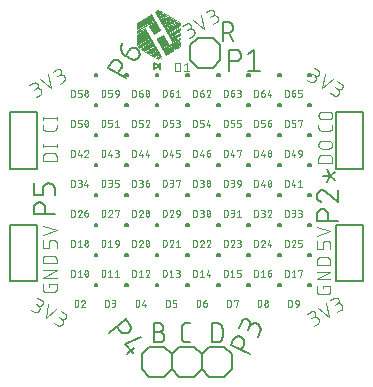
<source format=gbr>
G04 EAGLE Gerber RS-274X export*
G75*
%MOMM*%
%FSLAX34Y34*%
%LPD*%
%INSilkscreen Top*%
%IPPOS*%
%AMOC8*
5,1,8,0,0,1.08239X$1,22.5*%
G01*
%ADD10C,0.101600*%
%ADD11C,0.152400*%
%ADD12C,0.127000*%
%ADD13C,0.076200*%
%ADD14C,0.177800*%
%ADD15C,0.050800*%
%ADD16R,0.259075X0.015238*%
%ADD17R,1.310638X0.015238*%
%ADD18R,0.015238X0.015238*%
%ADD19R,0.304800X0.015238*%
%ADD20R,1.356356X0.015238*%
%ADD21R,0.335275X0.015238*%
%ADD22R,1.402075X0.015238*%
%ADD23R,0.365756X0.015238*%
%ADD24R,1.417319X0.015238*%
%ADD25R,0.381000X0.015238*%
%ADD26R,1.447800X0.015238*%
%ADD27R,0.396238X0.015238*%
%ADD28R,1.463037X0.015238*%
%ADD29R,0.411475X0.015238*%
%ADD30R,1.478275X0.015238*%
%ADD31R,0.426719X0.015238*%
%ADD32R,1.493519X0.015238*%
%ADD33R,0.441956X0.015238*%
%ADD34R,1.508756X0.015238*%
%ADD35R,0.457200X0.015238*%
%ADD36R,1.524000X0.015238*%
%ADD37R,0.472438X0.015238*%
%ADD38R,1.539238X0.015238*%
%ADD39R,0.487675X0.015238*%
%ADD40R,1.554475X0.015238*%
%ADD41R,0.502919X0.015238*%
%ADD42R,1.569719X0.015238*%
%ADD43R,0.518156X0.015238*%
%ADD44R,1.584956X0.015238*%
%ADD45R,0.533400X0.015238*%
%ADD46R,1.600200X0.015238*%
%ADD47R,0.548638X0.015238*%
%ADD48R,1.615438X0.015238*%
%ADD49R,0.563875X0.015238*%
%ADD50R,1.630675X0.015238*%
%ADD51R,0.579119X0.015238*%
%ADD52R,1.645919X0.015238*%
%ADD53R,0.594356X0.015238*%
%ADD54R,1.661156X0.015238*%
%ADD55R,0.609600X0.015238*%
%ADD56R,1.676400X0.015238*%
%ADD57R,0.624838X0.015238*%
%ADD58R,1.691638X0.015238*%
%ADD59R,0.640075X0.015238*%
%ADD60R,1.706875X0.015238*%
%ADD61R,0.655319X0.015238*%
%ADD62R,1.722119X0.015238*%
%ADD63R,0.670556X0.015238*%
%ADD64R,1.737356X0.015238*%
%ADD65R,0.685800X0.015238*%
%ADD66R,1.752600X0.015238*%
%ADD67R,0.701037X0.015238*%
%ADD68R,0.716275X0.015238*%
%ADD69R,0.731519X0.015238*%
%ADD70R,1.767838X0.015238*%
%ADD71R,1.783075X0.015238*%
%ADD72R,0.746756X0.015238*%
%ADD73R,1.798319X0.015238*%
%ADD74R,0.030481X0.015238*%
%ADD75R,0.762000X0.015238*%
%ADD76R,0.807719X0.015238*%
%ADD77R,0.868681X0.015238*%
%ADD78R,0.777238X0.015238*%
%ADD79R,0.853438X0.015238*%
%ADD80R,0.838200X0.015238*%
%ADD81R,0.792475X0.015238*%
%ADD82R,0.822963X0.015238*%
%ADD83R,0.822956X0.015238*%
%ADD84R,0.868675X0.015238*%
%ADD85R,0.883919X0.015238*%
%ADD86R,0.899156X0.015238*%
%ADD87R,0.914400X0.015238*%
%ADD88R,0.929638X0.015238*%
%ADD89R,0.944875X0.015238*%
%ADD90R,0.960119X0.015238*%
%ADD91R,0.975356X0.015238*%
%ADD92R,0.990600X0.015238*%
%ADD93R,1.005837X0.015238*%
%ADD94R,1.021075X0.015238*%
%ADD95R,1.036319X0.015238*%
%ADD96R,1.051556X0.015238*%
%ADD97R,1.066800X0.015238*%
%ADD98R,1.082037X0.015238*%
%ADD99R,1.097275X0.015238*%
%ADD100R,1.112519X0.015238*%
%ADD101R,1.127756X0.015238*%
%ADD102R,1.143000X0.015238*%
%ADD103R,1.158238X0.015238*%
%ADD104R,1.173475X0.015238*%
%ADD105R,1.188719X0.015238*%
%ADD106R,1.203956X0.015238*%
%ADD107R,1.219200X0.015238*%
%ADD108R,1.234438X0.015238*%
%ADD109R,1.249675X0.015238*%
%ADD110R,1.264919X0.015238*%
%ADD111R,1.280156X0.015238*%
%ADD112R,1.295400X0.015238*%
%ADD113R,1.325875X0.015238*%
%ADD114R,0.670563X0.015238*%
%ADD115R,1.341119X0.015238*%
%ADD116R,1.371600X0.015238*%
%ADD117R,1.386838X0.015238*%
%ADD118R,0.045719X0.015238*%
%ADD119R,0.060956X0.015238*%
%ADD120R,1.432556X0.015238*%
%ADD121R,0.106681X0.015238*%
%ADD122R,0.121919X0.015238*%
%ADD123R,0.152400X0.015238*%
%ADD124R,0.182875X0.015238*%
%ADD125R,0.030475X0.015238*%
%ADD126R,0.213363X0.015238*%
%ADD127R,0.076200X0.015238*%
%ADD128R,0.320038X0.015238*%
%ADD129R,0.243838X0.015238*%
%ADD130R,0.106675X0.015238*%
%ADD131R,0.274319X0.015238*%
%ADD132R,0.259081X0.015238*%
%ADD133R,0.198119X0.015238*%
%ADD134R,0.228600X0.015238*%


D10*
X-127263Y257478D02*
X-124453Y259101D01*
X-124452Y259100D02*
X-124355Y259158D01*
X-124260Y259220D01*
X-124167Y259285D01*
X-124077Y259353D01*
X-123989Y259424D01*
X-123903Y259499D01*
X-123820Y259576D01*
X-123740Y259656D01*
X-123663Y259739D01*
X-123588Y259825D01*
X-123517Y259913D01*
X-123449Y260003D01*
X-123384Y260096D01*
X-123322Y260191D01*
X-123264Y260288D01*
X-123209Y260387D01*
X-123158Y260488D01*
X-123110Y260591D01*
X-123065Y260695D01*
X-123025Y260801D01*
X-122988Y260908D01*
X-122955Y261016D01*
X-122925Y261126D01*
X-122900Y261236D01*
X-122878Y261347D01*
X-122861Y261459D01*
X-122847Y261572D01*
X-122837Y261685D01*
X-122831Y261798D01*
X-122829Y261911D01*
X-122831Y262024D01*
X-122837Y262137D01*
X-122847Y262250D01*
X-122861Y262363D01*
X-122878Y262475D01*
X-122900Y262586D01*
X-122925Y262696D01*
X-122955Y262806D01*
X-122988Y262914D01*
X-123025Y263021D01*
X-123065Y263127D01*
X-123110Y263231D01*
X-123158Y263334D01*
X-123209Y263435D01*
X-123264Y263534D01*
X-123322Y263631D01*
X-123384Y263726D01*
X-123449Y263819D01*
X-123517Y263909D01*
X-123588Y263997D01*
X-123663Y264083D01*
X-123740Y264166D01*
X-123820Y264246D01*
X-123903Y264323D01*
X-123989Y264398D01*
X-124077Y264469D01*
X-124167Y264537D01*
X-124260Y264602D01*
X-124355Y264664D01*
X-124452Y264722D01*
X-124551Y264777D01*
X-124652Y264828D01*
X-124755Y264876D01*
X-124859Y264921D01*
X-124965Y264961D01*
X-125072Y264998D01*
X-125180Y265031D01*
X-125290Y265061D01*
X-125400Y265086D01*
X-125511Y265108D01*
X-125623Y265125D01*
X-125736Y265139D01*
X-125849Y265149D01*
X-125962Y265155D01*
X-126075Y265157D01*
X-126188Y265155D01*
X-126301Y265149D01*
X-126414Y265139D01*
X-126527Y265125D01*
X-126639Y265108D01*
X-126750Y265086D01*
X-126860Y265061D01*
X-126970Y265031D01*
X-127078Y264998D01*
X-127185Y264961D01*
X-127291Y264921D01*
X-127395Y264876D01*
X-127498Y264828D01*
X-127599Y264777D01*
X-127698Y264722D01*
X-129732Y269544D02*
X-133105Y267597D01*
X-129733Y269544D02*
X-129644Y269593D01*
X-129554Y269638D01*
X-129463Y269680D01*
X-129369Y269718D01*
X-129275Y269752D01*
X-129179Y269783D01*
X-129082Y269810D01*
X-128984Y269833D01*
X-128885Y269853D01*
X-128785Y269868D01*
X-128685Y269880D01*
X-128585Y269888D01*
X-128484Y269892D01*
X-128384Y269892D01*
X-128283Y269888D01*
X-128183Y269880D01*
X-128083Y269868D01*
X-127983Y269853D01*
X-127884Y269833D01*
X-127786Y269810D01*
X-127689Y269783D01*
X-127593Y269752D01*
X-127499Y269718D01*
X-127405Y269680D01*
X-127314Y269638D01*
X-127224Y269593D01*
X-127136Y269544D01*
X-127049Y269492D01*
X-126965Y269437D01*
X-126883Y269378D01*
X-126804Y269316D01*
X-126726Y269252D01*
X-126652Y269184D01*
X-126580Y269113D01*
X-126511Y269040D01*
X-126445Y268964D01*
X-126381Y268886D01*
X-126321Y268805D01*
X-126264Y268722D01*
X-126211Y268637D01*
X-126160Y268550D01*
X-126113Y268461D01*
X-126070Y268370D01*
X-126030Y268277D01*
X-125994Y268183D01*
X-125961Y268088D01*
X-125932Y267991D01*
X-125907Y267894D01*
X-125886Y267795D01*
X-125868Y267696D01*
X-125855Y267596D01*
X-125845Y267496D01*
X-125839Y267396D01*
X-125837Y267295D01*
X-125839Y267194D01*
X-125845Y267094D01*
X-125855Y266994D01*
X-125868Y266894D01*
X-125886Y266795D01*
X-125907Y266696D01*
X-125932Y266599D01*
X-125961Y266502D01*
X-125994Y266407D01*
X-126030Y266313D01*
X-126070Y266220D01*
X-126113Y266129D01*
X-126160Y266040D01*
X-126211Y265953D01*
X-126264Y265868D01*
X-126321Y265785D01*
X-126381Y265704D01*
X-126445Y265626D01*
X-126511Y265550D01*
X-126580Y265477D01*
X-126652Y265406D01*
X-126726Y265338D01*
X-126804Y265274D01*
X-126883Y265212D01*
X-126965Y265153D01*
X-127049Y265098D01*
X-127136Y265046D01*
X-127136Y265047D02*
X-129385Y263748D01*
X-123769Y272987D02*
X-114554Y264816D01*
X-117023Y276882D01*
X-107466Y268908D02*
X-104655Y270531D01*
X-104655Y270530D02*
X-104558Y270588D01*
X-104463Y270650D01*
X-104370Y270715D01*
X-104280Y270783D01*
X-104192Y270854D01*
X-104106Y270929D01*
X-104023Y271006D01*
X-103943Y271086D01*
X-103866Y271169D01*
X-103791Y271255D01*
X-103720Y271343D01*
X-103652Y271433D01*
X-103587Y271526D01*
X-103525Y271621D01*
X-103467Y271718D01*
X-103412Y271817D01*
X-103361Y271918D01*
X-103313Y272021D01*
X-103268Y272125D01*
X-103228Y272231D01*
X-103191Y272338D01*
X-103158Y272446D01*
X-103128Y272556D01*
X-103103Y272666D01*
X-103081Y272777D01*
X-103064Y272889D01*
X-103050Y273002D01*
X-103040Y273115D01*
X-103034Y273228D01*
X-103032Y273341D01*
X-103034Y273454D01*
X-103040Y273567D01*
X-103050Y273680D01*
X-103064Y273793D01*
X-103081Y273905D01*
X-103103Y274016D01*
X-103128Y274126D01*
X-103158Y274236D01*
X-103191Y274344D01*
X-103228Y274451D01*
X-103268Y274557D01*
X-103313Y274661D01*
X-103361Y274764D01*
X-103412Y274865D01*
X-103467Y274964D01*
X-103525Y275061D01*
X-103587Y275156D01*
X-103652Y275249D01*
X-103720Y275339D01*
X-103791Y275427D01*
X-103866Y275513D01*
X-103943Y275596D01*
X-104023Y275676D01*
X-104106Y275753D01*
X-104192Y275828D01*
X-104280Y275899D01*
X-104370Y275967D01*
X-104463Y276032D01*
X-104558Y276094D01*
X-104655Y276152D01*
X-104754Y276207D01*
X-104855Y276258D01*
X-104958Y276306D01*
X-105062Y276351D01*
X-105168Y276391D01*
X-105275Y276428D01*
X-105383Y276461D01*
X-105493Y276491D01*
X-105603Y276516D01*
X-105714Y276538D01*
X-105826Y276555D01*
X-105939Y276569D01*
X-106052Y276579D01*
X-106165Y276585D01*
X-106278Y276587D01*
X-106391Y276585D01*
X-106504Y276579D01*
X-106617Y276569D01*
X-106730Y276555D01*
X-106842Y276538D01*
X-106953Y276516D01*
X-107063Y276491D01*
X-107173Y276461D01*
X-107281Y276428D01*
X-107388Y276391D01*
X-107494Y276351D01*
X-107598Y276306D01*
X-107701Y276258D01*
X-107802Y276207D01*
X-107901Y276152D01*
X-109935Y280974D02*
X-113308Y279026D01*
X-109936Y280974D02*
X-109847Y281023D01*
X-109757Y281068D01*
X-109666Y281110D01*
X-109572Y281148D01*
X-109478Y281182D01*
X-109382Y281213D01*
X-109285Y281240D01*
X-109187Y281263D01*
X-109088Y281283D01*
X-108988Y281298D01*
X-108888Y281310D01*
X-108788Y281318D01*
X-108687Y281322D01*
X-108587Y281322D01*
X-108486Y281318D01*
X-108386Y281310D01*
X-108286Y281298D01*
X-108186Y281283D01*
X-108087Y281263D01*
X-107989Y281240D01*
X-107892Y281213D01*
X-107796Y281182D01*
X-107702Y281148D01*
X-107608Y281110D01*
X-107517Y281068D01*
X-107427Y281023D01*
X-107339Y280974D01*
X-107252Y280922D01*
X-107168Y280867D01*
X-107086Y280808D01*
X-107007Y280746D01*
X-106929Y280682D01*
X-106855Y280614D01*
X-106783Y280543D01*
X-106714Y280470D01*
X-106648Y280394D01*
X-106584Y280316D01*
X-106524Y280235D01*
X-106467Y280152D01*
X-106414Y280067D01*
X-106363Y279980D01*
X-106316Y279891D01*
X-106273Y279800D01*
X-106233Y279707D01*
X-106197Y279613D01*
X-106164Y279518D01*
X-106135Y279421D01*
X-106110Y279324D01*
X-106089Y279225D01*
X-106071Y279126D01*
X-106058Y279026D01*
X-106048Y278926D01*
X-106042Y278826D01*
X-106040Y278725D01*
X-106042Y278624D01*
X-106048Y278524D01*
X-106058Y278424D01*
X-106071Y278324D01*
X-106089Y278225D01*
X-106110Y278126D01*
X-106135Y278029D01*
X-106164Y277932D01*
X-106197Y277837D01*
X-106233Y277743D01*
X-106273Y277650D01*
X-106316Y277559D01*
X-106363Y277470D01*
X-106414Y277383D01*
X-106467Y277298D01*
X-106524Y277215D01*
X-106584Y277134D01*
X-106648Y277056D01*
X-106714Y276980D01*
X-106783Y276907D01*
X-106855Y276836D01*
X-106929Y276768D01*
X-107007Y276704D01*
X-107086Y276642D01*
X-107168Y276583D01*
X-107252Y276528D01*
X-107339Y276476D01*
X-107339Y276477D02*
X-109587Y275178D01*
X-132099Y77472D02*
X-129288Y75849D01*
X-129189Y75794D01*
X-129088Y75743D01*
X-128985Y75695D01*
X-128881Y75650D01*
X-128775Y75610D01*
X-128668Y75573D01*
X-128560Y75540D01*
X-128450Y75510D01*
X-128340Y75485D01*
X-128229Y75463D01*
X-128117Y75446D01*
X-128004Y75432D01*
X-127891Y75422D01*
X-127778Y75416D01*
X-127665Y75414D01*
X-127552Y75416D01*
X-127439Y75422D01*
X-127326Y75432D01*
X-127213Y75446D01*
X-127101Y75463D01*
X-126990Y75485D01*
X-126880Y75510D01*
X-126770Y75540D01*
X-126662Y75573D01*
X-126555Y75610D01*
X-126449Y75650D01*
X-126345Y75695D01*
X-126242Y75743D01*
X-126141Y75794D01*
X-126042Y75849D01*
X-125945Y75907D01*
X-125850Y75969D01*
X-125757Y76034D01*
X-125667Y76102D01*
X-125579Y76173D01*
X-125493Y76248D01*
X-125410Y76325D01*
X-125330Y76405D01*
X-125253Y76488D01*
X-125178Y76574D01*
X-125107Y76662D01*
X-125039Y76752D01*
X-124974Y76845D01*
X-124912Y76940D01*
X-124854Y77037D01*
X-124799Y77136D01*
X-124748Y77237D01*
X-124700Y77340D01*
X-124655Y77444D01*
X-124615Y77550D01*
X-124578Y77657D01*
X-124545Y77765D01*
X-124515Y77875D01*
X-124490Y77985D01*
X-124468Y78096D01*
X-124451Y78208D01*
X-124437Y78321D01*
X-124427Y78434D01*
X-124421Y78547D01*
X-124419Y78660D01*
X-124421Y78773D01*
X-124427Y78886D01*
X-124437Y78999D01*
X-124451Y79112D01*
X-124468Y79224D01*
X-124490Y79335D01*
X-124515Y79445D01*
X-124545Y79555D01*
X-124578Y79663D01*
X-124615Y79770D01*
X-124655Y79876D01*
X-124700Y79980D01*
X-124748Y80083D01*
X-124799Y80184D01*
X-124854Y80283D01*
X-124912Y80380D01*
X-124974Y80475D01*
X-125039Y80568D01*
X-125107Y80658D01*
X-125178Y80746D01*
X-125253Y80832D01*
X-125330Y80915D01*
X-125410Y80995D01*
X-125493Y81072D01*
X-125579Y81147D01*
X-125667Y81218D01*
X-125757Y81286D01*
X-125850Y81351D01*
X-125945Y81413D01*
X-126042Y81471D01*
X-122884Y85643D02*
X-126257Y87591D01*
X-122884Y85643D02*
X-122798Y85591D01*
X-122714Y85536D01*
X-122632Y85477D01*
X-122552Y85416D01*
X-122475Y85351D01*
X-122401Y85283D01*
X-122329Y85213D01*
X-122260Y85140D01*
X-122193Y85064D01*
X-122130Y84985D01*
X-122070Y84905D01*
X-122013Y84822D01*
X-121959Y84736D01*
X-121909Y84649D01*
X-121862Y84560D01*
X-121819Y84469D01*
X-121779Y84377D01*
X-121743Y84283D01*
X-121710Y84188D01*
X-121681Y84091D01*
X-121656Y83994D01*
X-121635Y83895D01*
X-121617Y83796D01*
X-121604Y83696D01*
X-121594Y83596D01*
X-121588Y83496D01*
X-121586Y83395D01*
X-121588Y83294D01*
X-121594Y83194D01*
X-121604Y83094D01*
X-121617Y82994D01*
X-121635Y82895D01*
X-121656Y82796D01*
X-121681Y82699D01*
X-121710Y82602D01*
X-121743Y82507D01*
X-121779Y82413D01*
X-121819Y82321D01*
X-121862Y82230D01*
X-121909Y82141D01*
X-121959Y82054D01*
X-122013Y81968D01*
X-122070Y81885D01*
X-122130Y81805D01*
X-122193Y81726D01*
X-122260Y81650D01*
X-122329Y81577D01*
X-122401Y81507D01*
X-122475Y81439D01*
X-122552Y81374D01*
X-122632Y81313D01*
X-122714Y81254D01*
X-122798Y81199D01*
X-122884Y81147D01*
X-122972Y81098D01*
X-123062Y81053D01*
X-123154Y81011D01*
X-123247Y80973D01*
X-123342Y80939D01*
X-123437Y80908D01*
X-123534Y80881D01*
X-123632Y80858D01*
X-123731Y80838D01*
X-123831Y80823D01*
X-123931Y80811D01*
X-124031Y80803D01*
X-124132Y80799D01*
X-124232Y80799D01*
X-124333Y80803D01*
X-124433Y80811D01*
X-124533Y80823D01*
X-124633Y80838D01*
X-124732Y80858D01*
X-124830Y80881D01*
X-124927Y80908D01*
X-125022Y80939D01*
X-125117Y80973D01*
X-125210Y81011D01*
X-125302Y81053D01*
X-125392Y81098D01*
X-125480Y81147D01*
X-125480Y81146D02*
X-127729Y82444D01*
X-116920Y82200D02*
X-119390Y70134D01*
X-110175Y78306D01*
X-112302Y66042D02*
X-109491Y64419D01*
X-109392Y64364D01*
X-109291Y64313D01*
X-109188Y64265D01*
X-109084Y64220D01*
X-108978Y64180D01*
X-108871Y64143D01*
X-108763Y64110D01*
X-108653Y64080D01*
X-108543Y64055D01*
X-108432Y64033D01*
X-108320Y64016D01*
X-108207Y64002D01*
X-108094Y63992D01*
X-107981Y63986D01*
X-107868Y63984D01*
X-107755Y63986D01*
X-107642Y63992D01*
X-107529Y64002D01*
X-107416Y64016D01*
X-107304Y64033D01*
X-107193Y64055D01*
X-107083Y64080D01*
X-106973Y64110D01*
X-106865Y64143D01*
X-106758Y64180D01*
X-106652Y64220D01*
X-106548Y64265D01*
X-106445Y64313D01*
X-106344Y64364D01*
X-106245Y64419D01*
X-106148Y64477D01*
X-106053Y64539D01*
X-105960Y64604D01*
X-105870Y64672D01*
X-105782Y64743D01*
X-105696Y64818D01*
X-105613Y64895D01*
X-105533Y64975D01*
X-105456Y65058D01*
X-105381Y65144D01*
X-105310Y65232D01*
X-105242Y65322D01*
X-105177Y65415D01*
X-105115Y65510D01*
X-105057Y65607D01*
X-105002Y65706D01*
X-104951Y65807D01*
X-104903Y65910D01*
X-104858Y66014D01*
X-104818Y66120D01*
X-104781Y66227D01*
X-104748Y66335D01*
X-104718Y66445D01*
X-104693Y66555D01*
X-104671Y66666D01*
X-104654Y66778D01*
X-104640Y66891D01*
X-104630Y67004D01*
X-104624Y67117D01*
X-104622Y67230D01*
X-104624Y67343D01*
X-104630Y67456D01*
X-104640Y67569D01*
X-104654Y67682D01*
X-104671Y67794D01*
X-104693Y67905D01*
X-104718Y68015D01*
X-104748Y68125D01*
X-104781Y68233D01*
X-104818Y68340D01*
X-104858Y68446D01*
X-104903Y68550D01*
X-104951Y68653D01*
X-105002Y68754D01*
X-105057Y68853D01*
X-105115Y68950D01*
X-105177Y69045D01*
X-105242Y69138D01*
X-105310Y69228D01*
X-105381Y69316D01*
X-105456Y69402D01*
X-105533Y69485D01*
X-105613Y69565D01*
X-105696Y69642D01*
X-105782Y69717D01*
X-105870Y69788D01*
X-105960Y69856D01*
X-106053Y69921D01*
X-106148Y69983D01*
X-106245Y70041D01*
X-103087Y74213D02*
X-106460Y76161D01*
X-103087Y74213D02*
X-103001Y74161D01*
X-102917Y74106D01*
X-102835Y74047D01*
X-102755Y73986D01*
X-102678Y73921D01*
X-102604Y73853D01*
X-102532Y73783D01*
X-102463Y73710D01*
X-102396Y73634D01*
X-102333Y73555D01*
X-102273Y73475D01*
X-102216Y73392D01*
X-102162Y73306D01*
X-102112Y73219D01*
X-102065Y73130D01*
X-102022Y73039D01*
X-101982Y72947D01*
X-101946Y72853D01*
X-101913Y72758D01*
X-101884Y72661D01*
X-101859Y72564D01*
X-101838Y72465D01*
X-101820Y72366D01*
X-101807Y72266D01*
X-101797Y72166D01*
X-101791Y72066D01*
X-101789Y71965D01*
X-101791Y71864D01*
X-101797Y71764D01*
X-101807Y71664D01*
X-101820Y71564D01*
X-101838Y71465D01*
X-101859Y71366D01*
X-101884Y71269D01*
X-101913Y71172D01*
X-101946Y71077D01*
X-101982Y70983D01*
X-102022Y70891D01*
X-102065Y70800D01*
X-102112Y70711D01*
X-102162Y70624D01*
X-102216Y70538D01*
X-102273Y70455D01*
X-102333Y70375D01*
X-102396Y70296D01*
X-102463Y70220D01*
X-102532Y70147D01*
X-102604Y70077D01*
X-102678Y70009D01*
X-102755Y69944D01*
X-102835Y69883D01*
X-102917Y69824D01*
X-103001Y69769D01*
X-103087Y69717D01*
X-103175Y69668D01*
X-103265Y69623D01*
X-103357Y69581D01*
X-103450Y69543D01*
X-103545Y69509D01*
X-103640Y69478D01*
X-103737Y69451D01*
X-103835Y69428D01*
X-103934Y69408D01*
X-104034Y69393D01*
X-104134Y69381D01*
X-104234Y69373D01*
X-104335Y69369D01*
X-104435Y69369D01*
X-104536Y69373D01*
X-104636Y69381D01*
X-104736Y69393D01*
X-104836Y69408D01*
X-104935Y69428D01*
X-105033Y69451D01*
X-105130Y69478D01*
X-105225Y69509D01*
X-105320Y69543D01*
X-105413Y69581D01*
X-105505Y69623D01*
X-105595Y69668D01*
X-105683Y69717D01*
X-105683Y69716D02*
X-107932Y71014D01*
X101845Y272153D02*
X104655Y270531D01*
X104655Y270530D02*
X104754Y270475D01*
X104855Y270424D01*
X104958Y270376D01*
X105062Y270331D01*
X105168Y270291D01*
X105275Y270254D01*
X105383Y270221D01*
X105493Y270191D01*
X105603Y270166D01*
X105714Y270144D01*
X105826Y270127D01*
X105939Y270113D01*
X106052Y270103D01*
X106165Y270097D01*
X106278Y270095D01*
X106391Y270097D01*
X106504Y270103D01*
X106617Y270113D01*
X106730Y270127D01*
X106842Y270144D01*
X106953Y270166D01*
X107063Y270191D01*
X107173Y270221D01*
X107281Y270254D01*
X107388Y270291D01*
X107494Y270331D01*
X107598Y270376D01*
X107701Y270424D01*
X107802Y270475D01*
X107901Y270530D01*
X107998Y270588D01*
X108093Y270650D01*
X108186Y270715D01*
X108276Y270783D01*
X108364Y270854D01*
X108450Y270929D01*
X108533Y271006D01*
X108613Y271086D01*
X108690Y271169D01*
X108765Y271255D01*
X108836Y271343D01*
X108904Y271433D01*
X108969Y271526D01*
X109031Y271621D01*
X109089Y271718D01*
X109144Y271817D01*
X109195Y271918D01*
X109243Y272021D01*
X109288Y272125D01*
X109328Y272231D01*
X109365Y272338D01*
X109398Y272446D01*
X109428Y272556D01*
X109453Y272666D01*
X109475Y272777D01*
X109492Y272889D01*
X109506Y273002D01*
X109516Y273115D01*
X109522Y273228D01*
X109524Y273341D01*
X109522Y273454D01*
X109516Y273567D01*
X109506Y273680D01*
X109492Y273793D01*
X109475Y273905D01*
X109453Y274016D01*
X109428Y274126D01*
X109398Y274236D01*
X109365Y274344D01*
X109328Y274451D01*
X109288Y274557D01*
X109243Y274661D01*
X109195Y274764D01*
X109144Y274865D01*
X109089Y274964D01*
X109031Y275061D01*
X108969Y275156D01*
X108904Y275249D01*
X108836Y275339D01*
X108765Y275427D01*
X108690Y275513D01*
X108613Y275596D01*
X108533Y275676D01*
X108450Y275753D01*
X108364Y275828D01*
X108276Y275899D01*
X108186Y275967D01*
X108093Y276032D01*
X107998Y276094D01*
X107901Y276152D01*
X111059Y280325D02*
X107687Y282272D01*
X111060Y280325D02*
X111146Y280273D01*
X111230Y280218D01*
X111312Y280159D01*
X111391Y280097D01*
X111469Y280033D01*
X111543Y279965D01*
X111615Y279894D01*
X111684Y279821D01*
X111750Y279745D01*
X111814Y279667D01*
X111874Y279586D01*
X111931Y279503D01*
X111984Y279418D01*
X112035Y279331D01*
X112082Y279242D01*
X112125Y279151D01*
X112165Y279058D01*
X112201Y278964D01*
X112234Y278869D01*
X112263Y278772D01*
X112288Y278675D01*
X112309Y278576D01*
X112327Y278477D01*
X112340Y278377D01*
X112350Y278277D01*
X112356Y278177D01*
X112358Y278076D01*
X112356Y277975D01*
X112350Y277875D01*
X112340Y277775D01*
X112327Y277675D01*
X112309Y277576D01*
X112288Y277477D01*
X112263Y277380D01*
X112234Y277283D01*
X112201Y277188D01*
X112165Y277094D01*
X112125Y277001D01*
X112082Y276910D01*
X112035Y276821D01*
X111984Y276734D01*
X111931Y276649D01*
X111874Y276566D01*
X111814Y276485D01*
X111750Y276407D01*
X111684Y276331D01*
X111615Y276258D01*
X111543Y276187D01*
X111469Y276119D01*
X111391Y276055D01*
X111312Y275993D01*
X111230Y275934D01*
X111146Y275879D01*
X111060Y275827D01*
X110971Y275778D01*
X110881Y275733D01*
X110790Y275691D01*
X110696Y275653D01*
X110602Y275619D01*
X110506Y275588D01*
X110409Y275561D01*
X110311Y275538D01*
X110212Y275518D01*
X110112Y275503D01*
X110012Y275491D01*
X109912Y275483D01*
X109811Y275479D01*
X109711Y275479D01*
X109610Y275483D01*
X109510Y275491D01*
X109410Y275503D01*
X109310Y275518D01*
X109211Y275538D01*
X109113Y275561D01*
X109016Y275588D01*
X108920Y275619D01*
X108826Y275653D01*
X108732Y275691D01*
X108641Y275733D01*
X108551Y275778D01*
X108463Y275827D01*
X108463Y275828D02*
X106214Y277126D01*
X117023Y276882D02*
X114554Y264816D01*
X123769Y272987D01*
X121642Y260723D02*
X124453Y259101D01*
X124452Y259100D02*
X124551Y259045D01*
X124652Y258994D01*
X124755Y258946D01*
X124859Y258901D01*
X124965Y258861D01*
X125072Y258824D01*
X125180Y258791D01*
X125290Y258761D01*
X125400Y258736D01*
X125511Y258714D01*
X125623Y258697D01*
X125736Y258683D01*
X125849Y258673D01*
X125962Y258667D01*
X126075Y258665D01*
X126188Y258667D01*
X126301Y258673D01*
X126414Y258683D01*
X126527Y258697D01*
X126639Y258714D01*
X126750Y258736D01*
X126860Y258761D01*
X126970Y258791D01*
X127078Y258824D01*
X127185Y258861D01*
X127291Y258901D01*
X127395Y258946D01*
X127498Y258994D01*
X127599Y259045D01*
X127698Y259100D01*
X127795Y259158D01*
X127890Y259220D01*
X127983Y259285D01*
X128073Y259353D01*
X128161Y259424D01*
X128247Y259499D01*
X128330Y259576D01*
X128410Y259656D01*
X128487Y259739D01*
X128562Y259825D01*
X128633Y259913D01*
X128701Y260003D01*
X128766Y260096D01*
X128828Y260191D01*
X128886Y260288D01*
X128941Y260387D01*
X128992Y260488D01*
X129040Y260591D01*
X129085Y260695D01*
X129125Y260801D01*
X129162Y260908D01*
X129195Y261016D01*
X129225Y261126D01*
X129250Y261236D01*
X129272Y261347D01*
X129289Y261459D01*
X129303Y261572D01*
X129313Y261685D01*
X129319Y261798D01*
X129321Y261911D01*
X129319Y262024D01*
X129313Y262137D01*
X129303Y262250D01*
X129289Y262363D01*
X129272Y262475D01*
X129250Y262586D01*
X129225Y262696D01*
X129195Y262806D01*
X129162Y262914D01*
X129125Y263021D01*
X129085Y263127D01*
X129040Y263231D01*
X128992Y263334D01*
X128941Y263435D01*
X128886Y263534D01*
X128828Y263631D01*
X128766Y263726D01*
X128701Y263819D01*
X128633Y263909D01*
X128562Y263997D01*
X128487Y264083D01*
X128410Y264166D01*
X128330Y264246D01*
X128247Y264323D01*
X128161Y264398D01*
X128073Y264469D01*
X127983Y264537D01*
X127890Y264602D01*
X127795Y264664D01*
X127698Y264722D01*
X130857Y268895D02*
X127484Y270842D01*
X130857Y268895D02*
X130943Y268843D01*
X131027Y268788D01*
X131109Y268729D01*
X131188Y268667D01*
X131266Y268603D01*
X131340Y268535D01*
X131412Y268464D01*
X131481Y268391D01*
X131547Y268315D01*
X131611Y268237D01*
X131671Y268156D01*
X131728Y268073D01*
X131781Y267988D01*
X131832Y267901D01*
X131879Y267812D01*
X131922Y267721D01*
X131962Y267628D01*
X131998Y267534D01*
X132031Y267439D01*
X132060Y267342D01*
X132085Y267245D01*
X132106Y267146D01*
X132124Y267047D01*
X132137Y266947D01*
X132147Y266847D01*
X132153Y266747D01*
X132155Y266646D01*
X132153Y266545D01*
X132147Y266445D01*
X132137Y266345D01*
X132124Y266245D01*
X132106Y266146D01*
X132085Y266047D01*
X132060Y265950D01*
X132031Y265853D01*
X131998Y265758D01*
X131962Y265664D01*
X131922Y265571D01*
X131879Y265480D01*
X131832Y265391D01*
X131781Y265304D01*
X131728Y265219D01*
X131671Y265136D01*
X131611Y265055D01*
X131547Y264977D01*
X131481Y264901D01*
X131412Y264828D01*
X131340Y264757D01*
X131266Y264689D01*
X131188Y264625D01*
X131109Y264563D01*
X131027Y264504D01*
X130943Y264449D01*
X130857Y264397D01*
X130768Y264348D01*
X130678Y264303D01*
X130587Y264261D01*
X130493Y264223D01*
X130399Y264189D01*
X130303Y264158D01*
X130206Y264131D01*
X130108Y264108D01*
X130009Y264088D01*
X129909Y264073D01*
X129809Y264061D01*
X129709Y264053D01*
X129608Y264049D01*
X129508Y264049D01*
X129407Y264053D01*
X129307Y264061D01*
X129207Y264073D01*
X129107Y264088D01*
X129008Y264108D01*
X128910Y264131D01*
X128813Y264158D01*
X128717Y264189D01*
X128623Y264223D01*
X128529Y264261D01*
X128438Y264303D01*
X128348Y264348D01*
X128260Y264397D01*
X126012Y265696D01*
X110497Y65426D02*
X107687Y63803D01*
X110498Y65425D02*
X110595Y65483D01*
X110690Y65545D01*
X110783Y65610D01*
X110873Y65678D01*
X110961Y65749D01*
X111047Y65824D01*
X111130Y65901D01*
X111210Y65981D01*
X111287Y66064D01*
X111362Y66150D01*
X111433Y66238D01*
X111501Y66328D01*
X111566Y66421D01*
X111628Y66516D01*
X111686Y66613D01*
X111741Y66712D01*
X111792Y66813D01*
X111840Y66916D01*
X111885Y67020D01*
X111925Y67126D01*
X111962Y67233D01*
X111995Y67341D01*
X112025Y67451D01*
X112050Y67561D01*
X112072Y67672D01*
X112089Y67784D01*
X112103Y67897D01*
X112113Y68010D01*
X112119Y68123D01*
X112121Y68236D01*
X112119Y68349D01*
X112113Y68462D01*
X112103Y68575D01*
X112089Y68688D01*
X112072Y68800D01*
X112050Y68911D01*
X112025Y69021D01*
X111995Y69131D01*
X111962Y69239D01*
X111925Y69346D01*
X111885Y69452D01*
X111840Y69556D01*
X111792Y69659D01*
X111741Y69760D01*
X111686Y69859D01*
X111628Y69956D01*
X111566Y70051D01*
X111501Y70144D01*
X111433Y70234D01*
X111362Y70322D01*
X111287Y70408D01*
X111210Y70491D01*
X111130Y70571D01*
X111047Y70648D01*
X110961Y70723D01*
X110873Y70794D01*
X110783Y70862D01*
X110690Y70927D01*
X110595Y70989D01*
X110498Y71047D01*
X110399Y71102D01*
X110298Y71153D01*
X110195Y71201D01*
X110091Y71246D01*
X109985Y71286D01*
X109878Y71323D01*
X109770Y71356D01*
X109660Y71386D01*
X109550Y71411D01*
X109439Y71433D01*
X109327Y71450D01*
X109214Y71464D01*
X109101Y71474D01*
X108988Y71480D01*
X108875Y71482D01*
X108762Y71480D01*
X108649Y71474D01*
X108536Y71464D01*
X108423Y71450D01*
X108311Y71433D01*
X108200Y71411D01*
X108090Y71386D01*
X107980Y71356D01*
X107872Y71323D01*
X107765Y71286D01*
X107659Y71246D01*
X107555Y71201D01*
X107452Y71153D01*
X107351Y71102D01*
X107252Y71047D01*
X105217Y75869D02*
X101845Y73922D01*
X105218Y75868D02*
X105306Y75917D01*
X105396Y75962D01*
X105488Y76004D01*
X105581Y76042D01*
X105676Y76076D01*
X105771Y76107D01*
X105868Y76134D01*
X105966Y76157D01*
X106065Y76177D01*
X106165Y76192D01*
X106265Y76204D01*
X106365Y76212D01*
X106466Y76216D01*
X106566Y76216D01*
X106667Y76212D01*
X106767Y76204D01*
X106867Y76192D01*
X106967Y76177D01*
X107066Y76157D01*
X107164Y76134D01*
X107261Y76107D01*
X107356Y76076D01*
X107451Y76042D01*
X107544Y76004D01*
X107636Y75962D01*
X107726Y75917D01*
X107814Y75868D01*
X107900Y75816D01*
X107984Y75761D01*
X108066Y75702D01*
X108146Y75641D01*
X108223Y75576D01*
X108297Y75508D01*
X108369Y75438D01*
X108438Y75365D01*
X108505Y75289D01*
X108568Y75210D01*
X108628Y75130D01*
X108685Y75047D01*
X108739Y74961D01*
X108789Y74874D01*
X108836Y74785D01*
X108879Y74694D01*
X108919Y74602D01*
X108955Y74508D01*
X108988Y74413D01*
X109017Y74316D01*
X109042Y74219D01*
X109063Y74120D01*
X109081Y74021D01*
X109094Y73921D01*
X109104Y73821D01*
X109110Y73721D01*
X109112Y73620D01*
X109110Y73519D01*
X109104Y73419D01*
X109094Y73319D01*
X109081Y73219D01*
X109063Y73120D01*
X109042Y73021D01*
X109017Y72924D01*
X108988Y72827D01*
X108955Y72732D01*
X108919Y72638D01*
X108879Y72546D01*
X108836Y72455D01*
X108789Y72366D01*
X108739Y72279D01*
X108685Y72193D01*
X108628Y72110D01*
X108568Y72030D01*
X108505Y71951D01*
X108438Y71875D01*
X108369Y71802D01*
X108297Y71732D01*
X108223Y71664D01*
X108146Y71599D01*
X108066Y71538D01*
X107984Y71479D01*
X107900Y71424D01*
X107814Y71372D01*
X105565Y70073D01*
X111181Y79312D02*
X120396Y71141D01*
X117927Y83207D01*
X127484Y75233D02*
X130295Y76856D01*
X130295Y76855D02*
X130392Y76913D01*
X130487Y76975D01*
X130580Y77040D01*
X130670Y77108D01*
X130758Y77179D01*
X130844Y77254D01*
X130927Y77331D01*
X131007Y77411D01*
X131084Y77494D01*
X131159Y77580D01*
X131230Y77668D01*
X131298Y77758D01*
X131363Y77851D01*
X131425Y77946D01*
X131483Y78043D01*
X131538Y78142D01*
X131589Y78243D01*
X131637Y78346D01*
X131682Y78450D01*
X131722Y78556D01*
X131759Y78663D01*
X131792Y78771D01*
X131822Y78881D01*
X131847Y78991D01*
X131869Y79102D01*
X131886Y79214D01*
X131900Y79327D01*
X131910Y79440D01*
X131916Y79553D01*
X131918Y79666D01*
X131916Y79779D01*
X131910Y79892D01*
X131900Y80005D01*
X131886Y80118D01*
X131869Y80230D01*
X131847Y80341D01*
X131822Y80451D01*
X131792Y80561D01*
X131759Y80669D01*
X131722Y80776D01*
X131682Y80882D01*
X131637Y80986D01*
X131589Y81089D01*
X131538Y81190D01*
X131483Y81289D01*
X131425Y81386D01*
X131363Y81481D01*
X131298Y81574D01*
X131230Y81664D01*
X131159Y81752D01*
X131084Y81838D01*
X131007Y81921D01*
X130927Y82001D01*
X130844Y82078D01*
X130758Y82153D01*
X130670Y82224D01*
X130580Y82292D01*
X130487Y82357D01*
X130392Y82419D01*
X130295Y82477D01*
X130196Y82532D01*
X130095Y82583D01*
X129992Y82631D01*
X129888Y82676D01*
X129782Y82716D01*
X129675Y82753D01*
X129567Y82786D01*
X129457Y82816D01*
X129347Y82841D01*
X129236Y82863D01*
X129124Y82880D01*
X129011Y82894D01*
X128898Y82904D01*
X128785Y82910D01*
X128672Y82912D01*
X128559Y82910D01*
X128446Y82904D01*
X128333Y82894D01*
X128220Y82880D01*
X128108Y82863D01*
X127997Y82841D01*
X127887Y82816D01*
X127777Y82786D01*
X127669Y82753D01*
X127562Y82716D01*
X127456Y82676D01*
X127352Y82631D01*
X127249Y82583D01*
X127148Y82532D01*
X127049Y82477D01*
X125015Y87299D02*
X121642Y85351D01*
X125015Y87298D02*
X125103Y87347D01*
X125193Y87392D01*
X125285Y87434D01*
X125378Y87472D01*
X125473Y87506D01*
X125568Y87537D01*
X125665Y87564D01*
X125763Y87587D01*
X125862Y87607D01*
X125962Y87622D01*
X126062Y87634D01*
X126162Y87642D01*
X126263Y87646D01*
X126363Y87646D01*
X126464Y87642D01*
X126564Y87634D01*
X126664Y87622D01*
X126764Y87607D01*
X126863Y87587D01*
X126961Y87564D01*
X127058Y87537D01*
X127153Y87506D01*
X127248Y87472D01*
X127341Y87434D01*
X127433Y87392D01*
X127523Y87347D01*
X127611Y87298D01*
X127697Y87246D01*
X127781Y87191D01*
X127863Y87132D01*
X127943Y87071D01*
X128020Y87006D01*
X128094Y86938D01*
X128166Y86868D01*
X128235Y86795D01*
X128302Y86719D01*
X128365Y86640D01*
X128425Y86560D01*
X128482Y86477D01*
X128536Y86391D01*
X128586Y86304D01*
X128633Y86215D01*
X128676Y86124D01*
X128716Y86032D01*
X128752Y85938D01*
X128785Y85843D01*
X128814Y85746D01*
X128839Y85649D01*
X128860Y85550D01*
X128878Y85451D01*
X128891Y85351D01*
X128901Y85251D01*
X128907Y85151D01*
X128909Y85050D01*
X128907Y84949D01*
X128901Y84849D01*
X128891Y84749D01*
X128878Y84649D01*
X128860Y84550D01*
X128839Y84451D01*
X128814Y84354D01*
X128785Y84257D01*
X128752Y84162D01*
X128716Y84068D01*
X128676Y83976D01*
X128633Y83885D01*
X128586Y83796D01*
X128536Y83709D01*
X128482Y83623D01*
X128425Y83540D01*
X128365Y83460D01*
X128302Y83381D01*
X128235Y83305D01*
X128166Y83232D01*
X128094Y83162D01*
X128020Y83094D01*
X127943Y83029D01*
X127863Y82968D01*
X127781Y82909D01*
X127697Y82854D01*
X127611Y82802D01*
X125363Y81503D01*
D11*
X53390Y40081D02*
X37276Y47595D01*
X39363Y52071D01*
X39424Y52197D01*
X39488Y52321D01*
X39556Y52443D01*
X39627Y52564D01*
X39702Y52682D01*
X39780Y52798D01*
X39861Y52912D01*
X39946Y53023D01*
X40033Y53132D01*
X40124Y53238D01*
X40217Y53342D01*
X40314Y53443D01*
X40413Y53542D01*
X40515Y53637D01*
X40620Y53730D01*
X40727Y53819D01*
X40837Y53906D01*
X40949Y53989D01*
X41064Y54069D01*
X41180Y54146D01*
X41299Y54220D01*
X41420Y54290D01*
X41543Y54357D01*
X41668Y54420D01*
X41794Y54480D01*
X41922Y54536D01*
X42052Y54588D01*
X42183Y54637D01*
X42315Y54682D01*
X42449Y54723D01*
X42583Y54761D01*
X42719Y54794D01*
X42855Y54824D01*
X42993Y54850D01*
X43131Y54872D01*
X43269Y54890D01*
X43409Y54904D01*
X43548Y54914D01*
X43688Y54921D01*
X43827Y54923D01*
X43967Y54921D01*
X44107Y54916D01*
X44246Y54906D01*
X44385Y54893D01*
X44524Y54875D01*
X44662Y54854D01*
X44800Y54829D01*
X44936Y54800D01*
X45072Y54767D01*
X45207Y54730D01*
X45341Y54689D01*
X45473Y54645D01*
X45605Y54597D01*
X45734Y54545D01*
X45863Y54489D01*
X45989Y54430D01*
X46114Y54368D01*
X46238Y54301D01*
X46359Y54232D01*
X46478Y54159D01*
X46595Y54083D01*
X46710Y54003D01*
X46823Y53920D01*
X46933Y53834D01*
X47040Y53745D01*
X47146Y53653D01*
X47248Y53558D01*
X47348Y53460D01*
X47445Y53359D01*
X47539Y53256D01*
X47630Y53150D01*
X47718Y53041D01*
X47803Y52930D01*
X47885Y52817D01*
X47963Y52701D01*
X48039Y52583D01*
X48110Y52464D01*
X48179Y52342D01*
X48244Y52218D01*
X48305Y52092D01*
X48363Y51965D01*
X48417Y51836D01*
X48468Y51706D01*
X48515Y51574D01*
X48558Y51441D01*
X48597Y51307D01*
X48633Y51172D01*
X48665Y51036D01*
X48693Y50899D01*
X48716Y50761D01*
X48737Y50623D01*
X48753Y50484D01*
X48765Y50345D01*
X48773Y50205D01*
X48777Y50066D01*
X48778Y49926D01*
X48774Y49786D01*
X48766Y49646D01*
X48755Y49507D01*
X48739Y49368D01*
X48720Y49230D01*
X48697Y49092D01*
X48670Y48955D01*
X48639Y48819D01*
X48604Y48683D01*
X48565Y48549D01*
X48522Y48416D01*
X48476Y48284D01*
X48426Y48153D01*
X48373Y48024D01*
X48315Y47897D01*
X46228Y43421D01*
X60150Y54577D02*
X62237Y59054D01*
X62295Y59181D01*
X62348Y59310D01*
X62398Y59441D01*
X62444Y59573D01*
X62487Y59706D01*
X62526Y59840D01*
X62561Y59976D01*
X62592Y60112D01*
X62619Y60249D01*
X62642Y60387D01*
X62661Y60525D01*
X62677Y60664D01*
X62688Y60803D01*
X62696Y60943D01*
X62700Y61083D01*
X62699Y61223D01*
X62695Y61362D01*
X62687Y61502D01*
X62675Y61641D01*
X62659Y61780D01*
X62638Y61918D01*
X62615Y62056D01*
X62587Y62193D01*
X62555Y62329D01*
X62519Y62464D01*
X62480Y62598D01*
X62437Y62731D01*
X62390Y62863D01*
X62339Y62993D01*
X62285Y63122D01*
X62227Y63249D01*
X62166Y63375D01*
X62101Y63499D01*
X62032Y63621D01*
X61961Y63740D01*
X61885Y63858D01*
X61807Y63974D01*
X61725Y64087D01*
X61640Y64198D01*
X61552Y64307D01*
X61461Y64413D01*
X61367Y64516D01*
X61270Y64617D01*
X61170Y64715D01*
X61068Y64810D01*
X60962Y64902D01*
X60855Y64991D01*
X60745Y65077D01*
X60632Y65160D01*
X60517Y65240D01*
X60400Y65316D01*
X60281Y65389D01*
X60160Y65458D01*
X60036Y65525D01*
X59911Y65587D01*
X59785Y65646D01*
X59656Y65702D01*
X59527Y65754D01*
X59395Y65802D01*
X59263Y65846D01*
X59129Y65887D01*
X58994Y65924D01*
X58858Y65957D01*
X58722Y65986D01*
X58584Y66011D01*
X58446Y66032D01*
X58307Y66050D01*
X58168Y66063D01*
X58029Y66073D01*
X57889Y66078D01*
X57749Y66080D01*
X57610Y66078D01*
X57470Y66071D01*
X57331Y66061D01*
X57191Y66047D01*
X57053Y66029D01*
X56915Y66007D01*
X56777Y65981D01*
X56641Y65951D01*
X56505Y65918D01*
X56371Y65880D01*
X56237Y65839D01*
X56105Y65794D01*
X55974Y65745D01*
X55844Y65693D01*
X55716Y65637D01*
X55590Y65577D01*
X55465Y65514D01*
X55342Y65447D01*
X55221Y65377D01*
X55102Y65303D01*
X54986Y65226D01*
X54871Y65146D01*
X54759Y65063D01*
X54649Y64976D01*
X54542Y64887D01*
X54437Y64794D01*
X54335Y64699D01*
X54236Y64600D01*
X54139Y64499D01*
X54046Y64395D01*
X53955Y64289D01*
X53868Y64180D01*
X53783Y64069D01*
X53702Y63955D01*
X53624Y63839D01*
X53549Y63721D01*
X53478Y63600D01*
X53410Y63478D01*
X53346Y63354D01*
X53285Y63228D01*
X46540Y67463D02*
X44035Y62092D01*
X46540Y67463D02*
X46595Y67576D01*
X46653Y67687D01*
X46715Y67796D01*
X46780Y67903D01*
X46849Y68008D01*
X46921Y68110D01*
X46996Y68211D01*
X47074Y68309D01*
X47156Y68404D01*
X47240Y68497D01*
X47327Y68587D01*
X47417Y68674D01*
X47510Y68758D01*
X47605Y68840D01*
X47703Y68918D01*
X47804Y68993D01*
X47906Y69065D01*
X48011Y69134D01*
X48118Y69199D01*
X48227Y69261D01*
X48338Y69319D01*
X48451Y69374D01*
X48566Y69425D01*
X48682Y69473D01*
X48799Y69516D01*
X48918Y69556D01*
X49038Y69593D01*
X49159Y69625D01*
X49281Y69654D01*
X49404Y69678D01*
X49528Y69699D01*
X49652Y69716D01*
X49777Y69729D01*
X49902Y69738D01*
X50027Y69743D01*
X50152Y69744D01*
X50278Y69741D01*
X50403Y69734D01*
X50528Y69723D01*
X50652Y69708D01*
X50776Y69689D01*
X50899Y69667D01*
X51022Y69640D01*
X51144Y69609D01*
X51264Y69575D01*
X51384Y69537D01*
X51502Y69495D01*
X51618Y69449D01*
X51734Y69400D01*
X51847Y69347D01*
X51959Y69290D01*
X52069Y69230D01*
X52177Y69167D01*
X52283Y69100D01*
X52387Y69029D01*
X52489Y68956D01*
X52588Y68879D01*
X52685Y68799D01*
X52779Y68717D01*
X52870Y68631D01*
X52959Y68542D01*
X53045Y68451D01*
X53127Y68357D01*
X53207Y68260D01*
X53284Y68161D01*
X53357Y68059D01*
X53428Y67955D01*
X53495Y67849D01*
X53558Y67741D01*
X53618Y67631D01*
X53675Y67519D01*
X53728Y67406D01*
X53777Y67290D01*
X53823Y67174D01*
X53865Y67056D01*
X53903Y66936D01*
X53937Y66816D01*
X53968Y66694D01*
X53995Y66571D01*
X54017Y66448D01*
X54036Y66324D01*
X54051Y66200D01*
X54062Y66075D01*
X54069Y65950D01*
X54072Y65824D01*
X54071Y65699D01*
X54066Y65574D01*
X54057Y65449D01*
X54044Y65324D01*
X54027Y65200D01*
X54006Y65076D01*
X53982Y64953D01*
X53953Y64831D01*
X53921Y64710D01*
X53884Y64590D01*
X53844Y64471D01*
X53801Y64354D01*
X53753Y64238D01*
X53702Y64123D01*
X52032Y60542D01*
X-51656Y69403D02*
X-65276Y57975D01*
X-51656Y69403D02*
X-48481Y65620D01*
X-48482Y65620D02*
X-48393Y65511D01*
X-48308Y65401D01*
X-48226Y65287D01*
X-48147Y65172D01*
X-48072Y65054D01*
X-47999Y64935D01*
X-47931Y64813D01*
X-47865Y64689D01*
X-47804Y64564D01*
X-47745Y64437D01*
X-47691Y64308D01*
X-47640Y64178D01*
X-47593Y64046D01*
X-47549Y63914D01*
X-47510Y63779D01*
X-47474Y63644D01*
X-47442Y63508D01*
X-47414Y63371D01*
X-47389Y63234D01*
X-47369Y63095D01*
X-47353Y62957D01*
X-47340Y62817D01*
X-47331Y62678D01*
X-47327Y62538D01*
X-47326Y62398D01*
X-47330Y62259D01*
X-47337Y62119D01*
X-47348Y61980D01*
X-47363Y61841D01*
X-47382Y61702D01*
X-47405Y61564D01*
X-47432Y61427D01*
X-47463Y61291D01*
X-47497Y61155D01*
X-47536Y61021D01*
X-47578Y60888D01*
X-47624Y60756D01*
X-47674Y60625D01*
X-47727Y60496D01*
X-47784Y60368D01*
X-47844Y60242D01*
X-47909Y60118D01*
X-47976Y59996D01*
X-48047Y59875D01*
X-48122Y59757D01*
X-48199Y59641D01*
X-48280Y59527D01*
X-48364Y59415D01*
X-48452Y59306D01*
X-48542Y59199D01*
X-48635Y59095D01*
X-48732Y58994D01*
X-48831Y58895D01*
X-48933Y58800D01*
X-49037Y58707D01*
X-49144Y58617D01*
X-49254Y58530D01*
X-49366Y58447D01*
X-49480Y58366D01*
X-49597Y58289D01*
X-49715Y58215D01*
X-49836Y58145D01*
X-49959Y58078D01*
X-50083Y58014D01*
X-50209Y57954D01*
X-50337Y57898D01*
X-50467Y57845D01*
X-50598Y57796D01*
X-50730Y57751D01*
X-50863Y57709D01*
X-50998Y57671D01*
X-51134Y57637D01*
X-51270Y57607D01*
X-51407Y57581D01*
X-51545Y57559D01*
X-51684Y57540D01*
X-51823Y57526D01*
X-51962Y57515D01*
X-52102Y57509D01*
X-52242Y57506D01*
X-52381Y57507D01*
X-52521Y57513D01*
X-52661Y57522D01*
X-52800Y57535D01*
X-52939Y57552D01*
X-53077Y57573D01*
X-53214Y57598D01*
X-53351Y57627D01*
X-53487Y57660D01*
X-53622Y57696D01*
X-53756Y57736D01*
X-53888Y57780D01*
X-54020Y57828D01*
X-54150Y57880D01*
X-54278Y57935D01*
X-54405Y57994D01*
X-54530Y58056D01*
X-54653Y58122D01*
X-54775Y58191D01*
X-54894Y58264D01*
X-55011Y58340D01*
X-55126Y58419D01*
X-55239Y58502D01*
X-55350Y58588D01*
X-55458Y58677D01*
X-55563Y58768D01*
X-55666Y58863D01*
X-55766Y58961D01*
X-55863Y59061D01*
X-55957Y59164D01*
X-56048Y59270D01*
X-56048Y59271D02*
X-59223Y63054D01*
X-51968Y48261D02*
X-38835Y54124D01*
X-51968Y48261D02*
X-45619Y40695D01*
X-44497Y45504D02*
X-50550Y40425D01*
X-111760Y158514D02*
X-129540Y158514D01*
X-129540Y163453D01*
X-129538Y163593D01*
X-129532Y163732D01*
X-129522Y163872D01*
X-129508Y164011D01*
X-129491Y164150D01*
X-129469Y164288D01*
X-129443Y164425D01*
X-129414Y164562D01*
X-129381Y164698D01*
X-129344Y164832D01*
X-129303Y164966D01*
X-129258Y165098D01*
X-129209Y165230D01*
X-129157Y165359D01*
X-129102Y165487D01*
X-129042Y165614D01*
X-128979Y165739D01*
X-128913Y165862D01*
X-128843Y165983D01*
X-128770Y166102D01*
X-128693Y166219D01*
X-128613Y166333D01*
X-128530Y166446D01*
X-128444Y166556D01*
X-128354Y166663D01*
X-128262Y166768D01*
X-128167Y166870D01*
X-128069Y166970D01*
X-127968Y167067D01*
X-127864Y167161D01*
X-127758Y167251D01*
X-127649Y167339D01*
X-127538Y167424D01*
X-127424Y167505D01*
X-127309Y167584D01*
X-127191Y167659D01*
X-127071Y167730D01*
X-126948Y167798D01*
X-126825Y167863D01*
X-126699Y167924D01*
X-126571Y167982D01*
X-126443Y168036D01*
X-126312Y168086D01*
X-126180Y168133D01*
X-126047Y168176D01*
X-125913Y168215D01*
X-125778Y168250D01*
X-125642Y168281D01*
X-125504Y168309D01*
X-125367Y168332D01*
X-125228Y168352D01*
X-125089Y168368D01*
X-124950Y168380D01*
X-124811Y168388D01*
X-124671Y168392D01*
X-124531Y168392D01*
X-124391Y168388D01*
X-124252Y168380D01*
X-124113Y168368D01*
X-123974Y168352D01*
X-123835Y168332D01*
X-123698Y168309D01*
X-123560Y168281D01*
X-123424Y168250D01*
X-123289Y168215D01*
X-123155Y168176D01*
X-123022Y168133D01*
X-122890Y168086D01*
X-122759Y168036D01*
X-122631Y167982D01*
X-122503Y167924D01*
X-122377Y167863D01*
X-122254Y167798D01*
X-122132Y167730D01*
X-122011Y167659D01*
X-121893Y167584D01*
X-121778Y167505D01*
X-121664Y167424D01*
X-121553Y167339D01*
X-121444Y167251D01*
X-121338Y167161D01*
X-121234Y167067D01*
X-121133Y166970D01*
X-121035Y166870D01*
X-120940Y166768D01*
X-120848Y166663D01*
X-120758Y166556D01*
X-120672Y166446D01*
X-120589Y166333D01*
X-120509Y166219D01*
X-120432Y166102D01*
X-120359Y165983D01*
X-120289Y165862D01*
X-120223Y165739D01*
X-120160Y165614D01*
X-120100Y165487D01*
X-120045Y165359D01*
X-119993Y165230D01*
X-119944Y165098D01*
X-119899Y164966D01*
X-119858Y164832D01*
X-119821Y164698D01*
X-119788Y164562D01*
X-119759Y164425D01*
X-119733Y164288D01*
X-119711Y164150D01*
X-119694Y164011D01*
X-119680Y163872D01*
X-119670Y163732D01*
X-119664Y163593D01*
X-119662Y163453D01*
X-119662Y158514D01*
X-111760Y174509D02*
X-111760Y180435D01*
X-111762Y180559D01*
X-111768Y180683D01*
X-111778Y180807D01*
X-111791Y180930D01*
X-111809Y181053D01*
X-111830Y181175D01*
X-111855Y181297D01*
X-111884Y181418D01*
X-111917Y181537D01*
X-111953Y181656D01*
X-111994Y181773D01*
X-112037Y181889D01*
X-112085Y182004D01*
X-112136Y182117D01*
X-112191Y182229D01*
X-112249Y182338D01*
X-112310Y182446D01*
X-112375Y182552D01*
X-112443Y182656D01*
X-112515Y182757D01*
X-112589Y182857D01*
X-112667Y182953D01*
X-112747Y183048D01*
X-112831Y183140D01*
X-112917Y183229D01*
X-113006Y183315D01*
X-113098Y183399D01*
X-113193Y183479D01*
X-113289Y183557D01*
X-113389Y183631D01*
X-113490Y183703D01*
X-113594Y183771D01*
X-113700Y183836D01*
X-113808Y183897D01*
X-113917Y183955D01*
X-114029Y184010D01*
X-114142Y184061D01*
X-114257Y184109D01*
X-114373Y184152D01*
X-114490Y184193D01*
X-114609Y184229D01*
X-114728Y184262D01*
X-114849Y184291D01*
X-114971Y184316D01*
X-115093Y184337D01*
X-115216Y184355D01*
X-115339Y184368D01*
X-115463Y184378D01*
X-115587Y184384D01*
X-115711Y184386D01*
X-117687Y184386D01*
X-117811Y184384D01*
X-117935Y184378D01*
X-118059Y184368D01*
X-118182Y184355D01*
X-118305Y184337D01*
X-118427Y184316D01*
X-118549Y184291D01*
X-118670Y184262D01*
X-118789Y184229D01*
X-118908Y184193D01*
X-119025Y184152D01*
X-119141Y184109D01*
X-119256Y184061D01*
X-119369Y184010D01*
X-119481Y183955D01*
X-119590Y183897D01*
X-119698Y183836D01*
X-119804Y183771D01*
X-119908Y183703D01*
X-120009Y183631D01*
X-120109Y183557D01*
X-120205Y183479D01*
X-120300Y183399D01*
X-120392Y183315D01*
X-120481Y183229D01*
X-120567Y183140D01*
X-120651Y183048D01*
X-120731Y182953D01*
X-120809Y182857D01*
X-120883Y182757D01*
X-120955Y182656D01*
X-121023Y182552D01*
X-121088Y182446D01*
X-121149Y182338D01*
X-121207Y182229D01*
X-121262Y182117D01*
X-121313Y182004D01*
X-121361Y181889D01*
X-121404Y181773D01*
X-121445Y181656D01*
X-121481Y181537D01*
X-121514Y181418D01*
X-121543Y181297D01*
X-121568Y181175D01*
X-121589Y181053D01*
X-121607Y180930D01*
X-121620Y180807D01*
X-121630Y180683D01*
X-121636Y180559D01*
X-121638Y180435D01*
X-121638Y174509D01*
X-129540Y174509D01*
X-129540Y184386D01*
X-66294Y282467D02*
X-50897Y273577D01*
X-66294Y282467D02*
X-63825Y286744D01*
X-63825Y286745D02*
X-63754Y286865D01*
X-63679Y286983D01*
X-63600Y287098D01*
X-63519Y287212D01*
X-63434Y287323D01*
X-63346Y287432D01*
X-63256Y287538D01*
X-63162Y287642D01*
X-63065Y287743D01*
X-62965Y287841D01*
X-62863Y287936D01*
X-62758Y288028D01*
X-62651Y288118D01*
X-62541Y288204D01*
X-62428Y288287D01*
X-62314Y288367D01*
X-62197Y288444D01*
X-62078Y288517D01*
X-61957Y288587D01*
X-61834Y288653D01*
X-61709Y288716D01*
X-61582Y288776D01*
X-61454Y288831D01*
X-61324Y288883D01*
X-61193Y288932D01*
X-61061Y288977D01*
X-60927Y289018D01*
X-60793Y289055D01*
X-60657Y289088D01*
X-60520Y289117D01*
X-60383Y289143D01*
X-60245Y289165D01*
X-60106Y289182D01*
X-59967Y289196D01*
X-59827Y289206D01*
X-59688Y289212D01*
X-59548Y289214D01*
X-59408Y289212D01*
X-59269Y289206D01*
X-59129Y289196D01*
X-58990Y289182D01*
X-58851Y289165D01*
X-58713Y289143D01*
X-58576Y289117D01*
X-58439Y289088D01*
X-58303Y289055D01*
X-58169Y289017D01*
X-58035Y288977D01*
X-57903Y288932D01*
X-57771Y288883D01*
X-57642Y288831D01*
X-57514Y288776D01*
X-57387Y288716D01*
X-57262Y288653D01*
X-57139Y288587D01*
X-57018Y288517D01*
X-56899Y288444D01*
X-56782Y288367D01*
X-56668Y288287D01*
X-56555Y288204D01*
X-56445Y288118D01*
X-56338Y288028D01*
X-56233Y287936D01*
X-56131Y287841D01*
X-56031Y287743D01*
X-55934Y287642D01*
X-55840Y287538D01*
X-55750Y287432D01*
X-55662Y287323D01*
X-55577Y287212D01*
X-55496Y287098D01*
X-55417Y286983D01*
X-55342Y286865D01*
X-55271Y286744D01*
X-55203Y286622D01*
X-55138Y286499D01*
X-55077Y286373D01*
X-55019Y286245D01*
X-54965Y286117D01*
X-54915Y285986D01*
X-54868Y285854D01*
X-54825Y285721D01*
X-54786Y285587D01*
X-54751Y285452D01*
X-54720Y285316D01*
X-54692Y285178D01*
X-54669Y285041D01*
X-54649Y284902D01*
X-54633Y284763D01*
X-54621Y284624D01*
X-54613Y284485D01*
X-54609Y284345D01*
X-54609Y284205D01*
X-54613Y284065D01*
X-54621Y283926D01*
X-54633Y283787D01*
X-54649Y283648D01*
X-54669Y283509D01*
X-54692Y283371D01*
X-54720Y283234D01*
X-54751Y283098D01*
X-54786Y282963D01*
X-54825Y282829D01*
X-54868Y282696D01*
X-54915Y282564D01*
X-54965Y282433D01*
X-55019Y282305D01*
X-55077Y282177D01*
X-55138Y282051D01*
X-55203Y281928D01*
X-55271Y281805D01*
X-55271Y281806D02*
X-57740Y277528D01*
X-51453Y292368D02*
X-48490Y297501D01*
X-48426Y297607D01*
X-48359Y297711D01*
X-48289Y297814D01*
X-48215Y297914D01*
X-48138Y298011D01*
X-48059Y298107D01*
X-47976Y298199D01*
X-47891Y298289D01*
X-47803Y298377D01*
X-47712Y298461D01*
X-47618Y298543D01*
X-47522Y298621D01*
X-47424Y298697D01*
X-47323Y298769D01*
X-47220Y298839D01*
X-47115Y298905D01*
X-47008Y298967D01*
X-46898Y299026D01*
X-46788Y299082D01*
X-46675Y299134D01*
X-46561Y299183D01*
X-46445Y299228D01*
X-46328Y299270D01*
X-46210Y299307D01*
X-46091Y299341D01*
X-45970Y299372D01*
X-45849Y299398D01*
X-45727Y299421D01*
X-45604Y299439D01*
X-45481Y299454D01*
X-45357Y299465D01*
X-45233Y299473D01*
X-45109Y299476D01*
X-44985Y299475D01*
X-44861Y299471D01*
X-44737Y299462D01*
X-44614Y299450D01*
X-44491Y299434D01*
X-44368Y299414D01*
X-44247Y299390D01*
X-44126Y299362D01*
X-44006Y299330D01*
X-43887Y299295D01*
X-43769Y299256D01*
X-43652Y299214D01*
X-43537Y299167D01*
X-43423Y299117D01*
X-43311Y299064D01*
X-43201Y299007D01*
X-43093Y298947D01*
X-42237Y298453D01*
X-42238Y298453D02*
X-42118Y298382D01*
X-42000Y298307D01*
X-41884Y298228D01*
X-41770Y298147D01*
X-41659Y298062D01*
X-41550Y297974D01*
X-41444Y297884D01*
X-41340Y297790D01*
X-41239Y297693D01*
X-41141Y297594D01*
X-41046Y297491D01*
X-40954Y297386D01*
X-40864Y297279D01*
X-40778Y297169D01*
X-40695Y297056D01*
X-40615Y296942D01*
X-40538Y296825D01*
X-40465Y296706D01*
X-40395Y296585D01*
X-40329Y296462D01*
X-40266Y296337D01*
X-40206Y296210D01*
X-40151Y296082D01*
X-40099Y295953D01*
X-40050Y295821D01*
X-40005Y295689D01*
X-39965Y295555D01*
X-39927Y295421D01*
X-39894Y295285D01*
X-39865Y295148D01*
X-39839Y295011D01*
X-39817Y294873D01*
X-39800Y294734D01*
X-39786Y294595D01*
X-39776Y294455D01*
X-39770Y294316D01*
X-39768Y294176D01*
X-39770Y294036D01*
X-39776Y293897D01*
X-39786Y293757D01*
X-39800Y293618D01*
X-39817Y293479D01*
X-39839Y293341D01*
X-39865Y293204D01*
X-39894Y293067D01*
X-39927Y292931D01*
X-39964Y292797D01*
X-40005Y292663D01*
X-40050Y292531D01*
X-40099Y292400D01*
X-40151Y292270D01*
X-40206Y292142D01*
X-40266Y292015D01*
X-40329Y291890D01*
X-40395Y291767D01*
X-40465Y291646D01*
X-40538Y291527D01*
X-40615Y291410D01*
X-40695Y291296D01*
X-40778Y291183D01*
X-40864Y291073D01*
X-40954Y290966D01*
X-41046Y290861D01*
X-41141Y290759D01*
X-41239Y290659D01*
X-41340Y290562D01*
X-41444Y290468D01*
X-41550Y290378D01*
X-41659Y290290D01*
X-41770Y290205D01*
X-41884Y290124D01*
X-41999Y290045D01*
X-42117Y289970D01*
X-42238Y289899D01*
X-42360Y289831D01*
X-42483Y289766D01*
X-42609Y289705D01*
X-42737Y289647D01*
X-42865Y289593D01*
X-42996Y289543D01*
X-43128Y289496D01*
X-43261Y289453D01*
X-43395Y289414D01*
X-43530Y289379D01*
X-43666Y289348D01*
X-43804Y289320D01*
X-43941Y289297D01*
X-44080Y289277D01*
X-44219Y289261D01*
X-44358Y289249D01*
X-44497Y289241D01*
X-44637Y289237D01*
X-44777Y289237D01*
X-44917Y289241D01*
X-45056Y289249D01*
X-45196Y289261D01*
X-45334Y289277D01*
X-45473Y289297D01*
X-45611Y289320D01*
X-45748Y289348D01*
X-45884Y289379D01*
X-46019Y289414D01*
X-46153Y289454D01*
X-46286Y289496D01*
X-46418Y289543D01*
X-46549Y289593D01*
X-46678Y289647D01*
X-46805Y289705D01*
X-46931Y289766D01*
X-47055Y289831D01*
X-47177Y289899D01*
X-47176Y289899D02*
X-51453Y292368D01*
X-51453Y292369D02*
X-51620Y292468D01*
X-51784Y292571D01*
X-51946Y292678D01*
X-52105Y292789D01*
X-52261Y292904D01*
X-52414Y293022D01*
X-52565Y293145D01*
X-52712Y293271D01*
X-52856Y293401D01*
X-52997Y293534D01*
X-53135Y293670D01*
X-53269Y293810D01*
X-53400Y293953D01*
X-53527Y294100D01*
X-53651Y294249D01*
X-53771Y294402D01*
X-53887Y294557D01*
X-54000Y294715D01*
X-54108Y294876D01*
X-54212Y295039D01*
X-54313Y295205D01*
X-54409Y295373D01*
X-54501Y295544D01*
X-54589Y295717D01*
X-54673Y295892D01*
X-54752Y296069D01*
X-54827Y296248D01*
X-54898Y296429D01*
X-54964Y296611D01*
X-55025Y296795D01*
X-55082Y296980D01*
X-55135Y297167D01*
X-55183Y297355D01*
X-55226Y297544D01*
X-55265Y297734D01*
X-55298Y297925D01*
X-55328Y298117D01*
X-55352Y298309D01*
X-55372Y298502D01*
X-55387Y298695D01*
X-55397Y298889D01*
X-55403Y299083D01*
X-55404Y299277D01*
X-55400Y299471D01*
X-55391Y299664D01*
X-55378Y299858D01*
X-55359Y300051D01*
X-55336Y300243D01*
X-55309Y300435D01*
X-55276Y300627D01*
X-55239Y300817D01*
X-55198Y301006D01*
X-55151Y301195D01*
X-55100Y301382D01*
X-55045Y301568D01*
X-54985Y301752D01*
X-54920Y301935D01*
X-54851Y302116D01*
X-54778Y302296D01*
X-54700Y302473D01*
X-54617Y302649D01*
X-54531Y302822D01*
X-54440Y302994D01*
X-54345Y303163D01*
X36276Y297815D02*
X36276Y280035D01*
X36276Y297815D02*
X41215Y297815D01*
X41355Y297813D01*
X41494Y297807D01*
X41634Y297797D01*
X41773Y297783D01*
X41912Y297766D01*
X42050Y297744D01*
X42187Y297718D01*
X42324Y297689D01*
X42460Y297656D01*
X42594Y297619D01*
X42728Y297578D01*
X42860Y297533D01*
X42992Y297484D01*
X43121Y297432D01*
X43249Y297377D01*
X43376Y297317D01*
X43501Y297254D01*
X43624Y297188D01*
X43745Y297118D01*
X43864Y297045D01*
X43981Y296968D01*
X44095Y296888D01*
X44208Y296805D01*
X44318Y296719D01*
X44425Y296629D01*
X44530Y296537D01*
X44632Y296442D01*
X44732Y296344D01*
X44829Y296243D01*
X44923Y296139D01*
X45013Y296033D01*
X45101Y295924D01*
X45186Y295813D01*
X45267Y295699D01*
X45346Y295584D01*
X45421Y295466D01*
X45492Y295346D01*
X45560Y295223D01*
X45625Y295100D01*
X45686Y294974D01*
X45744Y294846D01*
X45798Y294718D01*
X45848Y294587D01*
X45895Y294455D01*
X45938Y294322D01*
X45977Y294188D01*
X46012Y294053D01*
X46043Y293917D01*
X46071Y293779D01*
X46094Y293642D01*
X46114Y293503D01*
X46130Y293364D01*
X46142Y293225D01*
X46150Y293086D01*
X46154Y292946D01*
X46154Y292806D01*
X46150Y292666D01*
X46142Y292527D01*
X46130Y292388D01*
X46114Y292249D01*
X46094Y292110D01*
X46071Y291973D01*
X46043Y291835D01*
X46012Y291699D01*
X45977Y291564D01*
X45938Y291430D01*
X45895Y291297D01*
X45848Y291165D01*
X45798Y291034D01*
X45744Y290906D01*
X45686Y290778D01*
X45625Y290652D01*
X45560Y290529D01*
X45492Y290407D01*
X45421Y290286D01*
X45346Y290168D01*
X45267Y290053D01*
X45186Y289939D01*
X45101Y289828D01*
X45013Y289719D01*
X44923Y289613D01*
X44829Y289509D01*
X44732Y289408D01*
X44632Y289310D01*
X44530Y289215D01*
X44425Y289123D01*
X44318Y289033D01*
X44208Y288947D01*
X44095Y288864D01*
X43981Y288784D01*
X43864Y288707D01*
X43745Y288634D01*
X43624Y288564D01*
X43501Y288498D01*
X43376Y288435D01*
X43249Y288375D01*
X43121Y288320D01*
X42992Y288268D01*
X42860Y288219D01*
X42728Y288174D01*
X42594Y288133D01*
X42460Y288096D01*
X42324Y288063D01*
X42187Y288034D01*
X42050Y288008D01*
X41912Y287986D01*
X41773Y287969D01*
X41634Y287955D01*
X41494Y287945D01*
X41355Y287939D01*
X41215Y287937D01*
X36276Y287937D01*
X52271Y293864D02*
X57210Y297815D01*
X57210Y280035D01*
X52271Y280035D02*
X62149Y280035D01*
X110173Y152787D02*
X127953Y152787D01*
X110173Y152787D02*
X110173Y157726D01*
X110172Y157726D02*
X110174Y157866D01*
X110180Y158005D01*
X110190Y158145D01*
X110204Y158284D01*
X110221Y158423D01*
X110243Y158561D01*
X110269Y158698D01*
X110298Y158835D01*
X110331Y158971D01*
X110368Y159105D01*
X110409Y159239D01*
X110454Y159371D01*
X110503Y159503D01*
X110555Y159632D01*
X110610Y159760D01*
X110670Y159887D01*
X110733Y160012D01*
X110799Y160135D01*
X110869Y160256D01*
X110942Y160375D01*
X111019Y160492D01*
X111099Y160606D01*
X111182Y160719D01*
X111268Y160829D01*
X111358Y160936D01*
X111450Y161041D01*
X111545Y161143D01*
X111643Y161243D01*
X111744Y161340D01*
X111848Y161434D01*
X111954Y161524D01*
X112063Y161612D01*
X112174Y161697D01*
X112288Y161778D01*
X112403Y161857D01*
X112521Y161932D01*
X112642Y162003D01*
X112764Y162071D01*
X112887Y162136D01*
X113013Y162197D01*
X113141Y162255D01*
X113269Y162309D01*
X113400Y162359D01*
X113532Y162406D01*
X113665Y162449D01*
X113799Y162488D01*
X113934Y162523D01*
X114070Y162554D01*
X114208Y162582D01*
X114345Y162605D01*
X114484Y162625D01*
X114623Y162641D01*
X114762Y162653D01*
X114901Y162661D01*
X115041Y162665D01*
X115181Y162665D01*
X115321Y162661D01*
X115460Y162653D01*
X115599Y162641D01*
X115738Y162625D01*
X115877Y162605D01*
X116014Y162582D01*
X116152Y162554D01*
X116288Y162523D01*
X116423Y162488D01*
X116557Y162449D01*
X116690Y162406D01*
X116822Y162359D01*
X116953Y162309D01*
X117081Y162255D01*
X117209Y162197D01*
X117335Y162136D01*
X117458Y162071D01*
X117581Y162003D01*
X117701Y161932D01*
X117819Y161857D01*
X117934Y161778D01*
X118048Y161697D01*
X118159Y161612D01*
X118268Y161524D01*
X118374Y161434D01*
X118478Y161340D01*
X118579Y161243D01*
X118677Y161143D01*
X118772Y161041D01*
X118864Y160936D01*
X118954Y160829D01*
X119040Y160719D01*
X119123Y160606D01*
X119203Y160492D01*
X119280Y160375D01*
X119353Y160256D01*
X119423Y160135D01*
X119489Y160012D01*
X119552Y159887D01*
X119612Y159760D01*
X119667Y159632D01*
X119719Y159503D01*
X119768Y159371D01*
X119813Y159239D01*
X119854Y159105D01*
X119891Y158971D01*
X119924Y158835D01*
X119953Y158698D01*
X119979Y158561D01*
X120001Y158423D01*
X120018Y158284D01*
X120032Y158145D01*
X120042Y158005D01*
X120048Y157866D01*
X120050Y157726D01*
X120050Y152787D01*
X110173Y174215D02*
X110175Y174347D01*
X110181Y174478D01*
X110191Y174610D01*
X110204Y174741D01*
X110222Y174871D01*
X110243Y175001D01*
X110268Y175131D01*
X110297Y175259D01*
X110330Y175387D01*
X110367Y175513D01*
X110407Y175639D01*
X110451Y175763D01*
X110499Y175886D01*
X110550Y176007D01*
X110605Y176127D01*
X110663Y176245D01*
X110725Y176361D01*
X110791Y176475D01*
X110859Y176588D01*
X110931Y176698D01*
X111006Y176806D01*
X111085Y176912D01*
X111166Y177016D01*
X111251Y177117D01*
X111338Y177215D01*
X111429Y177311D01*
X111522Y177404D01*
X111618Y177495D01*
X111716Y177582D01*
X111817Y177667D01*
X111921Y177748D01*
X112027Y177827D01*
X112135Y177902D01*
X112245Y177974D01*
X112358Y178042D01*
X112472Y178108D01*
X112588Y178170D01*
X112706Y178228D01*
X112826Y178283D01*
X112947Y178334D01*
X113070Y178382D01*
X113194Y178426D01*
X113320Y178466D01*
X113446Y178503D01*
X113574Y178536D01*
X113702Y178565D01*
X113832Y178590D01*
X113962Y178611D01*
X114092Y178629D01*
X114223Y178642D01*
X114355Y178652D01*
X114486Y178658D01*
X114618Y178660D01*
X110172Y174215D02*
X110174Y174065D01*
X110180Y173916D01*
X110190Y173767D01*
X110203Y173618D01*
X110221Y173469D01*
X110242Y173321D01*
X110268Y173173D01*
X110297Y173027D01*
X110330Y172881D01*
X110367Y172736D01*
X110408Y172592D01*
X110452Y172449D01*
X110500Y172307D01*
X110552Y172167D01*
X110607Y172028D01*
X110666Y171890D01*
X110729Y171755D01*
X110795Y171620D01*
X110865Y171488D01*
X110938Y171358D01*
X111015Y171229D01*
X111095Y171102D01*
X111178Y170978D01*
X111264Y170856D01*
X111354Y170736D01*
X111447Y170619D01*
X111542Y170504D01*
X111641Y170391D01*
X111743Y170281D01*
X111847Y170174D01*
X111954Y170070D01*
X112064Y169968D01*
X112177Y169870D01*
X112292Y169774D01*
X112410Y169682D01*
X112530Y169592D01*
X112652Y169506D01*
X112776Y169423D01*
X112903Y169343D01*
X113031Y169267D01*
X113162Y169194D01*
X113295Y169124D01*
X113429Y169058D01*
X113565Y168996D01*
X113702Y168937D01*
X113841Y168881D01*
X113982Y168830D01*
X114123Y168782D01*
X118075Y177178D02*
X117982Y177274D01*
X117886Y177366D01*
X117787Y177456D01*
X117686Y177543D01*
X117583Y177628D01*
X117478Y177709D01*
X117370Y177787D01*
X117260Y177862D01*
X117148Y177935D01*
X117034Y178004D01*
X116918Y178070D01*
X116800Y178132D01*
X116681Y178191D01*
X116560Y178247D01*
X116437Y178300D01*
X116313Y178349D01*
X116188Y178394D01*
X116061Y178437D01*
X115934Y178475D01*
X115805Y178510D01*
X115676Y178541D01*
X115545Y178569D01*
X115414Y178593D01*
X115282Y178614D01*
X115150Y178630D01*
X115017Y178643D01*
X114884Y178653D01*
X114751Y178658D01*
X114618Y178660D01*
X118075Y177178D02*
X127953Y168782D01*
X127953Y178660D01*
X121038Y191030D02*
X115111Y191030D01*
X121038Y191030D02*
X125483Y194487D01*
X121038Y191030D02*
X125483Y187573D01*
X121038Y191030D02*
X119063Y196463D01*
X121038Y191030D02*
X119063Y185597D01*
D10*
X5141Y309320D02*
X2331Y307697D01*
X5141Y309319D02*
X5238Y309377D01*
X5333Y309439D01*
X5426Y309504D01*
X5516Y309572D01*
X5604Y309643D01*
X5690Y309718D01*
X5773Y309795D01*
X5853Y309875D01*
X5930Y309958D01*
X6005Y310044D01*
X6076Y310132D01*
X6144Y310222D01*
X6209Y310315D01*
X6271Y310410D01*
X6329Y310507D01*
X6384Y310606D01*
X6435Y310707D01*
X6483Y310810D01*
X6528Y310914D01*
X6568Y311020D01*
X6605Y311127D01*
X6638Y311235D01*
X6668Y311345D01*
X6693Y311455D01*
X6715Y311566D01*
X6732Y311678D01*
X6746Y311791D01*
X6756Y311904D01*
X6762Y312017D01*
X6764Y312130D01*
X6762Y312243D01*
X6756Y312356D01*
X6746Y312469D01*
X6732Y312582D01*
X6715Y312694D01*
X6693Y312805D01*
X6668Y312915D01*
X6638Y313025D01*
X6605Y313133D01*
X6568Y313240D01*
X6528Y313346D01*
X6483Y313450D01*
X6435Y313553D01*
X6384Y313654D01*
X6329Y313753D01*
X6271Y313850D01*
X6209Y313945D01*
X6144Y314038D01*
X6076Y314128D01*
X6005Y314216D01*
X5930Y314302D01*
X5853Y314385D01*
X5773Y314465D01*
X5690Y314542D01*
X5604Y314617D01*
X5516Y314688D01*
X5426Y314756D01*
X5333Y314821D01*
X5238Y314883D01*
X5141Y314941D01*
X5042Y314996D01*
X4941Y315047D01*
X4838Y315095D01*
X4734Y315140D01*
X4628Y315180D01*
X4521Y315217D01*
X4413Y315250D01*
X4303Y315280D01*
X4193Y315305D01*
X4082Y315327D01*
X3970Y315344D01*
X3857Y315358D01*
X3744Y315368D01*
X3631Y315374D01*
X3518Y315376D01*
X3405Y315374D01*
X3292Y315368D01*
X3179Y315358D01*
X3066Y315344D01*
X2954Y315327D01*
X2843Y315305D01*
X2733Y315280D01*
X2623Y315250D01*
X2515Y315217D01*
X2408Y315180D01*
X2302Y315140D01*
X2198Y315095D01*
X2095Y315047D01*
X1994Y314996D01*
X1895Y314941D01*
X-139Y319763D02*
X-3511Y317815D01*
X-138Y319762D02*
X-50Y319811D01*
X40Y319856D01*
X132Y319898D01*
X225Y319936D01*
X320Y319970D01*
X415Y320001D01*
X512Y320028D01*
X610Y320051D01*
X709Y320071D01*
X809Y320086D01*
X909Y320098D01*
X1009Y320106D01*
X1110Y320110D01*
X1210Y320110D01*
X1311Y320106D01*
X1411Y320098D01*
X1511Y320086D01*
X1611Y320071D01*
X1710Y320051D01*
X1808Y320028D01*
X1905Y320001D01*
X2000Y319970D01*
X2095Y319936D01*
X2188Y319898D01*
X2280Y319856D01*
X2370Y319811D01*
X2458Y319762D01*
X2544Y319710D01*
X2628Y319655D01*
X2710Y319596D01*
X2790Y319535D01*
X2867Y319470D01*
X2941Y319402D01*
X3013Y319332D01*
X3082Y319259D01*
X3149Y319183D01*
X3212Y319104D01*
X3272Y319024D01*
X3329Y318941D01*
X3383Y318855D01*
X3433Y318768D01*
X3480Y318679D01*
X3523Y318588D01*
X3563Y318496D01*
X3599Y318402D01*
X3632Y318307D01*
X3661Y318210D01*
X3686Y318113D01*
X3707Y318014D01*
X3725Y317915D01*
X3738Y317815D01*
X3748Y317715D01*
X3754Y317615D01*
X3756Y317514D01*
X3754Y317413D01*
X3748Y317313D01*
X3738Y317213D01*
X3725Y317113D01*
X3707Y317014D01*
X3686Y316915D01*
X3661Y316818D01*
X3632Y316721D01*
X3599Y316626D01*
X3563Y316532D01*
X3523Y316440D01*
X3480Y316349D01*
X3433Y316260D01*
X3383Y316173D01*
X3329Y316087D01*
X3272Y316004D01*
X3212Y315924D01*
X3149Y315845D01*
X3082Y315769D01*
X3013Y315696D01*
X2941Y315626D01*
X2867Y315558D01*
X2790Y315493D01*
X2710Y315432D01*
X2628Y315373D01*
X2544Y315318D01*
X2458Y315266D01*
X209Y313967D01*
X5825Y323206D02*
X15040Y315035D01*
X12571Y327100D01*
X22128Y319127D02*
X24938Y320749D01*
X24939Y320749D02*
X25036Y320807D01*
X25131Y320869D01*
X25224Y320934D01*
X25314Y321002D01*
X25402Y321073D01*
X25488Y321148D01*
X25571Y321225D01*
X25651Y321305D01*
X25728Y321388D01*
X25803Y321474D01*
X25874Y321562D01*
X25942Y321652D01*
X26007Y321745D01*
X26069Y321840D01*
X26127Y321937D01*
X26182Y322036D01*
X26233Y322137D01*
X26281Y322240D01*
X26326Y322344D01*
X26366Y322450D01*
X26403Y322557D01*
X26436Y322665D01*
X26466Y322775D01*
X26491Y322885D01*
X26513Y322996D01*
X26530Y323108D01*
X26544Y323221D01*
X26554Y323334D01*
X26560Y323447D01*
X26562Y323560D01*
X26560Y323673D01*
X26554Y323786D01*
X26544Y323899D01*
X26530Y324012D01*
X26513Y324124D01*
X26491Y324235D01*
X26466Y324345D01*
X26436Y324455D01*
X26403Y324563D01*
X26366Y324670D01*
X26326Y324776D01*
X26281Y324880D01*
X26233Y324983D01*
X26182Y325084D01*
X26127Y325183D01*
X26069Y325280D01*
X26007Y325375D01*
X25942Y325468D01*
X25874Y325558D01*
X25803Y325646D01*
X25728Y325732D01*
X25651Y325815D01*
X25571Y325895D01*
X25488Y325972D01*
X25402Y326047D01*
X25314Y326118D01*
X25224Y326186D01*
X25131Y326251D01*
X25036Y326313D01*
X24939Y326371D01*
X24840Y326426D01*
X24739Y326477D01*
X24636Y326525D01*
X24532Y326570D01*
X24426Y326610D01*
X24319Y326647D01*
X24211Y326680D01*
X24101Y326710D01*
X23991Y326735D01*
X23880Y326757D01*
X23768Y326774D01*
X23655Y326788D01*
X23542Y326798D01*
X23429Y326804D01*
X23316Y326806D01*
X23203Y326804D01*
X23090Y326798D01*
X22977Y326788D01*
X22864Y326774D01*
X22752Y326757D01*
X22641Y326735D01*
X22531Y326710D01*
X22421Y326680D01*
X22313Y326647D01*
X22206Y326610D01*
X22100Y326570D01*
X21996Y326525D01*
X21893Y326477D01*
X21792Y326426D01*
X21693Y326371D01*
X19659Y331193D02*
X16286Y329245D01*
X19659Y331192D02*
X19747Y331241D01*
X19837Y331286D01*
X19929Y331328D01*
X20022Y331366D01*
X20117Y331400D01*
X20212Y331431D01*
X20309Y331458D01*
X20407Y331481D01*
X20506Y331501D01*
X20606Y331516D01*
X20706Y331528D01*
X20806Y331536D01*
X20907Y331540D01*
X21007Y331540D01*
X21108Y331536D01*
X21208Y331528D01*
X21308Y331516D01*
X21408Y331501D01*
X21507Y331481D01*
X21605Y331458D01*
X21702Y331431D01*
X21797Y331400D01*
X21892Y331366D01*
X21985Y331328D01*
X22077Y331286D01*
X22167Y331241D01*
X22255Y331192D01*
X22341Y331140D01*
X22425Y331085D01*
X22507Y331026D01*
X22587Y330965D01*
X22664Y330900D01*
X22738Y330832D01*
X22810Y330762D01*
X22879Y330689D01*
X22946Y330613D01*
X23009Y330534D01*
X23069Y330454D01*
X23126Y330371D01*
X23180Y330285D01*
X23230Y330198D01*
X23277Y330109D01*
X23320Y330018D01*
X23360Y329926D01*
X23396Y329832D01*
X23429Y329737D01*
X23458Y329640D01*
X23483Y329543D01*
X23504Y329444D01*
X23522Y329345D01*
X23535Y329245D01*
X23545Y329145D01*
X23551Y329045D01*
X23553Y328944D01*
X23551Y328843D01*
X23545Y328743D01*
X23535Y328643D01*
X23522Y328543D01*
X23504Y328444D01*
X23483Y328345D01*
X23458Y328248D01*
X23429Y328151D01*
X23396Y328056D01*
X23360Y327962D01*
X23320Y327870D01*
X23277Y327779D01*
X23230Y327690D01*
X23180Y327603D01*
X23126Y327517D01*
X23069Y327434D01*
X23009Y327354D01*
X22946Y327275D01*
X22879Y327199D01*
X22810Y327126D01*
X22738Y327056D01*
X22664Y326988D01*
X22587Y326923D01*
X22507Y326862D01*
X22425Y326803D01*
X22341Y326748D01*
X22255Y326696D01*
X22255Y326695D02*
X20006Y325397D01*
D11*
X-23297Y59006D02*
X-27813Y59006D01*
X-23297Y59006D02*
X-23164Y59004D01*
X-23032Y58998D01*
X-22900Y58988D01*
X-22768Y58975D01*
X-22636Y58957D01*
X-22506Y58936D01*
X-22375Y58911D01*
X-22246Y58882D01*
X-22118Y58849D01*
X-21990Y58813D01*
X-21864Y58773D01*
X-21739Y58729D01*
X-21615Y58681D01*
X-21493Y58630D01*
X-21372Y58575D01*
X-21253Y58517D01*
X-21135Y58455D01*
X-21020Y58390D01*
X-20906Y58321D01*
X-20795Y58250D01*
X-20686Y58174D01*
X-20579Y58096D01*
X-20474Y58015D01*
X-20372Y57930D01*
X-20272Y57843D01*
X-20175Y57753D01*
X-20080Y57660D01*
X-19989Y57564D01*
X-19900Y57466D01*
X-19814Y57365D01*
X-19731Y57261D01*
X-19651Y57155D01*
X-19575Y57047D01*
X-19501Y56937D01*
X-19431Y56824D01*
X-19364Y56710D01*
X-19301Y56593D01*
X-19241Y56475D01*
X-19184Y56355D01*
X-19131Y56233D01*
X-19082Y56110D01*
X-19036Y55986D01*
X-18994Y55860D01*
X-18956Y55733D01*
X-18921Y55605D01*
X-18890Y55476D01*
X-18863Y55347D01*
X-18840Y55216D01*
X-18820Y55085D01*
X-18805Y54953D01*
X-18793Y54821D01*
X-18785Y54689D01*
X-18781Y54556D01*
X-18781Y54424D01*
X-18785Y54291D01*
X-18793Y54159D01*
X-18805Y54027D01*
X-18820Y53895D01*
X-18840Y53764D01*
X-18863Y53633D01*
X-18890Y53504D01*
X-18921Y53375D01*
X-18956Y53247D01*
X-18994Y53120D01*
X-19036Y52994D01*
X-19082Y52870D01*
X-19131Y52747D01*
X-19184Y52625D01*
X-19241Y52505D01*
X-19301Y52387D01*
X-19364Y52270D01*
X-19431Y52156D01*
X-19501Y52043D01*
X-19575Y51933D01*
X-19651Y51825D01*
X-19731Y51719D01*
X-19814Y51615D01*
X-19900Y51514D01*
X-19989Y51416D01*
X-20080Y51320D01*
X-20175Y51227D01*
X-20272Y51137D01*
X-20372Y51050D01*
X-20474Y50965D01*
X-20579Y50884D01*
X-20686Y50806D01*
X-20795Y50730D01*
X-20906Y50659D01*
X-21020Y50590D01*
X-21135Y50525D01*
X-21253Y50463D01*
X-21372Y50405D01*
X-21493Y50350D01*
X-21615Y50299D01*
X-21739Y50251D01*
X-21864Y50207D01*
X-21990Y50167D01*
X-22118Y50131D01*
X-22246Y50098D01*
X-22375Y50069D01*
X-22506Y50044D01*
X-22636Y50023D01*
X-22768Y50005D01*
X-22900Y49992D01*
X-23032Y49982D01*
X-23164Y49976D01*
X-23297Y49974D01*
X-23297Y49975D02*
X-27813Y49975D01*
X-27813Y66231D01*
X-23297Y66231D01*
X-23297Y66230D02*
X-23178Y66228D01*
X-23058Y66222D01*
X-22939Y66212D01*
X-22821Y66198D01*
X-22702Y66181D01*
X-22585Y66159D01*
X-22468Y66134D01*
X-22353Y66104D01*
X-22238Y66071D01*
X-22124Y66034D01*
X-22012Y65994D01*
X-21901Y65949D01*
X-21792Y65901D01*
X-21684Y65850D01*
X-21578Y65795D01*
X-21474Y65736D01*
X-21372Y65674D01*
X-21272Y65609D01*
X-21174Y65540D01*
X-21078Y65468D01*
X-20985Y65393D01*
X-20895Y65316D01*
X-20807Y65235D01*
X-20722Y65151D01*
X-20640Y65064D01*
X-20560Y64975D01*
X-20484Y64883D01*
X-20410Y64789D01*
X-20340Y64692D01*
X-20273Y64594D01*
X-20209Y64493D01*
X-20149Y64389D01*
X-20092Y64284D01*
X-20039Y64177D01*
X-19989Y64069D01*
X-19943Y63959D01*
X-19901Y63847D01*
X-19862Y63734D01*
X-19827Y63620D01*
X-19796Y63505D01*
X-19768Y63388D01*
X-19745Y63271D01*
X-19725Y63154D01*
X-19709Y63035D01*
X-19697Y62916D01*
X-19689Y62797D01*
X-19685Y62678D01*
X-19685Y62558D01*
X-19689Y62439D01*
X-19697Y62320D01*
X-19709Y62201D01*
X-19725Y62082D01*
X-19745Y61965D01*
X-19768Y61848D01*
X-19796Y61731D01*
X-19827Y61616D01*
X-19862Y61502D01*
X-19901Y61389D01*
X-19943Y61277D01*
X-19989Y61167D01*
X-20039Y61059D01*
X-20092Y60952D01*
X-20149Y60847D01*
X-20209Y60743D01*
X-20273Y60642D01*
X-20340Y60544D01*
X-20410Y60447D01*
X-20484Y60353D01*
X-20560Y60261D01*
X-20640Y60172D01*
X-20722Y60085D01*
X-20807Y60001D01*
X-20895Y59920D01*
X-20985Y59843D01*
X-21078Y59768D01*
X-21174Y59696D01*
X-21272Y59627D01*
X-21372Y59562D01*
X-21474Y59500D01*
X-21578Y59441D01*
X-21684Y59386D01*
X-21792Y59335D01*
X-21901Y59287D01*
X-22012Y59242D01*
X-22124Y59202D01*
X-22238Y59165D01*
X-22353Y59132D01*
X-22468Y59102D01*
X-22585Y59077D01*
X-22702Y59055D01*
X-22821Y59038D01*
X-22939Y59024D01*
X-23058Y59014D01*
X-23178Y59008D01*
X-23297Y59006D01*
X-388Y49975D02*
X3224Y49975D01*
X-388Y49975D02*
X-506Y49977D01*
X-624Y49983D01*
X-742Y49992D01*
X-859Y50006D01*
X-976Y50023D01*
X-1093Y50044D01*
X-1208Y50069D01*
X-1323Y50098D01*
X-1437Y50131D01*
X-1549Y50167D01*
X-1660Y50207D01*
X-1770Y50250D01*
X-1879Y50297D01*
X-1986Y50347D01*
X-2091Y50402D01*
X-2194Y50459D01*
X-2295Y50520D01*
X-2395Y50584D01*
X-2492Y50651D01*
X-2587Y50721D01*
X-2679Y50795D01*
X-2770Y50871D01*
X-2857Y50951D01*
X-2942Y51033D01*
X-3024Y51118D01*
X-3104Y51205D01*
X-3180Y51296D01*
X-3254Y51388D01*
X-3324Y51483D01*
X-3391Y51580D01*
X-3455Y51680D01*
X-3516Y51781D01*
X-3573Y51884D01*
X-3628Y51989D01*
X-3678Y52096D01*
X-3725Y52205D01*
X-3768Y52315D01*
X-3808Y52426D01*
X-3844Y52538D01*
X-3877Y52652D01*
X-3906Y52767D01*
X-3931Y52882D01*
X-3952Y52999D01*
X-3969Y53116D01*
X-3983Y53233D01*
X-3992Y53351D01*
X-3998Y53469D01*
X-4000Y53587D01*
X-4001Y53587D02*
X-4001Y62618D01*
X-4000Y62618D02*
X-3998Y62736D01*
X-3992Y62854D01*
X-3983Y62972D01*
X-3969Y63089D01*
X-3952Y63206D01*
X-3931Y63323D01*
X-3906Y63438D01*
X-3877Y63553D01*
X-3844Y63667D01*
X-3808Y63779D01*
X-3768Y63890D01*
X-3725Y64000D01*
X-3678Y64109D01*
X-3628Y64216D01*
X-3573Y64321D01*
X-3516Y64424D01*
X-3455Y64525D01*
X-3391Y64625D01*
X-3324Y64722D01*
X-3254Y64817D01*
X-3180Y64909D01*
X-3104Y65000D01*
X-3024Y65087D01*
X-2942Y65172D01*
X-2857Y65254D01*
X-2770Y65334D01*
X-2679Y65410D01*
X-2587Y65484D01*
X-2492Y65554D01*
X-2395Y65621D01*
X-2295Y65685D01*
X-2194Y65746D01*
X-2091Y65803D01*
X-1986Y65858D01*
X-1879Y65908D01*
X-1770Y65955D01*
X-1660Y65998D01*
X-1549Y66038D01*
X-1437Y66074D01*
X-1323Y66107D01*
X-1208Y66136D01*
X-1093Y66161D01*
X-976Y66182D01*
X-859Y66199D01*
X-742Y66213D01*
X-624Y66222D01*
X-506Y66228D01*
X-388Y66230D01*
X-388Y66231D02*
X3224Y66231D01*
X21400Y66231D02*
X21400Y49975D01*
X21400Y66231D02*
X25915Y66231D01*
X26046Y66229D01*
X26178Y66223D01*
X26309Y66214D01*
X26439Y66200D01*
X26570Y66183D01*
X26699Y66162D01*
X26828Y66138D01*
X26956Y66109D01*
X27084Y66077D01*
X27210Y66041D01*
X27335Y66002D01*
X27460Y65959D01*
X27582Y65912D01*
X27704Y65862D01*
X27824Y65808D01*
X27942Y65751D01*
X28058Y65690D01*
X28173Y65626D01*
X28286Y65559D01*
X28397Y65488D01*
X28505Y65414D01*
X28612Y65337D01*
X28716Y65257D01*
X28818Y65174D01*
X28917Y65089D01*
X29014Y65000D01*
X29108Y64908D01*
X29200Y64814D01*
X29289Y64717D01*
X29374Y64618D01*
X29457Y64516D01*
X29537Y64412D01*
X29614Y64305D01*
X29688Y64197D01*
X29759Y64086D01*
X29826Y63973D01*
X29890Y63858D01*
X29951Y63742D01*
X30008Y63624D01*
X30062Y63504D01*
X30112Y63382D01*
X30159Y63260D01*
X30202Y63135D01*
X30241Y63010D01*
X30277Y62884D01*
X30309Y62756D01*
X30338Y62628D01*
X30362Y62499D01*
X30383Y62370D01*
X30400Y62239D01*
X30414Y62109D01*
X30423Y61978D01*
X30429Y61846D01*
X30431Y61715D01*
X30431Y54490D01*
X30429Y54359D01*
X30423Y54227D01*
X30414Y54096D01*
X30400Y53966D01*
X30383Y53835D01*
X30362Y53706D01*
X30338Y53577D01*
X30309Y53449D01*
X30277Y53321D01*
X30241Y53195D01*
X30202Y53070D01*
X30159Y52945D01*
X30112Y52823D01*
X30062Y52701D01*
X30008Y52581D01*
X29951Y52463D01*
X29890Y52347D01*
X29826Y52232D01*
X29759Y52119D01*
X29688Y52008D01*
X29614Y51900D01*
X29537Y51793D01*
X29457Y51689D01*
X29374Y51587D01*
X29289Y51488D01*
X29200Y51391D01*
X29108Y51297D01*
X29014Y51205D01*
X28917Y51116D01*
X28818Y51031D01*
X28716Y50948D01*
X28612Y50868D01*
X28505Y50791D01*
X28397Y50717D01*
X28286Y50646D01*
X28173Y50579D01*
X28058Y50515D01*
X27942Y50454D01*
X27824Y50397D01*
X27704Y50343D01*
X27582Y50293D01*
X27460Y50246D01*
X27335Y50203D01*
X27210Y50164D01*
X27084Y50128D01*
X26956Y50096D01*
X26828Y50067D01*
X26699Y50043D01*
X26569Y50022D01*
X26439Y50005D01*
X26309Y49991D01*
X26178Y49982D01*
X26046Y49976D01*
X25915Y49974D01*
X25915Y49975D02*
X21400Y49975D01*
D10*
X-110046Y130147D02*
X-110046Y134041D01*
X-110048Y134140D01*
X-110054Y134240D01*
X-110063Y134339D01*
X-110076Y134437D01*
X-110093Y134535D01*
X-110114Y134633D01*
X-110139Y134729D01*
X-110167Y134824D01*
X-110199Y134918D01*
X-110234Y135011D01*
X-110273Y135103D01*
X-110316Y135193D01*
X-110361Y135281D01*
X-110411Y135368D01*
X-110463Y135452D01*
X-110519Y135535D01*
X-110577Y135615D01*
X-110639Y135693D01*
X-110704Y135768D01*
X-110772Y135841D01*
X-110842Y135911D01*
X-110915Y135979D01*
X-110990Y136044D01*
X-111068Y136106D01*
X-111148Y136164D01*
X-111231Y136220D01*
X-111315Y136272D01*
X-111402Y136322D01*
X-111490Y136367D01*
X-111580Y136410D01*
X-111672Y136449D01*
X-111765Y136484D01*
X-111859Y136516D01*
X-111954Y136544D01*
X-112050Y136569D01*
X-112148Y136590D01*
X-112246Y136607D01*
X-112344Y136620D01*
X-112443Y136629D01*
X-112543Y136635D01*
X-112642Y136637D01*
X-112642Y136638D02*
X-113940Y136638D01*
X-113940Y136637D02*
X-114039Y136635D01*
X-114139Y136629D01*
X-114238Y136620D01*
X-114336Y136607D01*
X-114434Y136590D01*
X-114532Y136569D01*
X-114628Y136544D01*
X-114723Y136516D01*
X-114817Y136484D01*
X-114910Y136449D01*
X-115002Y136410D01*
X-115092Y136367D01*
X-115180Y136322D01*
X-115267Y136272D01*
X-115351Y136220D01*
X-115434Y136164D01*
X-115514Y136106D01*
X-115592Y136044D01*
X-115667Y135979D01*
X-115740Y135911D01*
X-115810Y135841D01*
X-115878Y135768D01*
X-115943Y135693D01*
X-116005Y135615D01*
X-116063Y135535D01*
X-116119Y135452D01*
X-116171Y135368D01*
X-116221Y135281D01*
X-116266Y135193D01*
X-116309Y135103D01*
X-116348Y135011D01*
X-116383Y134918D01*
X-116415Y134824D01*
X-116443Y134729D01*
X-116468Y134633D01*
X-116489Y134535D01*
X-116506Y134437D01*
X-116519Y134339D01*
X-116528Y134240D01*
X-116534Y134140D01*
X-116536Y134041D01*
X-116537Y134041D02*
X-116537Y130147D01*
X-121730Y130147D01*
X-121730Y136638D01*
X-121730Y140928D02*
X-110046Y144822D01*
X-121730Y148717D01*
X-116537Y98933D02*
X-116537Y96986D01*
X-116537Y98933D02*
X-110046Y98933D01*
X-110046Y95038D01*
X-110048Y94939D01*
X-110054Y94839D01*
X-110063Y94740D01*
X-110076Y94642D01*
X-110093Y94544D01*
X-110114Y94446D01*
X-110139Y94350D01*
X-110167Y94255D01*
X-110199Y94161D01*
X-110234Y94068D01*
X-110273Y93976D01*
X-110316Y93886D01*
X-110361Y93798D01*
X-110411Y93711D01*
X-110463Y93627D01*
X-110519Y93544D01*
X-110577Y93464D01*
X-110639Y93386D01*
X-110704Y93311D01*
X-110772Y93238D01*
X-110842Y93168D01*
X-110915Y93100D01*
X-110990Y93035D01*
X-111068Y92973D01*
X-111148Y92915D01*
X-111231Y92859D01*
X-111315Y92807D01*
X-111402Y92757D01*
X-111490Y92712D01*
X-111580Y92669D01*
X-111672Y92630D01*
X-111765Y92595D01*
X-111859Y92563D01*
X-111954Y92535D01*
X-112050Y92510D01*
X-112148Y92489D01*
X-112246Y92472D01*
X-112344Y92459D01*
X-112443Y92450D01*
X-112543Y92444D01*
X-112642Y92442D01*
X-119133Y92442D01*
X-119232Y92444D01*
X-119332Y92450D01*
X-119431Y92459D01*
X-119529Y92472D01*
X-119627Y92489D01*
X-119725Y92510D01*
X-119821Y92535D01*
X-119916Y92563D01*
X-120010Y92595D01*
X-120103Y92630D01*
X-120195Y92669D01*
X-120285Y92712D01*
X-120373Y92757D01*
X-120460Y92807D01*
X-120544Y92859D01*
X-120627Y92915D01*
X-120707Y92973D01*
X-120785Y93035D01*
X-120860Y93100D01*
X-120933Y93168D01*
X-121003Y93238D01*
X-121071Y93311D01*
X-121136Y93386D01*
X-121198Y93464D01*
X-121256Y93544D01*
X-121312Y93627D01*
X-121364Y93711D01*
X-121414Y93798D01*
X-121459Y93886D01*
X-121502Y93976D01*
X-121541Y94068D01*
X-121576Y94160D01*
X-121608Y94255D01*
X-121636Y94350D01*
X-121661Y94446D01*
X-121682Y94544D01*
X-121699Y94642D01*
X-121712Y94740D01*
X-121721Y94839D01*
X-121727Y94939D01*
X-121729Y95038D01*
X-121730Y95038D02*
X-121730Y98933D01*
X-121730Y104634D02*
X-110046Y104634D01*
X-110046Y111125D02*
X-121730Y104634D01*
X-121730Y111125D02*
X-110046Y111125D01*
X-110046Y116826D02*
X-121730Y116826D01*
X-121730Y120071D01*
X-121728Y120184D01*
X-121722Y120297D01*
X-121712Y120410D01*
X-121698Y120523D01*
X-121681Y120635D01*
X-121659Y120746D01*
X-121634Y120856D01*
X-121604Y120966D01*
X-121571Y121074D01*
X-121534Y121181D01*
X-121494Y121287D01*
X-121449Y121391D01*
X-121401Y121494D01*
X-121350Y121595D01*
X-121295Y121694D01*
X-121237Y121791D01*
X-121175Y121886D01*
X-121110Y121979D01*
X-121042Y122069D01*
X-120971Y122157D01*
X-120896Y122243D01*
X-120819Y122326D01*
X-120739Y122406D01*
X-120656Y122483D01*
X-120570Y122558D01*
X-120482Y122629D01*
X-120392Y122697D01*
X-120299Y122762D01*
X-120204Y122824D01*
X-120107Y122882D01*
X-120008Y122937D01*
X-119907Y122988D01*
X-119804Y123036D01*
X-119700Y123081D01*
X-119594Y123121D01*
X-119487Y123158D01*
X-119379Y123191D01*
X-119269Y123221D01*
X-119159Y123246D01*
X-119048Y123268D01*
X-118936Y123285D01*
X-118823Y123299D01*
X-118710Y123309D01*
X-118597Y123315D01*
X-118484Y123317D01*
X-113291Y123317D01*
X-113178Y123315D01*
X-113065Y123309D01*
X-112952Y123299D01*
X-112839Y123285D01*
X-112727Y123268D01*
X-112616Y123246D01*
X-112506Y123221D01*
X-112396Y123191D01*
X-112288Y123158D01*
X-112181Y123121D01*
X-112075Y123081D01*
X-111971Y123036D01*
X-111868Y122988D01*
X-111767Y122937D01*
X-111668Y122882D01*
X-111571Y122824D01*
X-111476Y122762D01*
X-111383Y122697D01*
X-111293Y122629D01*
X-111205Y122558D01*
X-111119Y122483D01*
X-111036Y122406D01*
X-110956Y122326D01*
X-110879Y122243D01*
X-110804Y122157D01*
X-110733Y122069D01*
X-110665Y121979D01*
X-110600Y121886D01*
X-110538Y121791D01*
X-110480Y121694D01*
X-110425Y121595D01*
X-110374Y121494D01*
X-110326Y121391D01*
X-110281Y121287D01*
X-110241Y121181D01*
X-110204Y121074D01*
X-110171Y120966D01*
X-110141Y120856D01*
X-110116Y120746D01*
X-110094Y120635D01*
X-110077Y120523D01*
X-110063Y120410D01*
X-110053Y120297D01*
X-110047Y120184D01*
X-110045Y120071D01*
X-110046Y120071D02*
X-110046Y116826D01*
X123317Y231704D02*
X123317Y234301D01*
X123317Y231704D02*
X123315Y231605D01*
X123309Y231505D01*
X123300Y231406D01*
X123287Y231308D01*
X123270Y231210D01*
X123249Y231112D01*
X123224Y231016D01*
X123196Y230921D01*
X123164Y230827D01*
X123129Y230734D01*
X123090Y230642D01*
X123047Y230552D01*
X123002Y230464D01*
X122952Y230377D01*
X122900Y230293D01*
X122844Y230210D01*
X122786Y230130D01*
X122724Y230052D01*
X122659Y229977D01*
X122591Y229904D01*
X122521Y229834D01*
X122448Y229766D01*
X122373Y229701D01*
X122295Y229639D01*
X122215Y229581D01*
X122132Y229525D01*
X122048Y229473D01*
X121961Y229423D01*
X121873Y229378D01*
X121783Y229335D01*
X121691Y229296D01*
X121598Y229261D01*
X121504Y229229D01*
X121409Y229201D01*
X121313Y229176D01*
X121215Y229155D01*
X121117Y229138D01*
X121019Y229125D01*
X120920Y229116D01*
X120820Y229110D01*
X120721Y229108D01*
X114229Y229108D01*
X114130Y229110D01*
X114030Y229116D01*
X113931Y229125D01*
X113833Y229138D01*
X113735Y229156D01*
X113637Y229176D01*
X113541Y229201D01*
X113445Y229229D01*
X113351Y229261D01*
X113258Y229296D01*
X113167Y229335D01*
X113077Y229378D01*
X112988Y229423D01*
X112902Y229473D01*
X112817Y229525D01*
X112735Y229581D01*
X112655Y229640D01*
X112577Y229701D01*
X112501Y229766D01*
X112428Y229834D01*
X112358Y229904D01*
X112290Y229977D01*
X112225Y230053D01*
X112164Y230131D01*
X112105Y230211D01*
X112049Y230293D01*
X111997Y230378D01*
X111948Y230464D01*
X111902Y230553D01*
X111859Y230643D01*
X111820Y230734D01*
X111785Y230827D01*
X111753Y230921D01*
X111725Y231017D01*
X111700Y231113D01*
X111680Y231211D01*
X111662Y231309D01*
X111649Y231407D01*
X111640Y231506D01*
X111634Y231605D01*
X111632Y231705D01*
X111633Y231704D02*
X111633Y234301D01*
X114879Y238666D02*
X120071Y238666D01*
X114879Y238666D02*
X114766Y238668D01*
X114653Y238674D01*
X114540Y238684D01*
X114427Y238698D01*
X114315Y238715D01*
X114204Y238737D01*
X114094Y238762D01*
X113984Y238792D01*
X113876Y238825D01*
X113769Y238862D01*
X113663Y238902D01*
X113559Y238947D01*
X113456Y238995D01*
X113355Y239046D01*
X113256Y239101D01*
X113159Y239159D01*
X113064Y239221D01*
X112971Y239286D01*
X112881Y239354D01*
X112793Y239425D01*
X112707Y239500D01*
X112624Y239577D01*
X112544Y239657D01*
X112467Y239740D01*
X112392Y239826D01*
X112321Y239914D01*
X112253Y240004D01*
X112188Y240097D01*
X112126Y240192D01*
X112068Y240289D01*
X112013Y240388D01*
X111962Y240489D01*
X111914Y240592D01*
X111869Y240696D01*
X111829Y240802D01*
X111792Y240909D01*
X111759Y241017D01*
X111729Y241127D01*
X111704Y241237D01*
X111682Y241348D01*
X111665Y241460D01*
X111651Y241573D01*
X111641Y241686D01*
X111635Y241799D01*
X111633Y241912D01*
X111635Y242025D01*
X111641Y242138D01*
X111651Y242251D01*
X111665Y242364D01*
X111682Y242476D01*
X111704Y242587D01*
X111729Y242697D01*
X111759Y242807D01*
X111792Y242915D01*
X111829Y243022D01*
X111869Y243128D01*
X111914Y243232D01*
X111962Y243335D01*
X112013Y243436D01*
X112068Y243535D01*
X112126Y243632D01*
X112188Y243727D01*
X112253Y243820D01*
X112321Y243910D01*
X112392Y243998D01*
X112467Y244084D01*
X112544Y244167D01*
X112624Y244247D01*
X112707Y244324D01*
X112793Y244399D01*
X112881Y244470D01*
X112971Y244538D01*
X113064Y244603D01*
X113159Y244665D01*
X113256Y244723D01*
X113355Y244778D01*
X113456Y244829D01*
X113559Y244877D01*
X113663Y244922D01*
X113769Y244962D01*
X113876Y244999D01*
X113984Y245032D01*
X114094Y245062D01*
X114204Y245087D01*
X114315Y245109D01*
X114427Y245126D01*
X114540Y245140D01*
X114653Y245150D01*
X114766Y245156D01*
X114879Y245158D01*
X114879Y245157D02*
X120071Y245157D01*
X120071Y245158D02*
X120184Y245156D01*
X120297Y245150D01*
X120410Y245140D01*
X120523Y245126D01*
X120635Y245109D01*
X120746Y245087D01*
X120856Y245062D01*
X120966Y245032D01*
X121074Y244999D01*
X121181Y244962D01*
X121287Y244922D01*
X121391Y244877D01*
X121494Y244829D01*
X121595Y244778D01*
X121694Y244723D01*
X121791Y244665D01*
X121886Y244603D01*
X121979Y244538D01*
X122069Y244470D01*
X122157Y244399D01*
X122243Y244324D01*
X122326Y244247D01*
X122406Y244167D01*
X122483Y244084D01*
X122558Y243998D01*
X122629Y243910D01*
X122697Y243820D01*
X122762Y243727D01*
X122824Y243632D01*
X122882Y243535D01*
X122937Y243436D01*
X122988Y243335D01*
X123036Y243232D01*
X123081Y243128D01*
X123121Y243022D01*
X123158Y242915D01*
X123191Y242807D01*
X123221Y242697D01*
X123246Y242587D01*
X123268Y242476D01*
X123285Y242364D01*
X123299Y242251D01*
X123309Y242138D01*
X123315Y242025D01*
X123317Y241912D01*
X123315Y241799D01*
X123309Y241686D01*
X123299Y241573D01*
X123285Y241460D01*
X123268Y241348D01*
X123246Y241237D01*
X123221Y241127D01*
X123191Y241017D01*
X123158Y240909D01*
X123121Y240802D01*
X123081Y240696D01*
X123036Y240592D01*
X122988Y240489D01*
X122937Y240388D01*
X122882Y240289D01*
X122824Y240192D01*
X122762Y240097D01*
X122697Y240004D01*
X122629Y239914D01*
X122558Y239826D01*
X122483Y239740D01*
X122406Y239657D01*
X122326Y239577D01*
X122243Y239500D01*
X122157Y239425D01*
X122069Y239354D01*
X121979Y239286D01*
X121886Y239221D01*
X121791Y239159D01*
X121694Y239101D01*
X121595Y239046D01*
X121494Y238995D01*
X121391Y238947D01*
X121287Y238902D01*
X121181Y238862D01*
X121074Y238825D01*
X120966Y238792D01*
X120856Y238762D01*
X120746Y238737D01*
X120635Y238715D01*
X120523Y238698D01*
X120410Y238684D01*
X120297Y238674D01*
X120184Y238668D01*
X120071Y238666D01*
X123317Y202121D02*
X111633Y202121D01*
X111633Y205366D01*
X111635Y205479D01*
X111641Y205592D01*
X111651Y205705D01*
X111665Y205818D01*
X111682Y205930D01*
X111704Y206041D01*
X111729Y206151D01*
X111759Y206261D01*
X111792Y206369D01*
X111829Y206476D01*
X111869Y206582D01*
X111914Y206686D01*
X111962Y206789D01*
X112013Y206890D01*
X112068Y206989D01*
X112126Y207086D01*
X112188Y207181D01*
X112253Y207274D01*
X112321Y207364D01*
X112392Y207452D01*
X112467Y207538D01*
X112544Y207621D01*
X112624Y207701D01*
X112707Y207778D01*
X112793Y207853D01*
X112881Y207924D01*
X112971Y207992D01*
X113064Y208057D01*
X113159Y208119D01*
X113256Y208177D01*
X113355Y208232D01*
X113456Y208283D01*
X113559Y208331D01*
X113663Y208376D01*
X113769Y208416D01*
X113876Y208453D01*
X113984Y208486D01*
X114094Y208516D01*
X114204Y208541D01*
X114315Y208563D01*
X114427Y208580D01*
X114540Y208594D01*
X114653Y208604D01*
X114766Y208610D01*
X114879Y208612D01*
X120071Y208612D01*
X120184Y208610D01*
X120297Y208604D01*
X120410Y208594D01*
X120523Y208580D01*
X120635Y208563D01*
X120746Y208541D01*
X120856Y208516D01*
X120966Y208486D01*
X121074Y208453D01*
X121181Y208416D01*
X121287Y208376D01*
X121391Y208331D01*
X121494Y208283D01*
X121595Y208232D01*
X121694Y208177D01*
X121791Y208119D01*
X121886Y208057D01*
X121979Y207992D01*
X122069Y207924D01*
X122157Y207853D01*
X122243Y207778D01*
X122326Y207701D01*
X122406Y207621D01*
X122483Y207538D01*
X122558Y207452D01*
X122629Y207364D01*
X122697Y207274D01*
X122762Y207181D01*
X122824Y207086D01*
X122882Y206989D01*
X122937Y206890D01*
X122988Y206789D01*
X123036Y206686D01*
X123081Y206582D01*
X123121Y206476D01*
X123158Y206369D01*
X123191Y206261D01*
X123221Y206151D01*
X123246Y206041D01*
X123268Y205930D01*
X123285Y205818D01*
X123299Y205705D01*
X123309Y205592D01*
X123315Y205479D01*
X123317Y205366D01*
X123317Y202121D01*
X120071Y213931D02*
X114879Y213931D01*
X114766Y213933D01*
X114653Y213939D01*
X114540Y213949D01*
X114427Y213963D01*
X114315Y213980D01*
X114204Y214002D01*
X114094Y214027D01*
X113984Y214057D01*
X113876Y214090D01*
X113769Y214127D01*
X113663Y214167D01*
X113559Y214212D01*
X113456Y214260D01*
X113355Y214311D01*
X113256Y214366D01*
X113159Y214424D01*
X113064Y214486D01*
X112971Y214551D01*
X112881Y214619D01*
X112793Y214690D01*
X112707Y214765D01*
X112624Y214842D01*
X112544Y214922D01*
X112467Y215005D01*
X112392Y215091D01*
X112321Y215179D01*
X112253Y215269D01*
X112188Y215362D01*
X112126Y215457D01*
X112068Y215554D01*
X112013Y215653D01*
X111962Y215754D01*
X111914Y215857D01*
X111869Y215961D01*
X111829Y216067D01*
X111792Y216174D01*
X111759Y216282D01*
X111729Y216392D01*
X111704Y216502D01*
X111682Y216613D01*
X111665Y216725D01*
X111651Y216838D01*
X111641Y216951D01*
X111635Y217064D01*
X111633Y217177D01*
X111635Y217290D01*
X111641Y217403D01*
X111651Y217516D01*
X111665Y217629D01*
X111682Y217741D01*
X111704Y217852D01*
X111729Y217962D01*
X111759Y218072D01*
X111792Y218180D01*
X111829Y218287D01*
X111869Y218393D01*
X111914Y218497D01*
X111962Y218600D01*
X112013Y218701D01*
X112068Y218800D01*
X112126Y218897D01*
X112188Y218992D01*
X112253Y219085D01*
X112321Y219175D01*
X112392Y219263D01*
X112467Y219349D01*
X112544Y219432D01*
X112624Y219512D01*
X112707Y219589D01*
X112793Y219664D01*
X112881Y219735D01*
X112971Y219803D01*
X113064Y219868D01*
X113159Y219930D01*
X113256Y219988D01*
X113355Y220043D01*
X113456Y220094D01*
X113559Y220142D01*
X113663Y220187D01*
X113769Y220227D01*
X113876Y220264D01*
X113984Y220297D01*
X114094Y220327D01*
X114204Y220352D01*
X114315Y220374D01*
X114427Y220391D01*
X114540Y220405D01*
X114653Y220415D01*
X114766Y220421D01*
X114879Y220423D01*
X120071Y220423D01*
X120184Y220421D01*
X120297Y220415D01*
X120410Y220405D01*
X120523Y220391D01*
X120635Y220374D01*
X120746Y220352D01*
X120856Y220327D01*
X120966Y220297D01*
X121074Y220264D01*
X121181Y220227D01*
X121287Y220187D01*
X121391Y220142D01*
X121494Y220094D01*
X121595Y220043D01*
X121694Y219988D01*
X121791Y219930D01*
X121886Y219868D01*
X121979Y219803D01*
X122069Y219735D01*
X122157Y219664D01*
X122243Y219589D01*
X122326Y219512D01*
X122406Y219432D01*
X122483Y219349D01*
X122558Y219263D01*
X122629Y219175D01*
X122697Y219085D01*
X122762Y218992D01*
X122824Y218897D01*
X122882Y218800D01*
X122937Y218701D01*
X122988Y218600D01*
X123036Y218497D01*
X123081Y218393D01*
X123121Y218287D01*
X123158Y218180D01*
X123191Y218072D01*
X123221Y217962D01*
X123246Y217852D01*
X123268Y217741D01*
X123285Y217629D01*
X123299Y217516D01*
X123309Y217403D01*
X123315Y217290D01*
X123317Y217177D01*
X123315Y217064D01*
X123309Y216951D01*
X123299Y216838D01*
X123285Y216725D01*
X123268Y216613D01*
X123246Y216502D01*
X123221Y216392D01*
X123191Y216282D01*
X123158Y216174D01*
X123121Y216067D01*
X123081Y215961D01*
X123036Y215857D01*
X122988Y215754D01*
X122937Y215653D01*
X122882Y215554D01*
X122824Y215457D01*
X122762Y215362D01*
X122697Y215269D01*
X122629Y215179D01*
X122558Y215091D01*
X122483Y215005D01*
X122406Y214922D01*
X122326Y214842D01*
X122243Y214765D01*
X122157Y214690D01*
X122069Y214619D01*
X121979Y214551D01*
X121886Y214486D01*
X121791Y214424D01*
X121694Y214366D01*
X121595Y214311D01*
X121494Y214260D01*
X121391Y214212D01*
X121287Y214167D01*
X121181Y214127D01*
X121074Y214090D01*
X120966Y214057D01*
X120856Y214027D01*
X120746Y214002D01*
X120635Y213980D01*
X120523Y213963D01*
X120410Y213949D01*
X120297Y213939D01*
X120184Y213933D01*
X120071Y213931D01*
X121730Y132990D02*
X121730Y129096D01*
X121729Y132990D02*
X121727Y133089D01*
X121721Y133189D01*
X121712Y133288D01*
X121699Y133386D01*
X121682Y133484D01*
X121661Y133582D01*
X121636Y133678D01*
X121608Y133773D01*
X121576Y133867D01*
X121541Y133960D01*
X121502Y134052D01*
X121459Y134142D01*
X121414Y134230D01*
X121364Y134317D01*
X121312Y134401D01*
X121256Y134484D01*
X121198Y134564D01*
X121136Y134642D01*
X121071Y134717D01*
X121003Y134790D01*
X120933Y134860D01*
X120860Y134928D01*
X120785Y134993D01*
X120707Y135055D01*
X120627Y135113D01*
X120544Y135169D01*
X120460Y135221D01*
X120373Y135271D01*
X120285Y135316D01*
X120195Y135359D01*
X120103Y135398D01*
X120010Y135433D01*
X119916Y135465D01*
X119821Y135493D01*
X119725Y135518D01*
X119627Y135539D01*
X119529Y135556D01*
X119431Y135569D01*
X119332Y135578D01*
X119232Y135584D01*
X119133Y135586D01*
X119133Y135587D02*
X117835Y135587D01*
X117835Y135586D02*
X117736Y135584D01*
X117636Y135578D01*
X117537Y135569D01*
X117439Y135556D01*
X117341Y135539D01*
X117243Y135518D01*
X117147Y135493D01*
X117052Y135465D01*
X116958Y135433D01*
X116865Y135398D01*
X116773Y135359D01*
X116683Y135316D01*
X116595Y135271D01*
X116508Y135221D01*
X116424Y135169D01*
X116341Y135113D01*
X116261Y135055D01*
X116183Y134993D01*
X116108Y134928D01*
X116035Y134860D01*
X115965Y134790D01*
X115897Y134717D01*
X115832Y134642D01*
X115770Y134564D01*
X115712Y134484D01*
X115656Y134401D01*
X115604Y134317D01*
X115554Y134230D01*
X115509Y134142D01*
X115466Y134052D01*
X115427Y133960D01*
X115392Y133867D01*
X115360Y133773D01*
X115332Y133678D01*
X115307Y133582D01*
X115286Y133484D01*
X115269Y133386D01*
X115256Y133288D01*
X115247Y133189D01*
X115241Y133089D01*
X115239Y132990D01*
X115238Y132990D02*
X115238Y129096D01*
X110046Y129096D01*
X110046Y135587D01*
X110046Y139876D02*
X121730Y143771D01*
X110046Y147666D01*
X115238Y97487D02*
X115238Y95539D01*
X115238Y97487D02*
X121730Y97487D01*
X121730Y93592D01*
X121729Y93592D02*
X121727Y93493D01*
X121721Y93393D01*
X121712Y93294D01*
X121699Y93196D01*
X121682Y93098D01*
X121661Y93000D01*
X121636Y92904D01*
X121608Y92809D01*
X121576Y92715D01*
X121541Y92622D01*
X121502Y92530D01*
X121459Y92440D01*
X121414Y92352D01*
X121364Y92265D01*
X121312Y92181D01*
X121256Y92098D01*
X121198Y92018D01*
X121136Y91940D01*
X121071Y91865D01*
X121003Y91792D01*
X120933Y91722D01*
X120860Y91654D01*
X120785Y91589D01*
X120707Y91527D01*
X120627Y91469D01*
X120544Y91413D01*
X120460Y91361D01*
X120373Y91311D01*
X120285Y91266D01*
X120195Y91223D01*
X120103Y91184D01*
X120010Y91149D01*
X119916Y91117D01*
X119821Y91089D01*
X119725Y91064D01*
X119627Y91043D01*
X119529Y91026D01*
X119431Y91013D01*
X119332Y91004D01*
X119232Y90998D01*
X119133Y90996D01*
X112642Y90996D01*
X112642Y90995D02*
X112543Y90997D01*
X112443Y91003D01*
X112344Y91012D01*
X112246Y91025D01*
X112148Y91043D01*
X112050Y91063D01*
X111954Y91088D01*
X111858Y91116D01*
X111764Y91148D01*
X111671Y91183D01*
X111580Y91222D01*
X111490Y91265D01*
X111401Y91310D01*
X111315Y91360D01*
X111230Y91412D01*
X111148Y91468D01*
X111068Y91527D01*
X110990Y91588D01*
X110914Y91653D01*
X110841Y91721D01*
X110771Y91791D01*
X110703Y91864D01*
X110638Y91940D01*
X110577Y92018D01*
X110518Y92098D01*
X110462Y92180D01*
X110410Y92265D01*
X110361Y92351D01*
X110315Y92440D01*
X110272Y92530D01*
X110233Y92621D01*
X110198Y92714D01*
X110166Y92808D01*
X110138Y92904D01*
X110113Y93000D01*
X110093Y93098D01*
X110075Y93196D01*
X110062Y93294D01*
X110053Y93393D01*
X110047Y93492D01*
X110045Y93592D01*
X110046Y93592D02*
X110046Y97487D01*
X110046Y103187D02*
X121730Y103187D01*
X121730Y109679D02*
X110046Y103187D01*
X110046Y109679D02*
X121730Y109679D01*
X121730Y115379D02*
X110046Y115379D01*
X110046Y118625D01*
X110045Y118625D02*
X110047Y118738D01*
X110053Y118851D01*
X110063Y118964D01*
X110077Y119077D01*
X110094Y119189D01*
X110116Y119300D01*
X110141Y119410D01*
X110171Y119520D01*
X110204Y119628D01*
X110241Y119735D01*
X110281Y119841D01*
X110326Y119945D01*
X110374Y120048D01*
X110425Y120149D01*
X110480Y120248D01*
X110538Y120345D01*
X110600Y120440D01*
X110665Y120533D01*
X110733Y120623D01*
X110804Y120711D01*
X110879Y120797D01*
X110956Y120880D01*
X111036Y120960D01*
X111119Y121037D01*
X111205Y121112D01*
X111293Y121183D01*
X111383Y121251D01*
X111476Y121316D01*
X111571Y121378D01*
X111668Y121436D01*
X111767Y121491D01*
X111868Y121542D01*
X111971Y121590D01*
X112075Y121635D01*
X112181Y121675D01*
X112288Y121712D01*
X112396Y121745D01*
X112506Y121775D01*
X112616Y121800D01*
X112727Y121822D01*
X112839Y121839D01*
X112952Y121853D01*
X113065Y121863D01*
X113178Y121869D01*
X113291Y121871D01*
X118484Y121871D01*
X118597Y121869D01*
X118710Y121863D01*
X118823Y121853D01*
X118936Y121839D01*
X119048Y121822D01*
X119159Y121800D01*
X119269Y121775D01*
X119379Y121745D01*
X119487Y121712D01*
X119594Y121675D01*
X119700Y121635D01*
X119804Y121590D01*
X119907Y121542D01*
X120008Y121491D01*
X120107Y121436D01*
X120204Y121378D01*
X120299Y121316D01*
X120392Y121251D01*
X120482Y121183D01*
X120570Y121112D01*
X120656Y121037D01*
X120739Y120960D01*
X120819Y120880D01*
X120896Y120797D01*
X120971Y120711D01*
X121042Y120623D01*
X121110Y120533D01*
X121175Y120440D01*
X121237Y120345D01*
X121295Y120248D01*
X121350Y120149D01*
X121401Y120048D01*
X121449Y119945D01*
X121494Y119841D01*
X121534Y119735D01*
X121571Y119628D01*
X121604Y119520D01*
X121634Y119410D01*
X121659Y119300D01*
X121681Y119189D01*
X121698Y119077D01*
X121712Y118964D01*
X121722Y118851D01*
X121728Y118738D01*
X121730Y118625D01*
X121730Y115379D01*
X-110046Y203708D02*
X-121730Y203708D01*
X-121730Y206954D01*
X-121728Y207067D01*
X-121722Y207180D01*
X-121712Y207293D01*
X-121698Y207406D01*
X-121681Y207518D01*
X-121659Y207629D01*
X-121634Y207739D01*
X-121604Y207849D01*
X-121571Y207957D01*
X-121534Y208064D01*
X-121494Y208170D01*
X-121449Y208274D01*
X-121401Y208377D01*
X-121350Y208478D01*
X-121295Y208577D01*
X-121237Y208674D01*
X-121175Y208769D01*
X-121110Y208862D01*
X-121042Y208952D01*
X-120971Y209040D01*
X-120896Y209126D01*
X-120819Y209209D01*
X-120739Y209289D01*
X-120656Y209366D01*
X-120570Y209441D01*
X-120482Y209512D01*
X-120392Y209580D01*
X-120299Y209645D01*
X-120204Y209707D01*
X-120107Y209765D01*
X-120008Y209820D01*
X-119907Y209871D01*
X-119804Y209919D01*
X-119700Y209964D01*
X-119594Y210004D01*
X-119487Y210041D01*
X-119379Y210074D01*
X-119269Y210104D01*
X-119159Y210129D01*
X-119048Y210151D01*
X-118936Y210168D01*
X-118823Y210182D01*
X-118710Y210192D01*
X-118597Y210198D01*
X-118484Y210200D01*
X-118484Y210199D02*
X-113291Y210199D01*
X-113291Y210200D02*
X-113178Y210198D01*
X-113065Y210192D01*
X-112952Y210182D01*
X-112839Y210168D01*
X-112727Y210151D01*
X-112616Y210129D01*
X-112506Y210104D01*
X-112396Y210074D01*
X-112288Y210041D01*
X-112181Y210004D01*
X-112075Y209964D01*
X-111971Y209919D01*
X-111868Y209871D01*
X-111767Y209820D01*
X-111668Y209765D01*
X-111571Y209707D01*
X-111476Y209645D01*
X-111383Y209580D01*
X-111293Y209512D01*
X-111205Y209441D01*
X-111119Y209366D01*
X-111036Y209289D01*
X-110956Y209209D01*
X-110879Y209126D01*
X-110804Y209040D01*
X-110733Y208952D01*
X-110665Y208862D01*
X-110600Y208769D01*
X-110538Y208674D01*
X-110480Y208577D01*
X-110425Y208478D01*
X-110374Y208377D01*
X-110326Y208274D01*
X-110281Y208170D01*
X-110241Y208064D01*
X-110204Y207957D01*
X-110171Y207849D01*
X-110141Y207739D01*
X-110116Y207629D01*
X-110094Y207518D01*
X-110077Y207406D01*
X-110063Y207293D01*
X-110053Y207180D01*
X-110047Y207067D01*
X-110045Y206954D01*
X-110046Y206954D02*
X-110046Y203708D01*
X-110046Y216479D02*
X-121730Y216479D01*
X-110046Y215180D02*
X-110046Y217777D01*
X-121730Y217777D02*
X-121730Y215180D01*
X-110046Y231704D02*
X-110046Y234301D01*
X-110046Y231704D02*
X-110048Y231605D01*
X-110054Y231505D01*
X-110063Y231406D01*
X-110076Y231308D01*
X-110093Y231210D01*
X-110114Y231112D01*
X-110139Y231016D01*
X-110167Y230921D01*
X-110199Y230827D01*
X-110234Y230734D01*
X-110273Y230642D01*
X-110316Y230552D01*
X-110361Y230464D01*
X-110411Y230377D01*
X-110463Y230293D01*
X-110519Y230210D01*
X-110577Y230130D01*
X-110639Y230052D01*
X-110704Y229977D01*
X-110772Y229904D01*
X-110842Y229834D01*
X-110915Y229766D01*
X-110990Y229701D01*
X-111068Y229639D01*
X-111148Y229581D01*
X-111231Y229525D01*
X-111315Y229473D01*
X-111402Y229423D01*
X-111490Y229378D01*
X-111580Y229335D01*
X-111672Y229296D01*
X-111765Y229261D01*
X-111859Y229229D01*
X-111954Y229201D01*
X-112050Y229176D01*
X-112148Y229155D01*
X-112246Y229138D01*
X-112344Y229125D01*
X-112443Y229116D01*
X-112543Y229110D01*
X-112642Y229108D01*
X-119133Y229108D01*
X-119232Y229110D01*
X-119332Y229116D01*
X-119431Y229125D01*
X-119529Y229138D01*
X-119627Y229155D01*
X-119725Y229176D01*
X-119821Y229201D01*
X-119916Y229229D01*
X-120010Y229261D01*
X-120103Y229296D01*
X-120195Y229335D01*
X-120285Y229378D01*
X-120373Y229423D01*
X-120460Y229473D01*
X-120544Y229525D01*
X-120627Y229581D01*
X-120707Y229639D01*
X-120785Y229701D01*
X-120860Y229766D01*
X-120933Y229834D01*
X-121003Y229904D01*
X-121071Y229977D01*
X-121136Y230052D01*
X-121198Y230130D01*
X-121256Y230210D01*
X-121312Y230293D01*
X-121364Y230377D01*
X-121414Y230464D01*
X-121459Y230552D01*
X-121502Y230642D01*
X-121541Y230734D01*
X-121576Y230826D01*
X-121608Y230921D01*
X-121636Y231016D01*
X-121661Y231112D01*
X-121682Y231210D01*
X-121699Y231308D01*
X-121712Y231406D01*
X-121721Y231505D01*
X-121727Y231605D01*
X-121729Y231704D01*
X-121730Y231704D02*
X-121730Y234301D01*
X-121730Y239626D02*
X-110046Y239626D01*
X-110046Y238328D02*
X-110046Y240924D01*
X-121730Y240924D02*
X-121730Y238328D01*
D12*
X-22900Y281663D02*
X-22900Y284163D01*
X-22900Y286663D01*
X-22900Y284163D02*
X-27900Y281663D01*
X-27900Y286663D02*
X-22900Y284163D01*
X-27900Y286663D02*
X-27900Y281663D01*
D13*
X-9495Y279275D02*
X-9495Y286641D01*
X-7449Y286641D01*
X-7360Y286639D01*
X-7271Y286633D01*
X-7182Y286623D01*
X-7094Y286610D01*
X-7006Y286593D01*
X-6919Y286571D01*
X-6834Y286546D01*
X-6749Y286518D01*
X-6666Y286485D01*
X-6584Y286449D01*
X-6504Y286410D01*
X-6426Y286367D01*
X-6350Y286321D01*
X-6275Y286271D01*
X-6203Y286218D01*
X-6134Y286162D01*
X-6067Y286103D01*
X-6002Y286042D01*
X-5941Y285977D01*
X-5882Y285910D01*
X-5826Y285841D01*
X-5773Y285769D01*
X-5723Y285694D01*
X-5677Y285618D01*
X-5634Y285540D01*
X-5595Y285460D01*
X-5559Y285378D01*
X-5526Y285295D01*
X-5498Y285210D01*
X-5473Y285125D01*
X-5451Y285038D01*
X-5434Y284950D01*
X-5421Y284862D01*
X-5411Y284773D01*
X-5405Y284684D01*
X-5403Y284595D01*
X-5403Y281321D01*
X-5405Y281232D01*
X-5411Y281143D01*
X-5421Y281054D01*
X-5434Y280966D01*
X-5451Y280878D01*
X-5473Y280791D01*
X-5498Y280706D01*
X-5526Y280621D01*
X-5559Y280538D01*
X-5595Y280456D01*
X-5634Y280376D01*
X-5677Y280298D01*
X-5723Y280222D01*
X-5773Y280147D01*
X-5826Y280075D01*
X-5882Y280006D01*
X-5941Y279939D01*
X-6002Y279874D01*
X-6067Y279813D01*
X-6134Y279754D01*
X-6203Y279698D01*
X-6275Y279645D01*
X-6350Y279595D01*
X-6426Y279549D01*
X-6504Y279506D01*
X-6584Y279467D01*
X-6666Y279431D01*
X-6749Y279398D01*
X-6834Y279370D01*
X-6919Y279345D01*
X-7006Y279323D01*
X-7094Y279306D01*
X-7182Y279293D01*
X-7271Y279283D01*
X-7360Y279277D01*
X-7449Y279275D01*
X-9495Y279275D01*
X-1936Y285004D02*
X110Y286641D01*
X110Y279275D01*
X-1936Y279275D02*
X2157Y279275D01*
D11*
X9525Y307975D02*
X22225Y307975D01*
X28575Y301625D01*
X28575Y288925D01*
X22225Y282575D01*
X3175Y288925D02*
X3175Y301625D01*
X9525Y307975D01*
X3175Y288925D02*
X9525Y282575D01*
X22225Y282575D01*
D14*
X30686Y304927D02*
X30686Y320929D01*
X35131Y320929D01*
X35263Y320927D01*
X35394Y320921D01*
X35526Y320911D01*
X35657Y320898D01*
X35787Y320880D01*
X35917Y320859D01*
X36047Y320834D01*
X36175Y320805D01*
X36303Y320772D01*
X36429Y320735D01*
X36555Y320695D01*
X36679Y320651D01*
X36802Y320603D01*
X36923Y320552D01*
X37043Y320497D01*
X37161Y320439D01*
X37277Y320377D01*
X37391Y320311D01*
X37504Y320243D01*
X37614Y320171D01*
X37722Y320096D01*
X37828Y320017D01*
X37932Y319936D01*
X38033Y319851D01*
X38131Y319764D01*
X38227Y319673D01*
X38320Y319580D01*
X38411Y319484D01*
X38498Y319386D01*
X38583Y319285D01*
X38664Y319181D01*
X38743Y319075D01*
X38818Y318967D01*
X38890Y318857D01*
X38958Y318744D01*
X39024Y318630D01*
X39086Y318514D01*
X39144Y318396D01*
X39199Y318276D01*
X39250Y318155D01*
X39298Y318032D01*
X39342Y317908D01*
X39382Y317782D01*
X39419Y317656D01*
X39452Y317528D01*
X39481Y317400D01*
X39506Y317270D01*
X39527Y317140D01*
X39545Y317010D01*
X39558Y316879D01*
X39568Y316747D01*
X39574Y316616D01*
X39576Y316484D01*
X39574Y316352D01*
X39568Y316221D01*
X39558Y316089D01*
X39545Y315958D01*
X39527Y315828D01*
X39506Y315698D01*
X39481Y315568D01*
X39452Y315440D01*
X39419Y315312D01*
X39382Y315186D01*
X39342Y315060D01*
X39298Y314936D01*
X39250Y314813D01*
X39199Y314692D01*
X39144Y314572D01*
X39086Y314454D01*
X39024Y314338D01*
X38958Y314224D01*
X38890Y314111D01*
X38818Y314001D01*
X38743Y313893D01*
X38664Y313787D01*
X38583Y313683D01*
X38498Y313582D01*
X38411Y313484D01*
X38320Y313388D01*
X38227Y313295D01*
X38131Y313204D01*
X38033Y313117D01*
X37932Y313032D01*
X37828Y312951D01*
X37722Y312872D01*
X37614Y312797D01*
X37504Y312725D01*
X37391Y312657D01*
X37277Y312591D01*
X37161Y312529D01*
X37043Y312471D01*
X36923Y312416D01*
X36802Y312365D01*
X36679Y312317D01*
X36555Y312273D01*
X36429Y312233D01*
X36303Y312196D01*
X36175Y312163D01*
X36047Y312134D01*
X35917Y312109D01*
X35787Y312088D01*
X35657Y312070D01*
X35526Y312057D01*
X35394Y312047D01*
X35263Y312041D01*
X35131Y312039D01*
X30686Y312039D01*
X36020Y312039D02*
X39576Y304927D01*
D11*
X-19050Y46038D02*
X-31750Y46038D01*
X-19050Y46038D02*
X-12700Y39688D01*
X-12700Y26988D01*
X-19050Y20638D01*
X-12700Y39688D02*
X-6350Y46038D01*
X6350Y46038D01*
X12700Y39688D01*
X12700Y26988D01*
X6350Y20638D01*
X-6350Y20638D01*
X-12700Y26988D01*
X-38100Y26988D02*
X-38100Y39688D01*
X-31750Y46038D01*
X-38100Y26988D02*
X-31750Y20638D01*
X-19050Y20638D01*
X12700Y39688D02*
X19050Y46038D01*
X31750Y46038D01*
X38100Y39688D01*
X38100Y26988D01*
X31750Y20638D01*
X19050Y20638D01*
X12700Y26988D01*
D12*
X-50634Y123808D02*
X-52014Y123808D01*
X-52014Y124808D01*
X-49634Y124808D01*
X-49634Y122808D01*
X-52014Y122808D01*
X-52014Y123808D01*
D15*
X-71764Y111062D02*
X-71764Y105474D01*
X-71764Y111062D02*
X-70212Y111062D01*
X-70136Y111060D01*
X-70060Y111055D01*
X-69984Y111045D01*
X-69909Y111032D01*
X-69835Y111015D01*
X-69761Y110995D01*
X-69689Y110971D01*
X-69618Y110944D01*
X-69548Y110913D01*
X-69480Y110879D01*
X-69414Y110841D01*
X-69350Y110800D01*
X-69287Y110757D01*
X-69227Y110710D01*
X-69170Y110660D01*
X-69115Y110607D01*
X-69062Y110552D01*
X-69012Y110495D01*
X-68965Y110435D01*
X-68922Y110372D01*
X-68881Y110308D01*
X-68843Y110242D01*
X-68809Y110174D01*
X-68778Y110104D01*
X-68751Y110033D01*
X-68727Y109961D01*
X-68707Y109887D01*
X-68690Y109813D01*
X-68677Y109738D01*
X-68667Y109662D01*
X-68662Y109586D01*
X-68660Y109510D01*
X-68660Y107026D01*
X-68662Y106950D01*
X-68667Y106874D01*
X-68677Y106798D01*
X-68690Y106723D01*
X-68707Y106649D01*
X-68727Y106575D01*
X-68751Y106503D01*
X-68778Y106432D01*
X-68809Y106362D01*
X-68843Y106294D01*
X-68881Y106228D01*
X-68922Y106164D01*
X-68965Y106101D01*
X-69012Y106041D01*
X-69062Y105984D01*
X-69115Y105929D01*
X-69170Y105876D01*
X-69227Y105826D01*
X-69287Y105779D01*
X-69350Y105736D01*
X-69414Y105695D01*
X-69480Y105657D01*
X-69548Y105623D01*
X-69618Y105592D01*
X-69689Y105565D01*
X-69761Y105541D01*
X-69835Y105521D01*
X-69909Y105504D01*
X-69984Y105491D01*
X-70060Y105481D01*
X-70136Y105476D01*
X-70212Y105474D01*
X-71764Y105474D01*
X-66095Y109820D02*
X-64542Y111062D01*
X-64542Y105474D01*
X-62990Y105474D02*
X-66095Y105474D01*
X-60608Y109820D02*
X-59056Y111062D01*
X-59056Y105474D01*
X-60608Y105474D02*
X-57504Y105474D01*
D12*
X-26160Y123808D02*
X-24780Y123808D01*
X-26160Y123808D02*
X-26160Y124808D01*
X-23780Y124808D01*
X-23780Y122808D01*
X-26160Y122808D01*
X-26160Y123808D01*
D15*
X-45910Y111062D02*
X-45910Y105474D01*
X-45910Y111062D02*
X-44358Y111062D01*
X-44282Y111060D01*
X-44206Y111055D01*
X-44130Y111045D01*
X-44055Y111032D01*
X-43981Y111015D01*
X-43907Y110995D01*
X-43835Y110971D01*
X-43764Y110944D01*
X-43694Y110913D01*
X-43626Y110879D01*
X-43560Y110841D01*
X-43496Y110800D01*
X-43433Y110757D01*
X-43373Y110710D01*
X-43316Y110660D01*
X-43261Y110607D01*
X-43208Y110552D01*
X-43158Y110495D01*
X-43111Y110435D01*
X-43068Y110372D01*
X-43027Y110308D01*
X-42989Y110242D01*
X-42955Y110174D01*
X-42924Y110104D01*
X-42897Y110033D01*
X-42873Y109961D01*
X-42853Y109887D01*
X-42836Y109813D01*
X-42823Y109738D01*
X-42813Y109662D01*
X-42808Y109586D01*
X-42806Y109510D01*
X-42806Y107026D01*
X-42808Y106950D01*
X-42813Y106874D01*
X-42823Y106798D01*
X-42836Y106723D01*
X-42853Y106649D01*
X-42873Y106575D01*
X-42897Y106503D01*
X-42924Y106432D01*
X-42955Y106362D01*
X-42989Y106294D01*
X-43027Y106228D01*
X-43068Y106164D01*
X-43111Y106101D01*
X-43158Y106041D01*
X-43208Y105984D01*
X-43261Y105929D01*
X-43316Y105876D01*
X-43373Y105826D01*
X-43433Y105779D01*
X-43496Y105736D01*
X-43560Y105695D01*
X-43626Y105657D01*
X-43694Y105623D01*
X-43764Y105592D01*
X-43835Y105565D01*
X-43907Y105541D01*
X-43981Y105521D01*
X-44055Y105504D01*
X-44130Y105491D01*
X-44206Y105481D01*
X-44282Y105476D01*
X-44358Y105474D01*
X-45910Y105474D01*
X-40241Y109820D02*
X-38689Y111062D01*
X-38689Y105474D01*
X-40241Y105474D02*
X-37137Y105474D01*
X-31650Y109665D02*
X-31652Y109738D01*
X-31658Y109811D01*
X-31667Y109884D01*
X-31681Y109955D01*
X-31698Y110027D01*
X-31718Y110097D01*
X-31743Y110166D01*
X-31771Y110233D01*
X-31802Y110299D01*
X-31837Y110364D01*
X-31875Y110426D01*
X-31917Y110486D01*
X-31961Y110544D01*
X-32009Y110600D01*
X-32059Y110653D01*
X-32112Y110703D01*
X-32168Y110751D01*
X-32226Y110795D01*
X-32286Y110837D01*
X-32349Y110875D01*
X-32413Y110910D01*
X-32479Y110941D01*
X-32546Y110969D01*
X-32615Y110994D01*
X-32685Y111014D01*
X-32757Y111031D01*
X-32828Y111045D01*
X-32901Y111054D01*
X-32974Y111060D01*
X-33047Y111062D01*
X-33131Y111060D01*
X-33214Y111054D01*
X-33297Y111045D01*
X-33379Y111031D01*
X-33461Y111014D01*
X-33542Y110992D01*
X-33622Y110967D01*
X-33700Y110939D01*
X-33778Y110907D01*
X-33853Y110871D01*
X-33927Y110832D01*
X-33999Y110789D01*
X-34069Y110743D01*
X-34136Y110694D01*
X-34202Y110641D01*
X-34264Y110586D01*
X-34324Y110528D01*
X-34382Y110467D01*
X-34436Y110404D01*
X-34488Y110338D01*
X-34536Y110270D01*
X-34581Y110199D01*
X-34623Y110127D01*
X-34661Y110052D01*
X-34696Y109976D01*
X-34727Y109899D01*
X-34755Y109820D01*
X-32117Y108579D02*
X-32063Y108632D01*
X-32012Y108689D01*
X-31964Y108748D01*
X-31919Y108809D01*
X-31878Y108872D01*
X-31839Y108938D01*
X-31804Y109005D01*
X-31772Y109074D01*
X-31744Y109145D01*
X-31720Y109216D01*
X-31699Y109289D01*
X-31682Y109363D01*
X-31668Y109438D01*
X-31659Y109513D01*
X-31653Y109589D01*
X-31651Y109665D01*
X-32116Y108578D02*
X-34755Y105474D01*
X-31650Y105474D01*
D12*
X-307Y123808D02*
X1073Y123808D01*
X-307Y123808D02*
X-307Y124808D01*
X2073Y124808D01*
X2073Y122808D01*
X-307Y122808D01*
X-307Y123808D01*
D15*
X-20057Y111062D02*
X-20057Y105474D01*
X-20057Y111062D02*
X-18505Y111062D01*
X-18429Y111060D01*
X-18353Y111055D01*
X-18277Y111045D01*
X-18202Y111032D01*
X-18128Y111015D01*
X-18054Y110995D01*
X-17982Y110971D01*
X-17911Y110944D01*
X-17841Y110913D01*
X-17773Y110879D01*
X-17707Y110841D01*
X-17643Y110800D01*
X-17580Y110757D01*
X-17520Y110710D01*
X-17463Y110660D01*
X-17408Y110607D01*
X-17355Y110552D01*
X-17305Y110495D01*
X-17258Y110435D01*
X-17215Y110372D01*
X-17174Y110308D01*
X-17136Y110242D01*
X-17102Y110174D01*
X-17071Y110104D01*
X-17044Y110033D01*
X-17020Y109961D01*
X-17000Y109887D01*
X-16983Y109813D01*
X-16970Y109738D01*
X-16960Y109662D01*
X-16955Y109586D01*
X-16953Y109510D01*
X-16952Y109510D02*
X-16952Y107026D01*
X-16953Y107026D02*
X-16955Y106950D01*
X-16960Y106874D01*
X-16970Y106798D01*
X-16983Y106723D01*
X-17000Y106649D01*
X-17020Y106575D01*
X-17044Y106503D01*
X-17071Y106432D01*
X-17102Y106362D01*
X-17136Y106294D01*
X-17174Y106228D01*
X-17215Y106164D01*
X-17258Y106101D01*
X-17305Y106041D01*
X-17355Y105984D01*
X-17408Y105929D01*
X-17463Y105876D01*
X-17520Y105826D01*
X-17580Y105779D01*
X-17643Y105736D01*
X-17707Y105695D01*
X-17773Y105657D01*
X-17841Y105623D01*
X-17911Y105592D01*
X-17982Y105565D01*
X-18054Y105541D01*
X-18128Y105521D01*
X-18202Y105504D01*
X-18277Y105491D01*
X-18353Y105481D01*
X-18429Y105476D01*
X-18505Y105474D01*
X-20057Y105474D01*
X-14388Y109820D02*
X-12835Y111062D01*
X-12835Y105474D01*
X-11283Y105474D02*
X-14388Y105474D01*
X-8901Y105474D02*
X-7349Y105474D01*
X-7272Y105476D01*
X-7194Y105482D01*
X-7118Y105491D01*
X-7041Y105505D01*
X-6966Y105522D01*
X-6892Y105543D01*
X-6818Y105568D01*
X-6746Y105596D01*
X-6676Y105628D01*
X-6607Y105663D01*
X-6540Y105702D01*
X-6475Y105744D01*
X-6412Y105789D01*
X-6351Y105837D01*
X-6293Y105888D01*
X-6238Y105942D01*
X-6185Y105999D01*
X-6136Y106058D01*
X-6089Y106120D01*
X-6045Y106184D01*
X-6005Y106250D01*
X-5968Y106318D01*
X-5934Y106388D01*
X-5904Y106459D01*
X-5878Y106532D01*
X-5855Y106606D01*
X-5836Y106681D01*
X-5821Y106756D01*
X-5809Y106833D01*
X-5801Y106910D01*
X-5797Y106987D01*
X-5797Y107065D01*
X-5801Y107142D01*
X-5809Y107219D01*
X-5821Y107296D01*
X-5836Y107371D01*
X-5855Y107446D01*
X-5878Y107520D01*
X-5904Y107593D01*
X-5934Y107664D01*
X-5968Y107734D01*
X-6005Y107802D01*
X-6045Y107868D01*
X-6089Y107932D01*
X-6136Y107994D01*
X-6185Y108053D01*
X-6238Y108110D01*
X-6293Y108164D01*
X-6351Y108215D01*
X-6412Y108263D01*
X-6475Y108308D01*
X-6540Y108350D01*
X-6607Y108389D01*
X-6676Y108424D01*
X-6746Y108456D01*
X-6818Y108484D01*
X-6892Y108509D01*
X-6966Y108530D01*
X-7041Y108547D01*
X-7118Y108561D01*
X-7194Y108570D01*
X-7272Y108576D01*
X-7349Y108578D01*
X-7038Y111062D02*
X-8901Y111062D01*
X-7038Y111062D02*
X-6968Y111060D01*
X-6899Y111054D01*
X-6830Y111044D01*
X-6762Y111031D01*
X-6694Y111013D01*
X-6628Y110992D01*
X-6563Y110967D01*
X-6499Y110939D01*
X-6437Y110907D01*
X-6377Y110872D01*
X-6319Y110833D01*
X-6264Y110791D01*
X-6210Y110746D01*
X-6160Y110698D01*
X-6112Y110648D01*
X-6067Y110594D01*
X-6025Y110539D01*
X-5986Y110481D01*
X-5951Y110421D01*
X-5919Y110359D01*
X-5891Y110295D01*
X-5866Y110230D01*
X-5845Y110164D01*
X-5827Y110096D01*
X-5814Y110028D01*
X-5804Y109959D01*
X-5798Y109890D01*
X-5796Y109820D01*
X-5798Y109750D01*
X-5804Y109681D01*
X-5814Y109612D01*
X-5827Y109544D01*
X-5845Y109476D01*
X-5866Y109410D01*
X-5891Y109345D01*
X-5919Y109281D01*
X-5951Y109219D01*
X-5986Y109159D01*
X-6025Y109101D01*
X-6067Y109046D01*
X-6112Y108992D01*
X-6160Y108942D01*
X-6210Y108894D01*
X-6264Y108849D01*
X-6319Y108807D01*
X-6377Y108768D01*
X-6437Y108733D01*
X-6499Y108701D01*
X-6563Y108673D01*
X-6628Y108648D01*
X-6694Y108627D01*
X-6762Y108609D01*
X-6830Y108596D01*
X-6899Y108586D01*
X-6968Y108580D01*
X-7038Y108578D01*
X-8280Y108578D01*
D12*
X25547Y123808D02*
X26927Y123808D01*
X25547Y123808D02*
X25547Y124808D01*
X27927Y124808D01*
X27927Y122808D01*
X25547Y122808D01*
X25547Y123808D01*
D15*
X5797Y111062D02*
X5797Y105474D01*
X5797Y111062D02*
X7349Y111062D01*
X7425Y111060D01*
X7501Y111055D01*
X7577Y111045D01*
X7652Y111032D01*
X7726Y111015D01*
X7800Y110995D01*
X7872Y110971D01*
X7943Y110944D01*
X8013Y110913D01*
X8081Y110879D01*
X8147Y110841D01*
X8211Y110800D01*
X8274Y110757D01*
X8334Y110710D01*
X8391Y110660D01*
X8446Y110607D01*
X8499Y110552D01*
X8549Y110495D01*
X8596Y110435D01*
X8639Y110372D01*
X8680Y110308D01*
X8718Y110242D01*
X8752Y110174D01*
X8783Y110104D01*
X8810Y110033D01*
X8834Y109960D01*
X8854Y109887D01*
X8871Y109813D01*
X8884Y109738D01*
X8894Y109662D01*
X8899Y109586D01*
X8901Y109510D01*
X8901Y107026D01*
X8899Y106947D01*
X8893Y106869D01*
X8883Y106791D01*
X8869Y106714D01*
X8851Y106637D01*
X8830Y106561D01*
X8804Y106487D01*
X8775Y106414D01*
X8742Y106343D01*
X8706Y106273D01*
X8666Y106205D01*
X8623Y106139D01*
X8576Y106076D01*
X8527Y106015D01*
X8474Y105957D01*
X8418Y105901D01*
X8360Y105848D01*
X8299Y105799D01*
X8236Y105752D01*
X8170Y105709D01*
X8102Y105669D01*
X8033Y105633D01*
X7961Y105600D01*
X7888Y105571D01*
X7814Y105545D01*
X7738Y105524D01*
X7661Y105506D01*
X7584Y105492D01*
X7506Y105482D01*
X7428Y105476D01*
X7349Y105474D01*
X5797Y105474D01*
X11466Y109820D02*
X13018Y111062D01*
X13018Y105474D01*
X11466Y105474D02*
X14571Y105474D01*
X16952Y106716D02*
X18194Y111062D01*
X16952Y106716D02*
X20057Y106716D01*
X19126Y107958D02*
X19126Y105474D01*
D12*
X51400Y123808D02*
X52780Y123808D01*
X51400Y123808D02*
X51400Y124808D01*
X53780Y124808D01*
X53780Y122808D01*
X51400Y122808D01*
X51400Y123808D01*
D15*
X31650Y111062D02*
X31650Y105474D01*
X31650Y111062D02*
X33203Y111062D01*
X33279Y111060D01*
X33355Y111055D01*
X33431Y111045D01*
X33506Y111032D01*
X33580Y111015D01*
X33654Y110995D01*
X33726Y110971D01*
X33797Y110944D01*
X33867Y110913D01*
X33935Y110879D01*
X34001Y110841D01*
X34065Y110800D01*
X34128Y110757D01*
X34188Y110710D01*
X34245Y110660D01*
X34300Y110607D01*
X34353Y110552D01*
X34403Y110495D01*
X34450Y110435D01*
X34493Y110372D01*
X34534Y110308D01*
X34572Y110242D01*
X34606Y110174D01*
X34637Y110104D01*
X34664Y110033D01*
X34688Y109960D01*
X34708Y109887D01*
X34725Y109813D01*
X34738Y109738D01*
X34748Y109662D01*
X34753Y109586D01*
X34755Y109510D01*
X34755Y107026D01*
X34753Y106947D01*
X34747Y106869D01*
X34737Y106791D01*
X34723Y106714D01*
X34705Y106637D01*
X34684Y106561D01*
X34658Y106487D01*
X34629Y106414D01*
X34596Y106343D01*
X34560Y106273D01*
X34520Y106205D01*
X34477Y106139D01*
X34430Y106076D01*
X34381Y106015D01*
X34328Y105957D01*
X34272Y105901D01*
X34214Y105848D01*
X34153Y105799D01*
X34090Y105752D01*
X34024Y105709D01*
X33956Y105669D01*
X33887Y105633D01*
X33815Y105600D01*
X33742Y105571D01*
X33668Y105545D01*
X33592Y105524D01*
X33515Y105506D01*
X33438Y105492D01*
X33360Y105482D01*
X33282Y105476D01*
X33203Y105474D01*
X31650Y105474D01*
X37320Y109820D02*
X38872Y111062D01*
X38872Y105474D01*
X37320Y105474D02*
X40424Y105474D01*
X42806Y105474D02*
X44669Y105474D01*
X44739Y105476D01*
X44808Y105482D01*
X44877Y105492D01*
X44945Y105505D01*
X45013Y105523D01*
X45079Y105544D01*
X45144Y105569D01*
X45208Y105597D01*
X45270Y105629D01*
X45330Y105664D01*
X45388Y105703D01*
X45443Y105745D01*
X45497Y105790D01*
X45547Y105838D01*
X45595Y105888D01*
X45640Y105942D01*
X45682Y105997D01*
X45721Y106055D01*
X45756Y106115D01*
X45788Y106177D01*
X45816Y106241D01*
X45841Y106306D01*
X45862Y106372D01*
X45880Y106440D01*
X45893Y106508D01*
X45903Y106577D01*
X45909Y106646D01*
X45911Y106716D01*
X45911Y107337D01*
X45909Y107407D01*
X45903Y107476D01*
X45893Y107545D01*
X45880Y107613D01*
X45862Y107681D01*
X45841Y107747D01*
X45816Y107812D01*
X45788Y107876D01*
X45756Y107938D01*
X45721Y107998D01*
X45682Y108056D01*
X45640Y108111D01*
X45595Y108165D01*
X45547Y108215D01*
X45497Y108263D01*
X45443Y108308D01*
X45388Y108350D01*
X45330Y108389D01*
X45270Y108424D01*
X45208Y108456D01*
X45144Y108484D01*
X45079Y108509D01*
X45013Y108530D01*
X44945Y108548D01*
X44877Y108561D01*
X44808Y108571D01*
X44739Y108577D01*
X44669Y108579D01*
X44669Y108578D02*
X42806Y108578D01*
X42806Y111062D01*
X45911Y111062D01*
D12*
X77254Y123808D02*
X78634Y123808D01*
X77254Y123808D02*
X77254Y124808D01*
X79634Y124808D01*
X79634Y122808D01*
X77254Y122808D01*
X77254Y123808D01*
D15*
X57504Y111062D02*
X57504Y105474D01*
X57504Y111062D02*
X59056Y111062D01*
X59132Y111060D01*
X59208Y111055D01*
X59284Y111045D01*
X59359Y111032D01*
X59433Y111015D01*
X59507Y110995D01*
X59579Y110971D01*
X59650Y110944D01*
X59720Y110913D01*
X59788Y110879D01*
X59854Y110841D01*
X59918Y110800D01*
X59981Y110757D01*
X60041Y110710D01*
X60098Y110660D01*
X60153Y110607D01*
X60206Y110552D01*
X60256Y110495D01*
X60303Y110435D01*
X60346Y110372D01*
X60387Y110308D01*
X60425Y110242D01*
X60459Y110174D01*
X60490Y110104D01*
X60517Y110033D01*
X60541Y109960D01*
X60561Y109887D01*
X60578Y109813D01*
X60591Y109738D01*
X60601Y109662D01*
X60606Y109586D01*
X60608Y109510D01*
X60608Y107026D01*
X60606Y106947D01*
X60600Y106869D01*
X60590Y106791D01*
X60576Y106714D01*
X60558Y106637D01*
X60537Y106561D01*
X60511Y106487D01*
X60482Y106414D01*
X60449Y106343D01*
X60413Y106273D01*
X60373Y106205D01*
X60330Y106139D01*
X60283Y106076D01*
X60234Y106015D01*
X60181Y105957D01*
X60125Y105901D01*
X60067Y105848D01*
X60006Y105799D01*
X59943Y105752D01*
X59877Y105709D01*
X59809Y105669D01*
X59740Y105633D01*
X59668Y105600D01*
X59595Y105571D01*
X59521Y105545D01*
X59445Y105524D01*
X59368Y105506D01*
X59291Y105492D01*
X59213Y105482D01*
X59135Y105476D01*
X59056Y105474D01*
X57504Y105474D01*
X63173Y109820D02*
X64726Y111062D01*
X64726Y105474D01*
X66278Y105474D02*
X63173Y105474D01*
X68660Y108578D02*
X70522Y108578D01*
X70522Y108579D02*
X70592Y108577D01*
X70661Y108571D01*
X70730Y108561D01*
X70798Y108548D01*
X70866Y108530D01*
X70932Y108509D01*
X70997Y108484D01*
X71061Y108456D01*
X71123Y108424D01*
X71183Y108389D01*
X71241Y108350D01*
X71296Y108308D01*
X71350Y108263D01*
X71400Y108215D01*
X71448Y108165D01*
X71493Y108111D01*
X71535Y108056D01*
X71574Y107998D01*
X71609Y107938D01*
X71641Y107876D01*
X71669Y107812D01*
X71694Y107747D01*
X71715Y107681D01*
X71733Y107613D01*
X71746Y107545D01*
X71756Y107476D01*
X71762Y107407D01*
X71764Y107337D01*
X71764Y107026D01*
X71762Y106949D01*
X71756Y106871D01*
X71747Y106795D01*
X71733Y106718D01*
X71716Y106643D01*
X71695Y106569D01*
X71670Y106495D01*
X71642Y106423D01*
X71610Y106353D01*
X71575Y106284D01*
X71536Y106217D01*
X71494Y106152D01*
X71449Y106089D01*
X71401Y106028D01*
X71350Y105970D01*
X71296Y105915D01*
X71239Y105862D01*
X71180Y105813D01*
X71118Y105766D01*
X71054Y105722D01*
X70988Y105682D01*
X70920Y105645D01*
X70850Y105611D01*
X70779Y105581D01*
X70706Y105555D01*
X70632Y105532D01*
X70557Y105513D01*
X70482Y105498D01*
X70405Y105486D01*
X70328Y105478D01*
X70251Y105474D01*
X70173Y105474D01*
X70096Y105478D01*
X70019Y105486D01*
X69942Y105498D01*
X69867Y105513D01*
X69792Y105532D01*
X69718Y105555D01*
X69645Y105581D01*
X69574Y105611D01*
X69504Y105645D01*
X69436Y105682D01*
X69370Y105722D01*
X69306Y105766D01*
X69244Y105813D01*
X69185Y105862D01*
X69128Y105915D01*
X69074Y105970D01*
X69023Y106028D01*
X68975Y106089D01*
X68930Y106152D01*
X68888Y106217D01*
X68849Y106284D01*
X68814Y106353D01*
X68782Y106423D01*
X68754Y106495D01*
X68729Y106569D01*
X68708Y106643D01*
X68691Y106718D01*
X68677Y106795D01*
X68668Y106871D01*
X68662Y106949D01*
X68660Y107026D01*
X68660Y108578D01*
X68659Y108578D02*
X68661Y108676D01*
X68667Y108773D01*
X68676Y108870D01*
X68690Y108967D01*
X68707Y109063D01*
X68728Y109158D01*
X68752Y109252D01*
X68781Y109346D01*
X68813Y109438D01*
X68848Y109529D01*
X68887Y109618D01*
X68930Y109706D01*
X68976Y109792D01*
X69025Y109876D01*
X69078Y109958D01*
X69133Y110038D01*
X69192Y110116D01*
X69254Y110191D01*
X69319Y110264D01*
X69387Y110334D01*
X69457Y110402D01*
X69530Y110467D01*
X69605Y110529D01*
X69683Y110588D01*
X69763Y110643D01*
X69845Y110696D01*
X69929Y110745D01*
X70015Y110791D01*
X70103Y110834D01*
X70192Y110873D01*
X70283Y110908D01*
X70375Y110940D01*
X70469Y110969D01*
X70563Y110993D01*
X70658Y111014D01*
X70754Y111031D01*
X70851Y111045D01*
X70948Y111054D01*
X71045Y111060D01*
X71143Y111062D01*
D12*
X103108Y123808D02*
X104488Y123808D01*
X103108Y123808D02*
X103108Y124808D01*
X105488Y124808D01*
X105488Y122808D01*
X103108Y122808D01*
X103108Y123808D01*
D15*
X83358Y111062D02*
X83358Y105474D01*
X83358Y111062D02*
X84910Y111062D01*
X84986Y111060D01*
X85062Y111055D01*
X85138Y111045D01*
X85213Y111032D01*
X85287Y111015D01*
X85361Y110995D01*
X85433Y110971D01*
X85504Y110944D01*
X85574Y110913D01*
X85642Y110879D01*
X85708Y110841D01*
X85772Y110800D01*
X85835Y110757D01*
X85895Y110710D01*
X85952Y110660D01*
X86007Y110607D01*
X86060Y110552D01*
X86110Y110495D01*
X86157Y110435D01*
X86200Y110372D01*
X86241Y110308D01*
X86279Y110242D01*
X86313Y110174D01*
X86344Y110104D01*
X86371Y110033D01*
X86395Y109960D01*
X86415Y109887D01*
X86432Y109813D01*
X86445Y109738D01*
X86455Y109662D01*
X86460Y109586D01*
X86462Y109510D01*
X86462Y107026D01*
X86460Y106947D01*
X86454Y106869D01*
X86444Y106791D01*
X86430Y106714D01*
X86412Y106637D01*
X86391Y106561D01*
X86365Y106487D01*
X86336Y106414D01*
X86303Y106343D01*
X86267Y106273D01*
X86227Y106205D01*
X86184Y106139D01*
X86137Y106076D01*
X86088Y106015D01*
X86035Y105957D01*
X85979Y105901D01*
X85921Y105848D01*
X85860Y105799D01*
X85797Y105752D01*
X85731Y105709D01*
X85663Y105669D01*
X85594Y105633D01*
X85522Y105600D01*
X85449Y105571D01*
X85375Y105545D01*
X85299Y105524D01*
X85222Y105506D01*
X85145Y105492D01*
X85067Y105482D01*
X84989Y105476D01*
X84910Y105474D01*
X83358Y105474D01*
X89027Y109820D02*
X90579Y111062D01*
X90579Y105474D01*
X89027Y105474D02*
X92131Y105474D01*
X94513Y110441D02*
X94513Y111062D01*
X97618Y111062D01*
X96065Y105474D01*
D12*
X-76488Y149208D02*
X-77868Y149208D01*
X-77868Y150208D01*
X-75488Y150208D01*
X-75488Y148208D01*
X-77868Y148208D01*
X-77868Y149208D01*
D15*
X-97618Y136462D02*
X-97618Y130874D01*
X-97618Y136462D02*
X-96065Y136462D01*
X-95989Y136460D01*
X-95913Y136455D01*
X-95837Y136445D01*
X-95762Y136432D01*
X-95688Y136415D01*
X-95614Y136395D01*
X-95542Y136371D01*
X-95471Y136344D01*
X-95401Y136313D01*
X-95333Y136279D01*
X-95267Y136241D01*
X-95203Y136200D01*
X-95140Y136157D01*
X-95080Y136110D01*
X-95023Y136060D01*
X-94968Y136007D01*
X-94915Y135952D01*
X-94865Y135895D01*
X-94818Y135835D01*
X-94775Y135772D01*
X-94734Y135708D01*
X-94696Y135642D01*
X-94662Y135574D01*
X-94631Y135504D01*
X-94604Y135433D01*
X-94580Y135361D01*
X-94560Y135287D01*
X-94543Y135213D01*
X-94530Y135138D01*
X-94520Y135062D01*
X-94515Y134986D01*
X-94513Y134910D01*
X-94513Y132426D01*
X-94515Y132350D01*
X-94520Y132274D01*
X-94530Y132198D01*
X-94543Y132123D01*
X-94560Y132049D01*
X-94580Y131975D01*
X-94604Y131903D01*
X-94631Y131832D01*
X-94662Y131762D01*
X-94696Y131694D01*
X-94734Y131628D01*
X-94775Y131564D01*
X-94818Y131501D01*
X-94865Y131441D01*
X-94915Y131384D01*
X-94968Y131329D01*
X-95023Y131276D01*
X-95080Y131226D01*
X-95140Y131179D01*
X-95203Y131136D01*
X-95267Y131095D01*
X-95333Y131057D01*
X-95401Y131023D01*
X-95471Y130992D01*
X-95542Y130965D01*
X-95614Y130941D01*
X-95688Y130921D01*
X-95762Y130904D01*
X-95837Y130891D01*
X-95913Y130881D01*
X-95989Y130876D01*
X-96065Y130874D01*
X-97618Y130874D01*
X-91948Y135220D02*
X-90396Y136462D01*
X-90396Y130874D01*
X-91948Y130874D02*
X-88844Y130874D01*
X-86462Y132426D02*
X-86460Y132503D01*
X-86454Y132581D01*
X-86445Y132657D01*
X-86431Y132734D01*
X-86414Y132809D01*
X-86393Y132883D01*
X-86368Y132957D01*
X-86340Y133029D01*
X-86308Y133099D01*
X-86273Y133168D01*
X-86234Y133235D01*
X-86192Y133300D01*
X-86147Y133363D01*
X-86099Y133424D01*
X-86048Y133482D01*
X-85994Y133537D01*
X-85937Y133590D01*
X-85878Y133639D01*
X-85816Y133686D01*
X-85752Y133730D01*
X-85686Y133770D01*
X-85618Y133807D01*
X-85548Y133841D01*
X-85477Y133871D01*
X-85404Y133897D01*
X-85330Y133920D01*
X-85255Y133939D01*
X-85180Y133954D01*
X-85103Y133966D01*
X-85026Y133974D01*
X-84949Y133978D01*
X-84871Y133978D01*
X-84794Y133974D01*
X-84717Y133966D01*
X-84640Y133954D01*
X-84565Y133939D01*
X-84490Y133920D01*
X-84416Y133897D01*
X-84343Y133871D01*
X-84272Y133841D01*
X-84202Y133807D01*
X-84134Y133770D01*
X-84068Y133730D01*
X-84004Y133686D01*
X-83942Y133639D01*
X-83883Y133590D01*
X-83826Y133537D01*
X-83772Y133482D01*
X-83721Y133424D01*
X-83673Y133363D01*
X-83628Y133300D01*
X-83586Y133235D01*
X-83547Y133168D01*
X-83512Y133099D01*
X-83480Y133029D01*
X-83452Y132957D01*
X-83427Y132883D01*
X-83406Y132809D01*
X-83389Y132734D01*
X-83375Y132657D01*
X-83366Y132581D01*
X-83360Y132503D01*
X-83358Y132426D01*
X-83360Y132349D01*
X-83366Y132271D01*
X-83375Y132195D01*
X-83389Y132118D01*
X-83406Y132043D01*
X-83427Y131969D01*
X-83452Y131895D01*
X-83480Y131823D01*
X-83512Y131753D01*
X-83547Y131684D01*
X-83586Y131617D01*
X-83628Y131552D01*
X-83673Y131489D01*
X-83721Y131428D01*
X-83772Y131370D01*
X-83826Y131315D01*
X-83883Y131262D01*
X-83942Y131213D01*
X-84004Y131166D01*
X-84068Y131122D01*
X-84134Y131082D01*
X-84202Y131045D01*
X-84272Y131011D01*
X-84343Y130981D01*
X-84416Y130955D01*
X-84490Y130932D01*
X-84565Y130913D01*
X-84640Y130898D01*
X-84717Y130886D01*
X-84794Y130878D01*
X-84871Y130874D01*
X-84949Y130874D01*
X-85026Y130878D01*
X-85103Y130886D01*
X-85180Y130898D01*
X-85255Y130913D01*
X-85330Y130932D01*
X-85404Y130955D01*
X-85477Y130981D01*
X-85548Y131011D01*
X-85618Y131045D01*
X-85686Y131082D01*
X-85752Y131122D01*
X-85816Y131166D01*
X-85878Y131213D01*
X-85937Y131262D01*
X-85994Y131315D01*
X-86048Y131370D01*
X-86099Y131428D01*
X-86147Y131489D01*
X-86192Y131552D01*
X-86234Y131617D01*
X-86273Y131684D01*
X-86308Y131753D01*
X-86340Y131823D01*
X-86368Y131895D01*
X-86393Y131969D01*
X-86414Y132043D01*
X-86431Y132118D01*
X-86445Y132195D01*
X-86454Y132271D01*
X-86460Y132349D01*
X-86462Y132426D01*
X-86152Y135220D02*
X-86150Y135290D01*
X-86144Y135359D01*
X-86134Y135428D01*
X-86121Y135496D01*
X-86103Y135564D01*
X-86082Y135630D01*
X-86057Y135695D01*
X-86029Y135759D01*
X-85997Y135821D01*
X-85962Y135881D01*
X-85923Y135939D01*
X-85881Y135994D01*
X-85836Y136048D01*
X-85788Y136098D01*
X-85738Y136146D01*
X-85684Y136191D01*
X-85629Y136233D01*
X-85571Y136272D01*
X-85511Y136307D01*
X-85449Y136339D01*
X-85385Y136367D01*
X-85320Y136392D01*
X-85254Y136413D01*
X-85186Y136431D01*
X-85118Y136444D01*
X-85049Y136454D01*
X-84980Y136460D01*
X-84910Y136462D01*
X-84840Y136460D01*
X-84771Y136454D01*
X-84702Y136444D01*
X-84634Y136431D01*
X-84566Y136413D01*
X-84500Y136392D01*
X-84435Y136367D01*
X-84371Y136339D01*
X-84309Y136307D01*
X-84249Y136272D01*
X-84191Y136233D01*
X-84136Y136191D01*
X-84082Y136146D01*
X-84032Y136098D01*
X-83984Y136048D01*
X-83939Y135994D01*
X-83897Y135939D01*
X-83858Y135881D01*
X-83823Y135821D01*
X-83791Y135759D01*
X-83763Y135695D01*
X-83738Y135630D01*
X-83717Y135564D01*
X-83699Y135496D01*
X-83686Y135428D01*
X-83676Y135359D01*
X-83670Y135290D01*
X-83668Y135220D01*
X-83670Y135150D01*
X-83676Y135081D01*
X-83686Y135012D01*
X-83699Y134944D01*
X-83717Y134876D01*
X-83738Y134810D01*
X-83763Y134745D01*
X-83791Y134681D01*
X-83823Y134619D01*
X-83858Y134559D01*
X-83897Y134501D01*
X-83939Y134446D01*
X-83984Y134392D01*
X-84032Y134342D01*
X-84082Y134294D01*
X-84136Y134249D01*
X-84191Y134207D01*
X-84249Y134168D01*
X-84309Y134133D01*
X-84371Y134101D01*
X-84435Y134073D01*
X-84500Y134048D01*
X-84566Y134027D01*
X-84634Y134009D01*
X-84702Y133996D01*
X-84771Y133986D01*
X-84840Y133980D01*
X-84910Y133978D01*
X-84980Y133980D01*
X-85049Y133986D01*
X-85118Y133996D01*
X-85186Y134009D01*
X-85254Y134027D01*
X-85320Y134048D01*
X-85385Y134073D01*
X-85449Y134101D01*
X-85511Y134133D01*
X-85571Y134168D01*
X-85629Y134207D01*
X-85684Y134249D01*
X-85738Y134294D01*
X-85788Y134342D01*
X-85836Y134392D01*
X-85881Y134446D01*
X-85923Y134501D01*
X-85962Y134559D01*
X-85997Y134619D01*
X-86029Y134681D01*
X-86057Y134745D01*
X-86082Y134810D01*
X-86103Y134876D01*
X-86121Y134944D01*
X-86134Y135012D01*
X-86144Y135081D01*
X-86150Y135150D01*
X-86152Y135220D01*
D12*
X-52014Y149208D02*
X-50634Y149208D01*
X-52014Y149208D02*
X-52014Y150208D01*
X-49634Y150208D01*
X-49634Y148208D01*
X-52014Y148208D01*
X-52014Y149208D01*
D15*
X-71764Y136462D02*
X-71764Y130874D01*
X-71764Y136462D02*
X-70212Y136462D01*
X-70136Y136460D01*
X-70060Y136455D01*
X-69984Y136445D01*
X-69909Y136432D01*
X-69835Y136415D01*
X-69761Y136395D01*
X-69689Y136371D01*
X-69618Y136344D01*
X-69548Y136313D01*
X-69480Y136279D01*
X-69414Y136241D01*
X-69350Y136200D01*
X-69287Y136157D01*
X-69227Y136110D01*
X-69170Y136060D01*
X-69115Y136007D01*
X-69062Y135952D01*
X-69012Y135895D01*
X-68965Y135835D01*
X-68922Y135772D01*
X-68881Y135708D01*
X-68843Y135642D01*
X-68809Y135574D01*
X-68778Y135504D01*
X-68751Y135433D01*
X-68727Y135361D01*
X-68707Y135287D01*
X-68690Y135213D01*
X-68677Y135138D01*
X-68667Y135062D01*
X-68662Y134986D01*
X-68660Y134910D01*
X-68660Y132426D01*
X-68662Y132350D01*
X-68667Y132274D01*
X-68677Y132198D01*
X-68690Y132123D01*
X-68707Y132049D01*
X-68727Y131975D01*
X-68751Y131903D01*
X-68778Y131832D01*
X-68809Y131762D01*
X-68843Y131694D01*
X-68881Y131628D01*
X-68922Y131564D01*
X-68965Y131501D01*
X-69012Y131441D01*
X-69062Y131384D01*
X-69115Y131329D01*
X-69170Y131276D01*
X-69227Y131226D01*
X-69287Y131179D01*
X-69350Y131136D01*
X-69414Y131095D01*
X-69480Y131057D01*
X-69548Y131023D01*
X-69618Y130992D01*
X-69689Y130965D01*
X-69761Y130941D01*
X-69835Y130921D01*
X-69909Y130904D01*
X-69984Y130891D01*
X-70060Y130881D01*
X-70136Y130876D01*
X-70212Y130874D01*
X-71764Y130874D01*
X-66095Y135220D02*
X-64542Y136462D01*
X-64542Y130874D01*
X-62990Y130874D02*
X-66095Y130874D01*
X-59367Y133358D02*
X-57504Y133358D01*
X-59367Y133357D02*
X-59437Y133359D01*
X-59506Y133365D01*
X-59575Y133375D01*
X-59643Y133388D01*
X-59711Y133406D01*
X-59777Y133427D01*
X-59842Y133452D01*
X-59906Y133480D01*
X-59968Y133512D01*
X-60028Y133547D01*
X-60086Y133586D01*
X-60141Y133628D01*
X-60195Y133673D01*
X-60245Y133721D01*
X-60293Y133771D01*
X-60338Y133825D01*
X-60380Y133880D01*
X-60419Y133938D01*
X-60454Y133998D01*
X-60486Y134060D01*
X-60514Y134124D01*
X-60539Y134189D01*
X-60560Y134255D01*
X-60578Y134323D01*
X-60591Y134391D01*
X-60601Y134460D01*
X-60607Y134529D01*
X-60609Y134599D01*
X-60608Y134599D02*
X-60608Y134910D01*
X-60606Y134987D01*
X-60600Y135065D01*
X-60591Y135141D01*
X-60577Y135218D01*
X-60560Y135293D01*
X-60539Y135367D01*
X-60514Y135441D01*
X-60486Y135513D01*
X-60454Y135583D01*
X-60419Y135652D01*
X-60380Y135719D01*
X-60338Y135784D01*
X-60293Y135847D01*
X-60245Y135908D01*
X-60194Y135966D01*
X-60140Y136021D01*
X-60083Y136074D01*
X-60024Y136123D01*
X-59962Y136170D01*
X-59898Y136214D01*
X-59832Y136254D01*
X-59764Y136291D01*
X-59694Y136325D01*
X-59623Y136355D01*
X-59550Y136381D01*
X-59476Y136404D01*
X-59401Y136423D01*
X-59326Y136438D01*
X-59249Y136450D01*
X-59172Y136458D01*
X-59095Y136462D01*
X-59017Y136462D01*
X-58940Y136458D01*
X-58863Y136450D01*
X-58786Y136438D01*
X-58711Y136423D01*
X-58636Y136404D01*
X-58562Y136381D01*
X-58489Y136355D01*
X-58418Y136325D01*
X-58348Y136291D01*
X-58280Y136254D01*
X-58214Y136214D01*
X-58150Y136170D01*
X-58088Y136123D01*
X-58029Y136074D01*
X-57972Y136021D01*
X-57918Y135966D01*
X-57867Y135908D01*
X-57819Y135847D01*
X-57774Y135784D01*
X-57732Y135719D01*
X-57693Y135652D01*
X-57658Y135583D01*
X-57626Y135513D01*
X-57598Y135441D01*
X-57573Y135367D01*
X-57552Y135293D01*
X-57535Y135218D01*
X-57521Y135141D01*
X-57512Y135065D01*
X-57506Y134987D01*
X-57504Y134910D01*
X-57504Y133358D01*
X-57503Y133358D02*
X-57505Y133260D01*
X-57511Y133163D01*
X-57520Y133066D01*
X-57534Y132969D01*
X-57551Y132873D01*
X-57572Y132778D01*
X-57596Y132684D01*
X-57625Y132590D01*
X-57657Y132498D01*
X-57692Y132407D01*
X-57731Y132318D01*
X-57774Y132230D01*
X-57820Y132144D01*
X-57869Y132060D01*
X-57922Y131978D01*
X-57977Y131898D01*
X-58036Y131820D01*
X-58098Y131745D01*
X-58163Y131672D01*
X-58231Y131602D01*
X-58301Y131534D01*
X-58374Y131469D01*
X-58449Y131407D01*
X-58527Y131348D01*
X-58607Y131293D01*
X-58689Y131240D01*
X-58773Y131191D01*
X-58859Y131145D01*
X-58947Y131102D01*
X-59036Y131063D01*
X-59127Y131028D01*
X-59219Y130996D01*
X-59313Y130967D01*
X-59407Y130943D01*
X-59502Y130922D01*
X-59598Y130905D01*
X-59695Y130891D01*
X-59792Y130882D01*
X-59889Y130876D01*
X-59987Y130874D01*
D12*
X-26160Y149208D02*
X-24780Y149208D01*
X-26160Y149208D02*
X-26160Y150208D01*
X-23780Y150208D01*
X-23780Y148208D01*
X-26160Y148208D01*
X-26160Y149208D01*
D15*
X-45910Y136462D02*
X-45910Y130874D01*
X-45910Y136462D02*
X-44358Y136462D01*
X-44282Y136460D01*
X-44206Y136455D01*
X-44130Y136445D01*
X-44055Y136432D01*
X-43981Y136415D01*
X-43907Y136395D01*
X-43835Y136371D01*
X-43764Y136344D01*
X-43694Y136313D01*
X-43626Y136279D01*
X-43560Y136241D01*
X-43496Y136200D01*
X-43433Y136157D01*
X-43373Y136110D01*
X-43316Y136060D01*
X-43261Y136007D01*
X-43208Y135952D01*
X-43158Y135895D01*
X-43111Y135835D01*
X-43068Y135772D01*
X-43027Y135708D01*
X-42989Y135642D01*
X-42955Y135574D01*
X-42924Y135504D01*
X-42897Y135433D01*
X-42873Y135361D01*
X-42853Y135287D01*
X-42836Y135213D01*
X-42823Y135138D01*
X-42813Y135062D01*
X-42808Y134986D01*
X-42806Y134910D01*
X-42806Y132426D01*
X-42808Y132350D01*
X-42813Y132274D01*
X-42823Y132198D01*
X-42836Y132123D01*
X-42853Y132049D01*
X-42873Y131975D01*
X-42897Y131903D01*
X-42924Y131832D01*
X-42955Y131762D01*
X-42989Y131694D01*
X-43027Y131628D01*
X-43068Y131564D01*
X-43111Y131501D01*
X-43158Y131441D01*
X-43208Y131384D01*
X-43261Y131329D01*
X-43316Y131276D01*
X-43373Y131226D01*
X-43433Y131179D01*
X-43496Y131136D01*
X-43560Y131095D01*
X-43626Y131057D01*
X-43694Y131023D01*
X-43764Y130992D01*
X-43835Y130965D01*
X-43907Y130941D01*
X-43981Y130921D01*
X-44055Y130904D01*
X-44130Y130891D01*
X-44206Y130881D01*
X-44282Y130876D01*
X-44358Y130874D01*
X-45910Y130874D01*
X-38534Y136462D02*
X-38461Y136460D01*
X-38388Y136454D01*
X-38315Y136445D01*
X-38244Y136431D01*
X-38172Y136414D01*
X-38102Y136394D01*
X-38033Y136369D01*
X-37966Y136341D01*
X-37900Y136310D01*
X-37836Y136275D01*
X-37773Y136237D01*
X-37713Y136195D01*
X-37655Y136151D01*
X-37599Y136103D01*
X-37546Y136053D01*
X-37496Y136000D01*
X-37448Y135944D01*
X-37404Y135886D01*
X-37362Y135826D01*
X-37324Y135764D01*
X-37289Y135699D01*
X-37258Y135633D01*
X-37230Y135566D01*
X-37205Y135497D01*
X-37185Y135427D01*
X-37168Y135355D01*
X-37154Y135284D01*
X-37145Y135211D01*
X-37139Y135138D01*
X-37137Y135065D01*
X-38534Y136462D02*
X-38618Y136460D01*
X-38701Y136454D01*
X-38784Y136445D01*
X-38866Y136431D01*
X-38948Y136414D01*
X-39029Y136392D01*
X-39109Y136367D01*
X-39187Y136339D01*
X-39265Y136307D01*
X-39340Y136271D01*
X-39414Y136232D01*
X-39486Y136189D01*
X-39556Y136143D01*
X-39623Y136094D01*
X-39689Y136041D01*
X-39751Y135986D01*
X-39811Y135928D01*
X-39869Y135867D01*
X-39923Y135804D01*
X-39975Y135738D01*
X-40023Y135670D01*
X-40068Y135599D01*
X-40110Y135527D01*
X-40148Y135452D01*
X-40183Y135376D01*
X-40214Y135299D01*
X-40242Y135220D01*
X-37603Y133979D02*
X-37549Y134032D01*
X-37498Y134089D01*
X-37450Y134148D01*
X-37405Y134209D01*
X-37364Y134272D01*
X-37325Y134338D01*
X-37290Y134405D01*
X-37258Y134474D01*
X-37230Y134545D01*
X-37206Y134616D01*
X-37185Y134689D01*
X-37168Y134763D01*
X-37154Y134838D01*
X-37145Y134913D01*
X-37139Y134989D01*
X-37137Y135065D01*
X-37602Y133978D02*
X-40241Y130874D01*
X-37137Y130874D01*
X-34755Y133668D02*
X-34753Y133799D01*
X-34748Y133929D01*
X-34738Y134059D01*
X-34725Y134189D01*
X-34709Y134319D01*
X-34689Y134448D01*
X-34665Y134576D01*
X-34637Y134703D01*
X-34606Y134830D01*
X-34571Y134956D01*
X-34533Y135081D01*
X-34491Y135205D01*
X-34446Y135327D01*
X-34397Y135448D01*
X-34345Y135568D01*
X-34289Y135686D01*
X-34290Y135686D02*
X-34267Y135746D01*
X-34241Y135806D01*
X-34212Y135863D01*
X-34179Y135919D01*
X-34143Y135973D01*
X-34105Y136025D01*
X-34063Y136075D01*
X-34019Y136122D01*
X-33972Y136167D01*
X-33922Y136209D01*
X-33871Y136248D01*
X-33817Y136284D01*
X-33761Y136317D01*
X-33704Y136347D01*
X-33645Y136374D01*
X-33584Y136397D01*
X-33523Y136417D01*
X-33460Y136433D01*
X-33396Y136446D01*
X-33332Y136455D01*
X-33268Y136460D01*
X-33203Y136462D01*
X-33138Y136460D01*
X-33074Y136455D01*
X-33010Y136446D01*
X-32946Y136433D01*
X-32883Y136417D01*
X-32822Y136397D01*
X-32761Y136374D01*
X-32702Y136347D01*
X-32645Y136317D01*
X-32589Y136284D01*
X-32535Y136248D01*
X-32484Y136209D01*
X-32434Y136167D01*
X-32387Y136122D01*
X-32343Y136075D01*
X-32301Y136025D01*
X-32263Y135973D01*
X-32227Y135919D01*
X-32194Y135863D01*
X-32165Y135806D01*
X-32139Y135746D01*
X-32116Y135686D01*
X-32060Y135568D01*
X-32008Y135448D01*
X-31959Y135327D01*
X-31914Y135205D01*
X-31872Y135081D01*
X-31834Y134956D01*
X-31799Y134830D01*
X-31768Y134704D01*
X-31740Y134576D01*
X-31716Y134448D01*
X-31696Y134319D01*
X-31680Y134189D01*
X-31667Y134059D01*
X-31657Y133929D01*
X-31652Y133799D01*
X-31650Y133668D01*
X-34755Y133668D02*
X-34753Y133537D01*
X-34748Y133407D01*
X-34738Y133277D01*
X-34725Y133147D01*
X-34709Y133017D01*
X-34689Y132889D01*
X-34665Y132760D01*
X-34637Y132633D01*
X-34606Y132506D01*
X-34571Y132380D01*
X-34533Y132255D01*
X-34491Y132132D01*
X-34446Y132009D01*
X-34397Y131888D01*
X-34345Y131768D01*
X-34289Y131650D01*
X-34290Y131650D02*
X-34267Y131590D01*
X-34241Y131530D01*
X-34212Y131473D01*
X-34179Y131417D01*
X-34143Y131363D01*
X-34105Y131311D01*
X-34063Y131261D01*
X-34019Y131214D01*
X-33972Y131169D01*
X-33922Y131127D01*
X-33871Y131088D01*
X-33817Y131052D01*
X-33761Y131019D01*
X-33704Y130989D01*
X-33645Y130962D01*
X-33584Y130939D01*
X-33523Y130919D01*
X-33460Y130903D01*
X-33396Y130890D01*
X-33332Y130881D01*
X-33268Y130876D01*
X-33203Y130874D01*
X-32116Y131650D02*
X-32060Y131768D01*
X-32008Y131888D01*
X-31959Y132009D01*
X-31914Y132131D01*
X-31872Y132255D01*
X-31834Y132380D01*
X-31799Y132506D01*
X-31768Y132632D01*
X-31740Y132760D01*
X-31716Y132888D01*
X-31696Y133017D01*
X-31680Y133147D01*
X-31667Y133277D01*
X-31657Y133407D01*
X-31652Y133537D01*
X-31650Y133668D01*
X-32116Y131650D02*
X-32139Y131590D01*
X-32165Y131530D01*
X-32194Y131473D01*
X-32227Y131417D01*
X-32263Y131363D01*
X-32301Y131311D01*
X-32343Y131261D01*
X-32387Y131214D01*
X-32434Y131169D01*
X-32484Y131127D01*
X-32535Y131088D01*
X-32589Y131052D01*
X-32645Y131019D01*
X-32702Y130989D01*
X-32761Y130962D01*
X-32822Y130939D01*
X-32883Y130919D01*
X-32946Y130903D01*
X-33010Y130890D01*
X-33074Y130881D01*
X-33138Y130876D01*
X-33203Y130874D01*
X-34444Y132116D02*
X-31961Y135220D01*
D12*
X-307Y149208D02*
X1073Y149208D01*
X-307Y149208D02*
X-307Y150208D01*
X2073Y150208D01*
X2073Y148208D01*
X-307Y148208D01*
X-307Y149208D01*
D15*
X-20057Y136462D02*
X-20057Y130874D01*
X-20057Y136462D02*
X-18505Y136462D01*
X-18429Y136460D01*
X-18353Y136455D01*
X-18277Y136445D01*
X-18202Y136432D01*
X-18128Y136415D01*
X-18054Y136395D01*
X-17982Y136371D01*
X-17911Y136344D01*
X-17841Y136313D01*
X-17773Y136279D01*
X-17707Y136241D01*
X-17643Y136200D01*
X-17580Y136157D01*
X-17520Y136110D01*
X-17463Y136060D01*
X-17408Y136007D01*
X-17355Y135952D01*
X-17305Y135895D01*
X-17258Y135835D01*
X-17215Y135772D01*
X-17174Y135708D01*
X-17136Y135642D01*
X-17102Y135574D01*
X-17071Y135504D01*
X-17044Y135433D01*
X-17020Y135361D01*
X-17000Y135287D01*
X-16983Y135213D01*
X-16970Y135138D01*
X-16960Y135062D01*
X-16955Y134986D01*
X-16953Y134910D01*
X-16952Y134910D02*
X-16952Y132426D01*
X-16953Y132426D02*
X-16955Y132350D01*
X-16960Y132274D01*
X-16970Y132198D01*
X-16983Y132123D01*
X-17000Y132049D01*
X-17020Y131975D01*
X-17044Y131903D01*
X-17071Y131832D01*
X-17102Y131762D01*
X-17136Y131694D01*
X-17174Y131628D01*
X-17215Y131564D01*
X-17258Y131501D01*
X-17305Y131441D01*
X-17355Y131384D01*
X-17408Y131329D01*
X-17463Y131276D01*
X-17520Y131226D01*
X-17580Y131179D01*
X-17643Y131136D01*
X-17707Y131095D01*
X-17773Y131057D01*
X-17841Y131023D01*
X-17911Y130992D01*
X-17982Y130965D01*
X-18054Y130941D01*
X-18128Y130921D01*
X-18202Y130904D01*
X-18277Y130891D01*
X-18353Y130881D01*
X-18429Y130876D01*
X-18505Y130874D01*
X-20057Y130874D01*
X-12680Y136462D02*
X-12607Y136460D01*
X-12534Y136454D01*
X-12461Y136445D01*
X-12390Y136431D01*
X-12318Y136414D01*
X-12248Y136394D01*
X-12179Y136369D01*
X-12112Y136341D01*
X-12046Y136310D01*
X-11982Y136275D01*
X-11919Y136237D01*
X-11859Y136195D01*
X-11801Y136151D01*
X-11745Y136103D01*
X-11692Y136053D01*
X-11642Y136000D01*
X-11594Y135944D01*
X-11550Y135886D01*
X-11508Y135826D01*
X-11470Y135764D01*
X-11435Y135699D01*
X-11404Y135633D01*
X-11376Y135566D01*
X-11351Y135497D01*
X-11331Y135427D01*
X-11314Y135355D01*
X-11300Y135284D01*
X-11291Y135211D01*
X-11285Y135138D01*
X-11283Y135065D01*
X-12680Y136462D02*
X-12764Y136460D01*
X-12847Y136454D01*
X-12930Y136445D01*
X-13012Y136431D01*
X-13094Y136414D01*
X-13175Y136392D01*
X-13255Y136367D01*
X-13333Y136339D01*
X-13411Y136307D01*
X-13486Y136271D01*
X-13560Y136232D01*
X-13632Y136189D01*
X-13702Y136143D01*
X-13769Y136094D01*
X-13835Y136041D01*
X-13897Y135986D01*
X-13957Y135928D01*
X-14015Y135867D01*
X-14069Y135804D01*
X-14121Y135738D01*
X-14169Y135670D01*
X-14214Y135599D01*
X-14256Y135527D01*
X-14294Y135452D01*
X-14329Y135376D01*
X-14360Y135299D01*
X-14388Y135220D01*
X-11750Y133979D02*
X-11696Y134032D01*
X-11645Y134089D01*
X-11597Y134148D01*
X-11552Y134209D01*
X-11511Y134272D01*
X-11472Y134338D01*
X-11437Y134405D01*
X-11405Y134474D01*
X-11377Y134545D01*
X-11353Y134616D01*
X-11332Y134689D01*
X-11315Y134763D01*
X-11301Y134838D01*
X-11292Y134913D01*
X-11286Y134989D01*
X-11284Y135065D01*
X-11749Y133978D02*
X-14388Y130874D01*
X-11283Y130874D01*
X-8901Y135220D02*
X-7349Y136462D01*
X-7349Y130874D01*
X-8901Y130874D02*
X-5797Y130874D01*
D12*
X25547Y149208D02*
X26927Y149208D01*
X25547Y149208D02*
X25547Y150208D01*
X27927Y150208D01*
X27927Y148208D01*
X25547Y148208D01*
X25547Y149208D01*
D15*
X5797Y136462D02*
X5797Y130874D01*
X5797Y136462D02*
X7349Y136462D01*
X7425Y136460D01*
X7501Y136455D01*
X7577Y136445D01*
X7652Y136432D01*
X7726Y136415D01*
X7800Y136395D01*
X7872Y136371D01*
X7943Y136344D01*
X8013Y136313D01*
X8081Y136279D01*
X8147Y136241D01*
X8211Y136200D01*
X8274Y136157D01*
X8334Y136110D01*
X8391Y136060D01*
X8446Y136007D01*
X8499Y135952D01*
X8549Y135895D01*
X8596Y135835D01*
X8639Y135772D01*
X8680Y135708D01*
X8718Y135642D01*
X8752Y135574D01*
X8783Y135504D01*
X8810Y135433D01*
X8834Y135360D01*
X8854Y135287D01*
X8871Y135213D01*
X8884Y135138D01*
X8894Y135062D01*
X8899Y134986D01*
X8901Y134910D01*
X8901Y132426D01*
X8899Y132347D01*
X8893Y132269D01*
X8883Y132191D01*
X8869Y132114D01*
X8851Y132037D01*
X8830Y131961D01*
X8804Y131887D01*
X8775Y131814D01*
X8742Y131743D01*
X8706Y131673D01*
X8666Y131605D01*
X8623Y131539D01*
X8576Y131476D01*
X8527Y131415D01*
X8474Y131357D01*
X8418Y131301D01*
X8360Y131248D01*
X8299Y131199D01*
X8236Y131152D01*
X8170Y131109D01*
X8102Y131069D01*
X8033Y131033D01*
X7961Y131000D01*
X7888Y130971D01*
X7814Y130945D01*
X7738Y130924D01*
X7661Y130906D01*
X7584Y130892D01*
X7506Y130882D01*
X7428Y130876D01*
X7349Y130874D01*
X5797Y130874D01*
X13174Y136462D02*
X13247Y136460D01*
X13320Y136454D01*
X13393Y136445D01*
X13464Y136431D01*
X13536Y136414D01*
X13606Y136394D01*
X13675Y136369D01*
X13742Y136341D01*
X13808Y136310D01*
X13873Y136275D01*
X13935Y136237D01*
X13995Y136195D01*
X14053Y136151D01*
X14109Y136103D01*
X14162Y136053D01*
X14212Y136000D01*
X14260Y135944D01*
X14304Y135886D01*
X14346Y135826D01*
X14384Y135764D01*
X14419Y135699D01*
X14450Y135633D01*
X14478Y135566D01*
X14503Y135497D01*
X14523Y135427D01*
X14540Y135355D01*
X14554Y135284D01*
X14563Y135211D01*
X14569Y135138D01*
X14571Y135065D01*
X13174Y136462D02*
X13090Y136460D01*
X13007Y136454D01*
X12924Y136445D01*
X12842Y136431D01*
X12760Y136414D01*
X12679Y136392D01*
X12599Y136367D01*
X12521Y136339D01*
X12443Y136307D01*
X12368Y136271D01*
X12294Y136232D01*
X12222Y136189D01*
X12152Y136143D01*
X12085Y136094D01*
X12019Y136041D01*
X11957Y135986D01*
X11897Y135928D01*
X11839Y135867D01*
X11785Y135804D01*
X11733Y135738D01*
X11685Y135670D01*
X11640Y135599D01*
X11598Y135527D01*
X11560Y135452D01*
X11525Y135376D01*
X11494Y135299D01*
X11466Y135220D01*
X14104Y133979D02*
X14158Y134032D01*
X14209Y134089D01*
X14257Y134148D01*
X14302Y134209D01*
X14343Y134272D01*
X14382Y134338D01*
X14417Y134405D01*
X14449Y134474D01*
X14477Y134545D01*
X14501Y134616D01*
X14522Y134689D01*
X14539Y134763D01*
X14553Y134838D01*
X14562Y134913D01*
X14568Y134989D01*
X14570Y135065D01*
X14105Y133978D02*
X11466Y130874D01*
X14571Y130874D01*
X20057Y135065D02*
X20055Y135138D01*
X20049Y135211D01*
X20040Y135284D01*
X20026Y135355D01*
X20009Y135427D01*
X19989Y135497D01*
X19964Y135566D01*
X19936Y135633D01*
X19905Y135699D01*
X19870Y135764D01*
X19832Y135826D01*
X19790Y135886D01*
X19746Y135944D01*
X19698Y136000D01*
X19648Y136053D01*
X19595Y136103D01*
X19539Y136151D01*
X19481Y136195D01*
X19421Y136237D01*
X19359Y136275D01*
X19294Y136310D01*
X19228Y136341D01*
X19161Y136369D01*
X19092Y136394D01*
X19022Y136414D01*
X18950Y136431D01*
X18879Y136445D01*
X18806Y136454D01*
X18733Y136460D01*
X18660Y136462D01*
X18576Y136460D01*
X18493Y136454D01*
X18410Y136445D01*
X18328Y136431D01*
X18246Y136414D01*
X18165Y136392D01*
X18085Y136367D01*
X18007Y136339D01*
X17929Y136307D01*
X17854Y136271D01*
X17780Y136232D01*
X17708Y136189D01*
X17638Y136143D01*
X17571Y136094D01*
X17505Y136041D01*
X17443Y135986D01*
X17383Y135928D01*
X17325Y135867D01*
X17271Y135804D01*
X17219Y135738D01*
X17171Y135670D01*
X17126Y135599D01*
X17084Y135527D01*
X17046Y135452D01*
X17011Y135376D01*
X16980Y135299D01*
X16952Y135220D01*
X19590Y133979D02*
X19644Y134032D01*
X19695Y134089D01*
X19743Y134148D01*
X19788Y134209D01*
X19829Y134272D01*
X19868Y134338D01*
X19903Y134405D01*
X19935Y134474D01*
X19963Y134545D01*
X19987Y134616D01*
X20008Y134689D01*
X20025Y134763D01*
X20039Y134838D01*
X20048Y134913D01*
X20054Y134989D01*
X20056Y135065D01*
X19591Y133978D02*
X16952Y130874D01*
X20057Y130874D01*
D12*
X51400Y149208D02*
X52780Y149208D01*
X51400Y149208D02*
X51400Y150208D01*
X53780Y150208D01*
X53780Y148208D01*
X51400Y148208D01*
X51400Y149208D01*
D15*
X31650Y136462D02*
X31650Y130874D01*
X31650Y136462D02*
X33203Y136462D01*
X33279Y136460D01*
X33355Y136455D01*
X33431Y136445D01*
X33506Y136432D01*
X33580Y136415D01*
X33654Y136395D01*
X33726Y136371D01*
X33797Y136344D01*
X33867Y136313D01*
X33935Y136279D01*
X34001Y136241D01*
X34065Y136200D01*
X34128Y136157D01*
X34188Y136110D01*
X34245Y136060D01*
X34300Y136007D01*
X34353Y135952D01*
X34403Y135895D01*
X34450Y135835D01*
X34493Y135772D01*
X34534Y135708D01*
X34572Y135642D01*
X34606Y135574D01*
X34637Y135504D01*
X34664Y135433D01*
X34688Y135360D01*
X34708Y135287D01*
X34725Y135213D01*
X34738Y135138D01*
X34748Y135062D01*
X34753Y134986D01*
X34755Y134910D01*
X34755Y132426D01*
X34753Y132347D01*
X34747Y132269D01*
X34737Y132191D01*
X34723Y132114D01*
X34705Y132037D01*
X34684Y131961D01*
X34658Y131887D01*
X34629Y131814D01*
X34596Y131743D01*
X34560Y131673D01*
X34520Y131605D01*
X34477Y131539D01*
X34430Y131476D01*
X34381Y131415D01*
X34328Y131357D01*
X34272Y131301D01*
X34214Y131248D01*
X34153Y131199D01*
X34090Y131152D01*
X34024Y131109D01*
X33956Y131069D01*
X33887Y131033D01*
X33815Y131000D01*
X33742Y130971D01*
X33668Y130945D01*
X33592Y130924D01*
X33515Y130906D01*
X33438Y130892D01*
X33360Y130882D01*
X33282Y130876D01*
X33203Y130874D01*
X31650Y130874D01*
X39027Y136462D02*
X39100Y136460D01*
X39173Y136454D01*
X39246Y136445D01*
X39317Y136431D01*
X39389Y136414D01*
X39459Y136394D01*
X39528Y136369D01*
X39595Y136341D01*
X39661Y136310D01*
X39726Y136275D01*
X39788Y136237D01*
X39848Y136195D01*
X39906Y136151D01*
X39962Y136103D01*
X40015Y136053D01*
X40065Y136000D01*
X40113Y135944D01*
X40157Y135886D01*
X40199Y135826D01*
X40237Y135764D01*
X40272Y135699D01*
X40303Y135633D01*
X40331Y135566D01*
X40356Y135497D01*
X40376Y135427D01*
X40393Y135355D01*
X40407Y135284D01*
X40416Y135211D01*
X40422Y135138D01*
X40424Y135065D01*
X39027Y136462D02*
X38943Y136460D01*
X38860Y136454D01*
X38777Y136445D01*
X38695Y136431D01*
X38613Y136414D01*
X38532Y136392D01*
X38452Y136367D01*
X38374Y136339D01*
X38296Y136307D01*
X38221Y136271D01*
X38147Y136232D01*
X38075Y136189D01*
X38005Y136143D01*
X37938Y136094D01*
X37872Y136041D01*
X37810Y135986D01*
X37750Y135928D01*
X37692Y135867D01*
X37638Y135804D01*
X37586Y135738D01*
X37538Y135670D01*
X37493Y135599D01*
X37451Y135527D01*
X37413Y135452D01*
X37378Y135376D01*
X37347Y135299D01*
X37319Y135220D01*
X39958Y133979D02*
X40012Y134032D01*
X40063Y134089D01*
X40111Y134148D01*
X40156Y134209D01*
X40197Y134272D01*
X40236Y134338D01*
X40271Y134405D01*
X40303Y134474D01*
X40331Y134545D01*
X40355Y134616D01*
X40376Y134689D01*
X40393Y134763D01*
X40407Y134838D01*
X40416Y134913D01*
X40422Y134989D01*
X40424Y135065D01*
X39958Y133978D02*
X37320Y130874D01*
X40424Y130874D01*
X42806Y130874D02*
X44358Y130874D01*
X44435Y130876D01*
X44513Y130882D01*
X44589Y130891D01*
X44666Y130905D01*
X44741Y130922D01*
X44815Y130943D01*
X44889Y130968D01*
X44961Y130996D01*
X45031Y131028D01*
X45100Y131063D01*
X45167Y131102D01*
X45232Y131144D01*
X45295Y131189D01*
X45356Y131237D01*
X45414Y131288D01*
X45469Y131342D01*
X45522Y131399D01*
X45571Y131458D01*
X45618Y131520D01*
X45662Y131584D01*
X45702Y131650D01*
X45739Y131718D01*
X45773Y131788D01*
X45803Y131859D01*
X45829Y131932D01*
X45852Y132006D01*
X45871Y132081D01*
X45886Y132156D01*
X45898Y132233D01*
X45906Y132310D01*
X45910Y132387D01*
X45910Y132465D01*
X45906Y132542D01*
X45898Y132619D01*
X45886Y132696D01*
X45871Y132771D01*
X45852Y132846D01*
X45829Y132920D01*
X45803Y132993D01*
X45773Y133064D01*
X45739Y133134D01*
X45702Y133202D01*
X45662Y133268D01*
X45618Y133332D01*
X45571Y133394D01*
X45522Y133453D01*
X45469Y133510D01*
X45414Y133564D01*
X45356Y133615D01*
X45295Y133663D01*
X45232Y133708D01*
X45167Y133750D01*
X45100Y133789D01*
X45031Y133824D01*
X44961Y133856D01*
X44889Y133884D01*
X44815Y133909D01*
X44741Y133930D01*
X44666Y133947D01*
X44589Y133961D01*
X44513Y133970D01*
X44435Y133976D01*
X44358Y133978D01*
X44669Y136462D02*
X42806Y136462D01*
X44669Y136462D02*
X44739Y136460D01*
X44808Y136454D01*
X44877Y136444D01*
X44945Y136431D01*
X45013Y136413D01*
X45079Y136392D01*
X45144Y136367D01*
X45208Y136339D01*
X45270Y136307D01*
X45330Y136272D01*
X45388Y136233D01*
X45443Y136191D01*
X45497Y136146D01*
X45547Y136098D01*
X45595Y136048D01*
X45640Y135994D01*
X45682Y135939D01*
X45721Y135881D01*
X45756Y135821D01*
X45788Y135759D01*
X45816Y135695D01*
X45841Y135630D01*
X45862Y135564D01*
X45880Y135496D01*
X45893Y135428D01*
X45903Y135359D01*
X45909Y135290D01*
X45911Y135220D01*
X45909Y135150D01*
X45903Y135081D01*
X45893Y135012D01*
X45880Y134944D01*
X45862Y134876D01*
X45841Y134810D01*
X45816Y134745D01*
X45788Y134681D01*
X45756Y134619D01*
X45721Y134559D01*
X45682Y134501D01*
X45640Y134446D01*
X45595Y134392D01*
X45547Y134342D01*
X45497Y134294D01*
X45443Y134249D01*
X45388Y134207D01*
X45330Y134168D01*
X45270Y134133D01*
X45208Y134101D01*
X45144Y134073D01*
X45079Y134048D01*
X45013Y134027D01*
X44945Y134009D01*
X44877Y133996D01*
X44808Y133986D01*
X44739Y133980D01*
X44669Y133978D01*
X43427Y133978D01*
D12*
X77254Y149208D02*
X78634Y149208D01*
X77254Y149208D02*
X77254Y150208D01*
X79634Y150208D01*
X79634Y148208D01*
X77254Y148208D01*
X77254Y149208D01*
D15*
X57504Y136462D02*
X57504Y130874D01*
X57504Y136462D02*
X59056Y136462D01*
X59132Y136460D01*
X59208Y136455D01*
X59284Y136445D01*
X59359Y136432D01*
X59433Y136415D01*
X59507Y136395D01*
X59579Y136371D01*
X59650Y136344D01*
X59720Y136313D01*
X59788Y136279D01*
X59854Y136241D01*
X59918Y136200D01*
X59981Y136157D01*
X60041Y136110D01*
X60098Y136060D01*
X60153Y136007D01*
X60206Y135952D01*
X60256Y135895D01*
X60303Y135835D01*
X60346Y135772D01*
X60387Y135708D01*
X60425Y135642D01*
X60459Y135574D01*
X60490Y135504D01*
X60517Y135433D01*
X60541Y135360D01*
X60561Y135287D01*
X60578Y135213D01*
X60591Y135138D01*
X60601Y135062D01*
X60606Y134986D01*
X60608Y134910D01*
X60608Y132426D01*
X60606Y132347D01*
X60600Y132269D01*
X60590Y132191D01*
X60576Y132114D01*
X60558Y132037D01*
X60537Y131961D01*
X60511Y131887D01*
X60482Y131814D01*
X60449Y131743D01*
X60413Y131673D01*
X60373Y131605D01*
X60330Y131539D01*
X60283Y131476D01*
X60234Y131415D01*
X60181Y131357D01*
X60125Y131301D01*
X60067Y131248D01*
X60006Y131199D01*
X59943Y131152D01*
X59877Y131109D01*
X59809Y131069D01*
X59740Y131033D01*
X59668Y131000D01*
X59595Y130971D01*
X59521Y130945D01*
X59445Y130924D01*
X59368Y130906D01*
X59291Y130892D01*
X59213Y130882D01*
X59135Y130876D01*
X59056Y130874D01*
X57504Y130874D01*
X64881Y136462D02*
X64954Y136460D01*
X65027Y136454D01*
X65100Y136445D01*
X65171Y136431D01*
X65243Y136414D01*
X65313Y136394D01*
X65382Y136369D01*
X65449Y136341D01*
X65515Y136310D01*
X65580Y136275D01*
X65642Y136237D01*
X65702Y136195D01*
X65760Y136151D01*
X65816Y136103D01*
X65869Y136053D01*
X65919Y136000D01*
X65967Y135944D01*
X66011Y135886D01*
X66053Y135826D01*
X66091Y135764D01*
X66126Y135699D01*
X66157Y135633D01*
X66185Y135566D01*
X66210Y135497D01*
X66230Y135427D01*
X66247Y135355D01*
X66261Y135284D01*
X66270Y135211D01*
X66276Y135138D01*
X66278Y135065D01*
X64881Y136462D02*
X64797Y136460D01*
X64714Y136454D01*
X64631Y136445D01*
X64549Y136431D01*
X64467Y136414D01*
X64386Y136392D01*
X64306Y136367D01*
X64228Y136339D01*
X64150Y136307D01*
X64075Y136271D01*
X64001Y136232D01*
X63929Y136189D01*
X63859Y136143D01*
X63792Y136094D01*
X63726Y136041D01*
X63664Y135986D01*
X63604Y135928D01*
X63546Y135867D01*
X63492Y135804D01*
X63440Y135738D01*
X63392Y135670D01*
X63347Y135599D01*
X63305Y135527D01*
X63267Y135452D01*
X63232Y135376D01*
X63201Y135299D01*
X63173Y135220D01*
X65811Y133979D02*
X65865Y134032D01*
X65916Y134089D01*
X65964Y134148D01*
X66009Y134209D01*
X66050Y134272D01*
X66089Y134338D01*
X66124Y134405D01*
X66156Y134474D01*
X66184Y134545D01*
X66208Y134616D01*
X66229Y134689D01*
X66246Y134763D01*
X66260Y134838D01*
X66269Y134913D01*
X66275Y134989D01*
X66277Y135065D01*
X65812Y133978D02*
X63173Y130874D01*
X66278Y130874D01*
X68660Y132116D02*
X69901Y136462D01*
X68660Y132116D02*
X71764Y132116D01*
X70833Y133358D02*
X70833Y130874D01*
D12*
X103108Y149208D02*
X104488Y149208D01*
X103108Y149208D02*
X103108Y150208D01*
X105488Y150208D01*
X105488Y148208D01*
X103108Y148208D01*
X103108Y149208D01*
D15*
X83358Y136462D02*
X83358Y130874D01*
X83358Y136462D02*
X84910Y136462D01*
X84986Y136460D01*
X85062Y136455D01*
X85138Y136445D01*
X85213Y136432D01*
X85287Y136415D01*
X85361Y136395D01*
X85433Y136371D01*
X85504Y136344D01*
X85574Y136313D01*
X85642Y136279D01*
X85708Y136241D01*
X85772Y136200D01*
X85835Y136157D01*
X85895Y136110D01*
X85952Y136060D01*
X86007Y136007D01*
X86060Y135952D01*
X86110Y135895D01*
X86157Y135835D01*
X86200Y135772D01*
X86241Y135708D01*
X86279Y135642D01*
X86313Y135574D01*
X86344Y135504D01*
X86371Y135433D01*
X86395Y135360D01*
X86415Y135287D01*
X86432Y135213D01*
X86445Y135138D01*
X86455Y135062D01*
X86460Y134986D01*
X86462Y134910D01*
X86462Y132426D01*
X86460Y132347D01*
X86454Y132269D01*
X86444Y132191D01*
X86430Y132114D01*
X86412Y132037D01*
X86391Y131961D01*
X86365Y131887D01*
X86336Y131814D01*
X86303Y131743D01*
X86267Y131673D01*
X86227Y131605D01*
X86184Y131539D01*
X86137Y131476D01*
X86088Y131415D01*
X86035Y131357D01*
X85979Y131301D01*
X85921Y131248D01*
X85860Y131199D01*
X85797Y131152D01*
X85731Y131109D01*
X85663Y131069D01*
X85594Y131033D01*
X85522Y131000D01*
X85449Y130971D01*
X85375Y130945D01*
X85299Y130924D01*
X85222Y130906D01*
X85145Y130892D01*
X85067Y130882D01*
X84989Y130876D01*
X84910Y130874D01*
X83358Y130874D01*
X90734Y136462D02*
X90807Y136460D01*
X90880Y136454D01*
X90953Y136445D01*
X91024Y136431D01*
X91096Y136414D01*
X91166Y136394D01*
X91235Y136369D01*
X91302Y136341D01*
X91368Y136310D01*
X91433Y136275D01*
X91495Y136237D01*
X91555Y136195D01*
X91613Y136151D01*
X91669Y136103D01*
X91722Y136053D01*
X91772Y136000D01*
X91820Y135944D01*
X91864Y135886D01*
X91906Y135826D01*
X91944Y135764D01*
X91979Y135699D01*
X92010Y135633D01*
X92038Y135566D01*
X92063Y135497D01*
X92083Y135427D01*
X92100Y135355D01*
X92114Y135284D01*
X92123Y135211D01*
X92129Y135138D01*
X92131Y135065D01*
X90734Y136462D02*
X90650Y136460D01*
X90567Y136454D01*
X90484Y136445D01*
X90402Y136431D01*
X90320Y136414D01*
X90239Y136392D01*
X90159Y136367D01*
X90081Y136339D01*
X90003Y136307D01*
X89928Y136271D01*
X89854Y136232D01*
X89782Y136189D01*
X89712Y136143D01*
X89645Y136094D01*
X89579Y136041D01*
X89517Y135986D01*
X89457Y135928D01*
X89399Y135867D01*
X89345Y135804D01*
X89293Y135738D01*
X89245Y135670D01*
X89200Y135599D01*
X89158Y135527D01*
X89120Y135452D01*
X89085Y135376D01*
X89054Y135299D01*
X89026Y135220D01*
X91665Y133979D02*
X91719Y134032D01*
X91770Y134089D01*
X91818Y134148D01*
X91863Y134209D01*
X91904Y134272D01*
X91943Y134338D01*
X91978Y134405D01*
X92010Y134474D01*
X92038Y134545D01*
X92062Y134616D01*
X92083Y134689D01*
X92100Y134763D01*
X92114Y134838D01*
X92123Y134913D01*
X92129Y134989D01*
X92131Y135065D01*
X91666Y133978D02*
X89027Y130874D01*
X92131Y130874D01*
X94513Y130874D02*
X96376Y130874D01*
X96446Y130876D01*
X96515Y130882D01*
X96584Y130892D01*
X96652Y130905D01*
X96720Y130923D01*
X96786Y130944D01*
X96851Y130969D01*
X96915Y130997D01*
X96977Y131029D01*
X97037Y131064D01*
X97095Y131103D01*
X97150Y131145D01*
X97204Y131190D01*
X97254Y131238D01*
X97302Y131288D01*
X97347Y131342D01*
X97389Y131397D01*
X97428Y131455D01*
X97463Y131515D01*
X97495Y131577D01*
X97523Y131641D01*
X97548Y131706D01*
X97569Y131772D01*
X97587Y131840D01*
X97600Y131908D01*
X97610Y131977D01*
X97616Y132046D01*
X97618Y132116D01*
X97618Y132737D01*
X97616Y132807D01*
X97610Y132876D01*
X97600Y132945D01*
X97587Y133013D01*
X97569Y133081D01*
X97548Y133147D01*
X97523Y133212D01*
X97495Y133276D01*
X97463Y133338D01*
X97428Y133398D01*
X97389Y133456D01*
X97347Y133511D01*
X97302Y133565D01*
X97254Y133615D01*
X97204Y133663D01*
X97150Y133708D01*
X97095Y133750D01*
X97037Y133789D01*
X96977Y133824D01*
X96915Y133856D01*
X96851Y133884D01*
X96786Y133909D01*
X96720Y133930D01*
X96652Y133948D01*
X96584Y133961D01*
X96515Y133971D01*
X96446Y133977D01*
X96376Y133979D01*
X96376Y133978D02*
X94513Y133978D01*
X94513Y136462D01*
X97618Y136462D01*
D12*
X-76488Y174608D02*
X-77868Y174608D01*
X-77868Y175608D01*
X-75488Y175608D01*
X-75488Y173608D01*
X-77868Y173608D01*
X-77868Y174608D01*
D15*
X-97618Y161862D02*
X-97618Y156274D01*
X-97618Y161862D02*
X-96065Y161862D01*
X-95989Y161860D01*
X-95913Y161855D01*
X-95837Y161845D01*
X-95762Y161832D01*
X-95688Y161815D01*
X-95614Y161795D01*
X-95542Y161771D01*
X-95471Y161744D01*
X-95401Y161713D01*
X-95333Y161679D01*
X-95267Y161641D01*
X-95203Y161600D01*
X-95140Y161557D01*
X-95080Y161510D01*
X-95023Y161460D01*
X-94968Y161407D01*
X-94915Y161352D01*
X-94865Y161295D01*
X-94818Y161235D01*
X-94775Y161172D01*
X-94734Y161108D01*
X-94696Y161042D01*
X-94662Y160974D01*
X-94631Y160904D01*
X-94604Y160833D01*
X-94580Y160761D01*
X-94560Y160687D01*
X-94543Y160613D01*
X-94530Y160538D01*
X-94520Y160462D01*
X-94515Y160386D01*
X-94513Y160310D01*
X-94513Y157826D01*
X-94515Y157750D01*
X-94520Y157674D01*
X-94530Y157598D01*
X-94543Y157523D01*
X-94560Y157449D01*
X-94580Y157375D01*
X-94604Y157303D01*
X-94631Y157232D01*
X-94662Y157162D01*
X-94696Y157094D01*
X-94734Y157028D01*
X-94775Y156964D01*
X-94818Y156901D01*
X-94865Y156841D01*
X-94915Y156784D01*
X-94968Y156729D01*
X-95023Y156676D01*
X-95080Y156626D01*
X-95140Y156579D01*
X-95203Y156536D01*
X-95267Y156495D01*
X-95333Y156457D01*
X-95401Y156423D01*
X-95471Y156392D01*
X-95542Y156365D01*
X-95614Y156341D01*
X-95688Y156321D01*
X-95762Y156304D01*
X-95837Y156291D01*
X-95913Y156281D01*
X-95989Y156276D01*
X-96065Y156274D01*
X-97618Y156274D01*
X-90241Y161862D02*
X-90168Y161860D01*
X-90095Y161854D01*
X-90022Y161845D01*
X-89951Y161831D01*
X-89879Y161814D01*
X-89809Y161794D01*
X-89740Y161769D01*
X-89673Y161741D01*
X-89607Y161710D01*
X-89543Y161675D01*
X-89480Y161637D01*
X-89420Y161595D01*
X-89362Y161551D01*
X-89306Y161503D01*
X-89253Y161453D01*
X-89203Y161400D01*
X-89155Y161344D01*
X-89111Y161286D01*
X-89069Y161226D01*
X-89031Y161164D01*
X-88996Y161099D01*
X-88965Y161033D01*
X-88937Y160966D01*
X-88912Y160897D01*
X-88892Y160827D01*
X-88875Y160755D01*
X-88861Y160684D01*
X-88852Y160611D01*
X-88846Y160538D01*
X-88844Y160465D01*
X-90241Y161862D02*
X-90325Y161860D01*
X-90408Y161854D01*
X-90491Y161845D01*
X-90573Y161831D01*
X-90655Y161814D01*
X-90736Y161792D01*
X-90816Y161767D01*
X-90894Y161739D01*
X-90972Y161707D01*
X-91047Y161671D01*
X-91121Y161632D01*
X-91193Y161589D01*
X-91263Y161543D01*
X-91330Y161494D01*
X-91396Y161441D01*
X-91458Y161386D01*
X-91518Y161328D01*
X-91576Y161267D01*
X-91630Y161204D01*
X-91682Y161138D01*
X-91730Y161070D01*
X-91775Y160999D01*
X-91817Y160927D01*
X-91855Y160852D01*
X-91890Y160776D01*
X-91921Y160699D01*
X-91949Y160620D01*
X-89310Y159379D02*
X-89256Y159432D01*
X-89205Y159489D01*
X-89157Y159548D01*
X-89112Y159609D01*
X-89071Y159672D01*
X-89032Y159738D01*
X-88997Y159805D01*
X-88965Y159874D01*
X-88937Y159945D01*
X-88913Y160016D01*
X-88892Y160089D01*
X-88875Y160163D01*
X-88861Y160238D01*
X-88852Y160313D01*
X-88846Y160389D01*
X-88844Y160465D01*
X-89310Y159378D02*
X-91948Y156274D01*
X-88844Y156274D01*
X-86462Y159378D02*
X-84599Y159378D01*
X-84599Y159379D02*
X-84529Y159377D01*
X-84460Y159371D01*
X-84391Y159361D01*
X-84323Y159348D01*
X-84255Y159330D01*
X-84189Y159309D01*
X-84124Y159284D01*
X-84060Y159256D01*
X-83998Y159224D01*
X-83938Y159189D01*
X-83880Y159150D01*
X-83825Y159108D01*
X-83771Y159063D01*
X-83721Y159015D01*
X-83673Y158965D01*
X-83628Y158911D01*
X-83586Y158856D01*
X-83547Y158798D01*
X-83512Y158738D01*
X-83480Y158676D01*
X-83452Y158612D01*
X-83427Y158547D01*
X-83406Y158481D01*
X-83388Y158413D01*
X-83375Y158345D01*
X-83365Y158276D01*
X-83359Y158207D01*
X-83357Y158137D01*
X-83357Y157826D01*
X-83358Y157826D02*
X-83360Y157749D01*
X-83366Y157671D01*
X-83375Y157595D01*
X-83389Y157518D01*
X-83406Y157443D01*
X-83427Y157369D01*
X-83452Y157295D01*
X-83480Y157223D01*
X-83512Y157153D01*
X-83547Y157084D01*
X-83586Y157017D01*
X-83628Y156952D01*
X-83673Y156889D01*
X-83721Y156828D01*
X-83772Y156770D01*
X-83826Y156715D01*
X-83883Y156662D01*
X-83942Y156613D01*
X-84004Y156566D01*
X-84068Y156522D01*
X-84134Y156482D01*
X-84202Y156445D01*
X-84272Y156411D01*
X-84343Y156381D01*
X-84416Y156355D01*
X-84490Y156332D01*
X-84565Y156313D01*
X-84640Y156298D01*
X-84717Y156286D01*
X-84794Y156278D01*
X-84871Y156274D01*
X-84949Y156274D01*
X-85026Y156278D01*
X-85103Y156286D01*
X-85180Y156298D01*
X-85255Y156313D01*
X-85330Y156332D01*
X-85404Y156355D01*
X-85477Y156381D01*
X-85548Y156411D01*
X-85618Y156445D01*
X-85686Y156482D01*
X-85752Y156522D01*
X-85816Y156566D01*
X-85878Y156613D01*
X-85937Y156662D01*
X-85994Y156715D01*
X-86048Y156770D01*
X-86099Y156828D01*
X-86147Y156889D01*
X-86192Y156952D01*
X-86234Y157017D01*
X-86273Y157084D01*
X-86308Y157153D01*
X-86340Y157223D01*
X-86368Y157295D01*
X-86393Y157369D01*
X-86414Y157443D01*
X-86431Y157518D01*
X-86445Y157595D01*
X-86454Y157671D01*
X-86460Y157749D01*
X-86462Y157826D01*
X-86462Y159378D01*
X-86460Y159476D01*
X-86454Y159573D01*
X-86445Y159670D01*
X-86431Y159767D01*
X-86414Y159863D01*
X-86393Y159958D01*
X-86369Y160052D01*
X-86340Y160146D01*
X-86308Y160238D01*
X-86273Y160329D01*
X-86234Y160418D01*
X-86191Y160506D01*
X-86145Y160592D01*
X-86096Y160676D01*
X-86043Y160758D01*
X-85988Y160838D01*
X-85929Y160916D01*
X-85867Y160991D01*
X-85802Y161064D01*
X-85734Y161134D01*
X-85664Y161202D01*
X-85591Y161267D01*
X-85516Y161329D01*
X-85438Y161388D01*
X-85358Y161443D01*
X-85276Y161496D01*
X-85192Y161545D01*
X-85106Y161591D01*
X-85018Y161634D01*
X-84929Y161673D01*
X-84838Y161708D01*
X-84746Y161740D01*
X-84652Y161769D01*
X-84558Y161793D01*
X-84463Y161814D01*
X-84367Y161831D01*
X-84270Y161845D01*
X-84173Y161854D01*
X-84076Y161860D01*
X-83978Y161862D01*
D12*
X-52014Y174608D02*
X-50634Y174608D01*
X-52014Y174608D02*
X-52014Y175608D01*
X-49634Y175608D01*
X-49634Y173608D01*
X-52014Y173608D01*
X-52014Y174608D01*
D15*
X-71764Y161862D02*
X-71764Y156274D01*
X-71764Y161862D02*
X-70212Y161862D01*
X-70136Y161860D01*
X-70060Y161855D01*
X-69984Y161845D01*
X-69909Y161832D01*
X-69835Y161815D01*
X-69761Y161795D01*
X-69689Y161771D01*
X-69618Y161744D01*
X-69548Y161713D01*
X-69480Y161679D01*
X-69414Y161641D01*
X-69350Y161600D01*
X-69287Y161557D01*
X-69227Y161510D01*
X-69170Y161460D01*
X-69115Y161407D01*
X-69062Y161352D01*
X-69012Y161295D01*
X-68965Y161235D01*
X-68922Y161172D01*
X-68881Y161108D01*
X-68843Y161042D01*
X-68809Y160974D01*
X-68778Y160904D01*
X-68751Y160833D01*
X-68727Y160761D01*
X-68707Y160687D01*
X-68690Y160613D01*
X-68677Y160538D01*
X-68667Y160462D01*
X-68662Y160386D01*
X-68660Y160310D01*
X-68660Y157826D01*
X-68662Y157750D01*
X-68667Y157674D01*
X-68677Y157598D01*
X-68690Y157523D01*
X-68707Y157449D01*
X-68727Y157375D01*
X-68751Y157303D01*
X-68778Y157232D01*
X-68809Y157162D01*
X-68843Y157094D01*
X-68881Y157028D01*
X-68922Y156964D01*
X-68965Y156901D01*
X-69012Y156841D01*
X-69062Y156784D01*
X-69115Y156729D01*
X-69170Y156676D01*
X-69227Y156626D01*
X-69287Y156579D01*
X-69350Y156536D01*
X-69414Y156495D01*
X-69480Y156457D01*
X-69548Y156423D01*
X-69618Y156392D01*
X-69689Y156365D01*
X-69761Y156341D01*
X-69835Y156321D01*
X-69909Y156304D01*
X-69984Y156291D01*
X-70060Y156281D01*
X-70136Y156276D01*
X-70212Y156274D01*
X-71764Y156274D01*
X-64387Y161862D02*
X-64314Y161860D01*
X-64241Y161854D01*
X-64168Y161845D01*
X-64097Y161831D01*
X-64025Y161814D01*
X-63955Y161794D01*
X-63886Y161769D01*
X-63819Y161741D01*
X-63753Y161710D01*
X-63689Y161675D01*
X-63626Y161637D01*
X-63566Y161595D01*
X-63508Y161551D01*
X-63452Y161503D01*
X-63399Y161453D01*
X-63349Y161400D01*
X-63301Y161344D01*
X-63257Y161286D01*
X-63215Y161226D01*
X-63177Y161164D01*
X-63142Y161099D01*
X-63111Y161033D01*
X-63083Y160966D01*
X-63058Y160897D01*
X-63038Y160827D01*
X-63021Y160755D01*
X-63007Y160684D01*
X-62998Y160611D01*
X-62992Y160538D01*
X-62990Y160465D01*
X-64387Y161862D02*
X-64471Y161860D01*
X-64554Y161854D01*
X-64637Y161845D01*
X-64719Y161831D01*
X-64801Y161814D01*
X-64882Y161792D01*
X-64962Y161767D01*
X-65040Y161739D01*
X-65118Y161707D01*
X-65193Y161671D01*
X-65267Y161632D01*
X-65339Y161589D01*
X-65409Y161543D01*
X-65476Y161494D01*
X-65542Y161441D01*
X-65604Y161386D01*
X-65664Y161328D01*
X-65722Y161267D01*
X-65776Y161204D01*
X-65828Y161138D01*
X-65876Y161070D01*
X-65921Y160999D01*
X-65963Y160927D01*
X-66001Y160852D01*
X-66036Y160776D01*
X-66067Y160699D01*
X-66095Y160620D01*
X-63457Y159379D02*
X-63403Y159432D01*
X-63352Y159489D01*
X-63304Y159548D01*
X-63259Y159609D01*
X-63218Y159672D01*
X-63179Y159738D01*
X-63144Y159805D01*
X-63112Y159874D01*
X-63084Y159945D01*
X-63060Y160016D01*
X-63039Y160089D01*
X-63022Y160163D01*
X-63008Y160238D01*
X-62999Y160313D01*
X-62993Y160389D01*
X-62991Y160465D01*
X-63456Y159378D02*
X-66095Y156274D01*
X-62990Y156274D01*
X-60608Y161241D02*
X-60608Y161862D01*
X-57504Y161862D01*
X-59056Y156274D01*
D12*
X-26160Y174608D02*
X-24780Y174608D01*
X-26160Y174608D02*
X-26160Y175608D01*
X-23780Y175608D01*
X-23780Y173608D01*
X-26160Y173608D01*
X-26160Y174608D01*
D15*
X-45910Y161862D02*
X-45910Y156274D01*
X-45910Y161862D02*
X-44358Y161862D01*
X-44282Y161860D01*
X-44206Y161855D01*
X-44130Y161845D01*
X-44055Y161832D01*
X-43981Y161815D01*
X-43907Y161795D01*
X-43835Y161771D01*
X-43764Y161744D01*
X-43694Y161713D01*
X-43626Y161679D01*
X-43560Y161641D01*
X-43496Y161600D01*
X-43433Y161557D01*
X-43373Y161510D01*
X-43316Y161460D01*
X-43261Y161407D01*
X-43208Y161352D01*
X-43158Y161295D01*
X-43111Y161235D01*
X-43068Y161172D01*
X-43027Y161108D01*
X-42989Y161042D01*
X-42955Y160974D01*
X-42924Y160904D01*
X-42897Y160833D01*
X-42873Y160761D01*
X-42853Y160687D01*
X-42836Y160613D01*
X-42823Y160538D01*
X-42813Y160462D01*
X-42808Y160386D01*
X-42806Y160310D01*
X-42806Y157826D01*
X-42808Y157750D01*
X-42813Y157674D01*
X-42823Y157598D01*
X-42836Y157523D01*
X-42853Y157449D01*
X-42873Y157375D01*
X-42897Y157303D01*
X-42924Y157232D01*
X-42955Y157162D01*
X-42989Y157094D01*
X-43027Y157028D01*
X-43068Y156964D01*
X-43111Y156901D01*
X-43158Y156841D01*
X-43208Y156784D01*
X-43261Y156729D01*
X-43316Y156676D01*
X-43373Y156626D01*
X-43433Y156579D01*
X-43496Y156536D01*
X-43560Y156495D01*
X-43626Y156457D01*
X-43694Y156423D01*
X-43764Y156392D01*
X-43835Y156365D01*
X-43907Y156341D01*
X-43981Y156321D01*
X-44055Y156304D01*
X-44130Y156291D01*
X-44206Y156281D01*
X-44282Y156276D01*
X-44358Y156274D01*
X-45910Y156274D01*
X-38534Y161862D02*
X-38461Y161860D01*
X-38388Y161854D01*
X-38315Y161845D01*
X-38244Y161831D01*
X-38172Y161814D01*
X-38102Y161794D01*
X-38033Y161769D01*
X-37966Y161741D01*
X-37900Y161710D01*
X-37836Y161675D01*
X-37773Y161637D01*
X-37713Y161595D01*
X-37655Y161551D01*
X-37599Y161503D01*
X-37546Y161453D01*
X-37496Y161400D01*
X-37448Y161344D01*
X-37404Y161286D01*
X-37362Y161226D01*
X-37324Y161164D01*
X-37289Y161099D01*
X-37258Y161033D01*
X-37230Y160966D01*
X-37205Y160897D01*
X-37185Y160827D01*
X-37168Y160755D01*
X-37154Y160684D01*
X-37145Y160611D01*
X-37139Y160538D01*
X-37137Y160465D01*
X-38534Y161862D02*
X-38618Y161860D01*
X-38701Y161854D01*
X-38784Y161845D01*
X-38866Y161831D01*
X-38948Y161814D01*
X-39029Y161792D01*
X-39109Y161767D01*
X-39187Y161739D01*
X-39265Y161707D01*
X-39340Y161671D01*
X-39414Y161632D01*
X-39486Y161589D01*
X-39556Y161543D01*
X-39623Y161494D01*
X-39689Y161441D01*
X-39751Y161386D01*
X-39811Y161328D01*
X-39869Y161267D01*
X-39923Y161204D01*
X-39975Y161138D01*
X-40023Y161070D01*
X-40068Y160999D01*
X-40110Y160927D01*
X-40148Y160852D01*
X-40183Y160776D01*
X-40214Y160699D01*
X-40242Y160620D01*
X-37603Y159379D02*
X-37549Y159432D01*
X-37498Y159489D01*
X-37450Y159548D01*
X-37405Y159609D01*
X-37364Y159672D01*
X-37325Y159738D01*
X-37290Y159805D01*
X-37258Y159874D01*
X-37230Y159945D01*
X-37206Y160016D01*
X-37185Y160089D01*
X-37168Y160163D01*
X-37154Y160238D01*
X-37145Y160313D01*
X-37139Y160389D01*
X-37137Y160465D01*
X-37602Y159378D02*
X-40241Y156274D01*
X-37137Y156274D01*
X-34755Y157826D02*
X-34753Y157903D01*
X-34747Y157981D01*
X-34738Y158057D01*
X-34724Y158134D01*
X-34707Y158209D01*
X-34686Y158283D01*
X-34661Y158357D01*
X-34633Y158429D01*
X-34601Y158499D01*
X-34566Y158568D01*
X-34527Y158635D01*
X-34485Y158700D01*
X-34440Y158763D01*
X-34392Y158824D01*
X-34341Y158882D01*
X-34287Y158937D01*
X-34230Y158990D01*
X-34171Y159039D01*
X-34109Y159086D01*
X-34045Y159130D01*
X-33979Y159170D01*
X-33911Y159207D01*
X-33841Y159241D01*
X-33770Y159271D01*
X-33697Y159297D01*
X-33623Y159320D01*
X-33548Y159339D01*
X-33473Y159354D01*
X-33396Y159366D01*
X-33319Y159374D01*
X-33242Y159378D01*
X-33164Y159378D01*
X-33087Y159374D01*
X-33010Y159366D01*
X-32933Y159354D01*
X-32858Y159339D01*
X-32783Y159320D01*
X-32709Y159297D01*
X-32636Y159271D01*
X-32565Y159241D01*
X-32495Y159207D01*
X-32427Y159170D01*
X-32361Y159130D01*
X-32297Y159086D01*
X-32235Y159039D01*
X-32176Y158990D01*
X-32119Y158937D01*
X-32065Y158882D01*
X-32014Y158824D01*
X-31966Y158763D01*
X-31921Y158700D01*
X-31879Y158635D01*
X-31840Y158568D01*
X-31805Y158499D01*
X-31773Y158429D01*
X-31745Y158357D01*
X-31720Y158283D01*
X-31699Y158209D01*
X-31682Y158134D01*
X-31668Y158057D01*
X-31659Y157981D01*
X-31653Y157903D01*
X-31651Y157826D01*
X-31653Y157749D01*
X-31659Y157671D01*
X-31668Y157595D01*
X-31682Y157518D01*
X-31699Y157443D01*
X-31720Y157369D01*
X-31745Y157295D01*
X-31773Y157223D01*
X-31805Y157153D01*
X-31840Y157084D01*
X-31879Y157017D01*
X-31921Y156952D01*
X-31966Y156889D01*
X-32014Y156828D01*
X-32065Y156770D01*
X-32119Y156715D01*
X-32176Y156662D01*
X-32235Y156613D01*
X-32297Y156566D01*
X-32361Y156522D01*
X-32427Y156482D01*
X-32495Y156445D01*
X-32565Y156411D01*
X-32636Y156381D01*
X-32709Y156355D01*
X-32783Y156332D01*
X-32858Y156313D01*
X-32933Y156298D01*
X-33010Y156286D01*
X-33087Y156278D01*
X-33164Y156274D01*
X-33242Y156274D01*
X-33319Y156278D01*
X-33396Y156286D01*
X-33473Y156298D01*
X-33548Y156313D01*
X-33623Y156332D01*
X-33697Y156355D01*
X-33770Y156381D01*
X-33841Y156411D01*
X-33911Y156445D01*
X-33979Y156482D01*
X-34045Y156522D01*
X-34109Y156566D01*
X-34171Y156613D01*
X-34230Y156662D01*
X-34287Y156715D01*
X-34341Y156770D01*
X-34392Y156828D01*
X-34440Y156889D01*
X-34485Y156952D01*
X-34527Y157017D01*
X-34566Y157084D01*
X-34601Y157153D01*
X-34633Y157223D01*
X-34661Y157295D01*
X-34686Y157369D01*
X-34707Y157443D01*
X-34724Y157518D01*
X-34738Y157595D01*
X-34747Y157671D01*
X-34753Y157749D01*
X-34755Y157826D01*
X-34445Y160620D02*
X-34443Y160690D01*
X-34437Y160759D01*
X-34427Y160828D01*
X-34414Y160896D01*
X-34396Y160964D01*
X-34375Y161030D01*
X-34350Y161095D01*
X-34322Y161159D01*
X-34290Y161221D01*
X-34255Y161281D01*
X-34216Y161339D01*
X-34174Y161394D01*
X-34129Y161448D01*
X-34081Y161498D01*
X-34031Y161546D01*
X-33977Y161591D01*
X-33922Y161633D01*
X-33864Y161672D01*
X-33804Y161707D01*
X-33742Y161739D01*
X-33678Y161767D01*
X-33613Y161792D01*
X-33547Y161813D01*
X-33479Y161831D01*
X-33411Y161844D01*
X-33342Y161854D01*
X-33273Y161860D01*
X-33203Y161862D01*
X-33133Y161860D01*
X-33064Y161854D01*
X-32995Y161844D01*
X-32927Y161831D01*
X-32859Y161813D01*
X-32793Y161792D01*
X-32728Y161767D01*
X-32664Y161739D01*
X-32602Y161707D01*
X-32542Y161672D01*
X-32484Y161633D01*
X-32429Y161591D01*
X-32375Y161546D01*
X-32325Y161498D01*
X-32277Y161448D01*
X-32232Y161394D01*
X-32190Y161339D01*
X-32151Y161281D01*
X-32116Y161221D01*
X-32084Y161159D01*
X-32056Y161095D01*
X-32031Y161030D01*
X-32010Y160964D01*
X-31992Y160896D01*
X-31979Y160828D01*
X-31969Y160759D01*
X-31963Y160690D01*
X-31961Y160620D01*
X-31963Y160550D01*
X-31969Y160481D01*
X-31979Y160412D01*
X-31992Y160344D01*
X-32010Y160276D01*
X-32031Y160210D01*
X-32056Y160145D01*
X-32084Y160081D01*
X-32116Y160019D01*
X-32151Y159959D01*
X-32190Y159901D01*
X-32232Y159846D01*
X-32277Y159792D01*
X-32325Y159742D01*
X-32375Y159694D01*
X-32429Y159649D01*
X-32484Y159607D01*
X-32542Y159568D01*
X-32602Y159533D01*
X-32664Y159501D01*
X-32728Y159473D01*
X-32793Y159448D01*
X-32859Y159427D01*
X-32927Y159409D01*
X-32995Y159396D01*
X-33064Y159386D01*
X-33133Y159380D01*
X-33203Y159378D01*
X-33273Y159380D01*
X-33342Y159386D01*
X-33411Y159396D01*
X-33479Y159409D01*
X-33547Y159427D01*
X-33613Y159448D01*
X-33678Y159473D01*
X-33742Y159501D01*
X-33804Y159533D01*
X-33864Y159568D01*
X-33922Y159607D01*
X-33977Y159649D01*
X-34031Y159694D01*
X-34081Y159742D01*
X-34129Y159792D01*
X-34174Y159846D01*
X-34216Y159901D01*
X-34255Y159959D01*
X-34290Y160019D01*
X-34322Y160081D01*
X-34350Y160145D01*
X-34375Y160210D01*
X-34396Y160276D01*
X-34414Y160344D01*
X-34427Y160412D01*
X-34437Y160481D01*
X-34443Y160550D01*
X-34445Y160620D01*
D12*
X-307Y174608D02*
X1073Y174608D01*
X-307Y174608D02*
X-307Y175608D01*
X2073Y175608D01*
X2073Y173608D01*
X-307Y173608D01*
X-307Y174608D01*
D15*
X-20057Y161862D02*
X-20057Y156274D01*
X-20057Y161862D02*
X-18505Y161862D01*
X-18429Y161860D01*
X-18353Y161855D01*
X-18277Y161845D01*
X-18202Y161832D01*
X-18128Y161815D01*
X-18054Y161795D01*
X-17982Y161771D01*
X-17911Y161744D01*
X-17841Y161713D01*
X-17773Y161679D01*
X-17707Y161641D01*
X-17643Y161600D01*
X-17580Y161557D01*
X-17520Y161510D01*
X-17463Y161460D01*
X-17408Y161407D01*
X-17355Y161352D01*
X-17305Y161295D01*
X-17258Y161235D01*
X-17215Y161172D01*
X-17174Y161108D01*
X-17136Y161042D01*
X-17102Y160974D01*
X-17071Y160904D01*
X-17044Y160833D01*
X-17020Y160761D01*
X-17000Y160687D01*
X-16983Y160613D01*
X-16970Y160538D01*
X-16960Y160462D01*
X-16955Y160386D01*
X-16953Y160310D01*
X-16952Y160310D02*
X-16952Y157826D01*
X-16953Y157826D02*
X-16955Y157750D01*
X-16960Y157674D01*
X-16970Y157598D01*
X-16983Y157523D01*
X-17000Y157449D01*
X-17020Y157375D01*
X-17044Y157303D01*
X-17071Y157232D01*
X-17102Y157162D01*
X-17136Y157094D01*
X-17174Y157028D01*
X-17215Y156964D01*
X-17258Y156901D01*
X-17305Y156841D01*
X-17355Y156784D01*
X-17408Y156729D01*
X-17463Y156676D01*
X-17520Y156626D01*
X-17580Y156579D01*
X-17643Y156536D01*
X-17707Y156495D01*
X-17773Y156457D01*
X-17841Y156423D01*
X-17911Y156392D01*
X-17982Y156365D01*
X-18054Y156341D01*
X-18128Y156321D01*
X-18202Y156304D01*
X-18277Y156291D01*
X-18353Y156281D01*
X-18429Y156276D01*
X-18505Y156274D01*
X-20057Y156274D01*
X-12680Y161862D02*
X-12607Y161860D01*
X-12534Y161854D01*
X-12461Y161845D01*
X-12390Y161831D01*
X-12318Y161814D01*
X-12248Y161794D01*
X-12179Y161769D01*
X-12112Y161741D01*
X-12046Y161710D01*
X-11982Y161675D01*
X-11919Y161637D01*
X-11859Y161595D01*
X-11801Y161551D01*
X-11745Y161503D01*
X-11692Y161453D01*
X-11642Y161400D01*
X-11594Y161344D01*
X-11550Y161286D01*
X-11508Y161226D01*
X-11470Y161164D01*
X-11435Y161099D01*
X-11404Y161033D01*
X-11376Y160966D01*
X-11351Y160897D01*
X-11331Y160827D01*
X-11314Y160755D01*
X-11300Y160684D01*
X-11291Y160611D01*
X-11285Y160538D01*
X-11283Y160465D01*
X-12680Y161862D02*
X-12764Y161860D01*
X-12847Y161854D01*
X-12930Y161845D01*
X-13012Y161831D01*
X-13094Y161814D01*
X-13175Y161792D01*
X-13255Y161767D01*
X-13333Y161739D01*
X-13411Y161707D01*
X-13486Y161671D01*
X-13560Y161632D01*
X-13632Y161589D01*
X-13702Y161543D01*
X-13769Y161494D01*
X-13835Y161441D01*
X-13897Y161386D01*
X-13957Y161328D01*
X-14015Y161267D01*
X-14069Y161204D01*
X-14121Y161138D01*
X-14169Y161070D01*
X-14214Y160999D01*
X-14256Y160927D01*
X-14294Y160852D01*
X-14329Y160776D01*
X-14360Y160699D01*
X-14388Y160620D01*
X-11750Y159379D02*
X-11696Y159432D01*
X-11645Y159489D01*
X-11597Y159548D01*
X-11552Y159609D01*
X-11511Y159672D01*
X-11472Y159738D01*
X-11437Y159805D01*
X-11405Y159874D01*
X-11377Y159945D01*
X-11353Y160016D01*
X-11332Y160089D01*
X-11315Y160163D01*
X-11301Y160238D01*
X-11292Y160313D01*
X-11286Y160389D01*
X-11284Y160465D01*
X-11749Y159378D02*
X-14388Y156274D01*
X-11283Y156274D01*
X-7659Y158758D02*
X-5797Y158758D01*
X-7659Y158757D02*
X-7729Y158759D01*
X-7798Y158765D01*
X-7867Y158775D01*
X-7935Y158788D01*
X-8003Y158806D01*
X-8069Y158827D01*
X-8134Y158852D01*
X-8198Y158880D01*
X-8260Y158912D01*
X-8320Y158947D01*
X-8378Y158986D01*
X-8433Y159028D01*
X-8487Y159073D01*
X-8537Y159121D01*
X-8585Y159171D01*
X-8630Y159225D01*
X-8672Y159280D01*
X-8711Y159338D01*
X-8746Y159398D01*
X-8778Y159460D01*
X-8806Y159524D01*
X-8831Y159589D01*
X-8852Y159655D01*
X-8870Y159723D01*
X-8883Y159791D01*
X-8893Y159860D01*
X-8899Y159929D01*
X-8901Y159999D01*
X-8901Y160310D01*
X-8899Y160387D01*
X-8893Y160465D01*
X-8884Y160541D01*
X-8870Y160618D01*
X-8853Y160693D01*
X-8832Y160767D01*
X-8807Y160841D01*
X-8779Y160913D01*
X-8747Y160983D01*
X-8712Y161052D01*
X-8673Y161119D01*
X-8631Y161184D01*
X-8586Y161247D01*
X-8538Y161308D01*
X-8487Y161366D01*
X-8433Y161421D01*
X-8376Y161474D01*
X-8317Y161523D01*
X-8255Y161570D01*
X-8191Y161614D01*
X-8125Y161654D01*
X-8057Y161691D01*
X-7987Y161725D01*
X-7916Y161755D01*
X-7843Y161781D01*
X-7769Y161804D01*
X-7694Y161823D01*
X-7619Y161838D01*
X-7542Y161850D01*
X-7465Y161858D01*
X-7388Y161862D01*
X-7310Y161862D01*
X-7233Y161858D01*
X-7156Y161850D01*
X-7079Y161838D01*
X-7004Y161823D01*
X-6929Y161804D01*
X-6855Y161781D01*
X-6782Y161755D01*
X-6711Y161725D01*
X-6641Y161691D01*
X-6573Y161654D01*
X-6507Y161614D01*
X-6443Y161570D01*
X-6381Y161523D01*
X-6322Y161474D01*
X-6265Y161421D01*
X-6211Y161366D01*
X-6160Y161308D01*
X-6112Y161247D01*
X-6067Y161184D01*
X-6025Y161119D01*
X-5986Y161052D01*
X-5951Y160983D01*
X-5919Y160913D01*
X-5891Y160841D01*
X-5866Y160767D01*
X-5845Y160693D01*
X-5828Y160618D01*
X-5814Y160541D01*
X-5805Y160465D01*
X-5799Y160387D01*
X-5797Y160310D01*
X-5797Y158758D01*
X-5796Y158758D02*
X-5798Y158660D01*
X-5804Y158563D01*
X-5813Y158466D01*
X-5827Y158369D01*
X-5844Y158273D01*
X-5865Y158178D01*
X-5889Y158084D01*
X-5918Y157990D01*
X-5950Y157898D01*
X-5985Y157807D01*
X-6024Y157718D01*
X-6067Y157630D01*
X-6113Y157544D01*
X-6162Y157460D01*
X-6215Y157378D01*
X-6270Y157298D01*
X-6329Y157220D01*
X-6391Y157145D01*
X-6456Y157072D01*
X-6524Y157002D01*
X-6594Y156934D01*
X-6667Y156869D01*
X-6742Y156807D01*
X-6820Y156748D01*
X-6900Y156693D01*
X-6982Y156640D01*
X-7066Y156591D01*
X-7152Y156545D01*
X-7240Y156502D01*
X-7329Y156463D01*
X-7420Y156428D01*
X-7512Y156396D01*
X-7606Y156367D01*
X-7700Y156343D01*
X-7795Y156322D01*
X-7891Y156305D01*
X-7988Y156291D01*
X-8085Y156282D01*
X-8183Y156276D01*
X-8280Y156274D01*
D12*
X25547Y174608D02*
X26927Y174608D01*
X25547Y174608D02*
X25547Y175608D01*
X27927Y175608D01*
X27927Y173608D01*
X25547Y173608D01*
X25547Y174608D01*
D15*
X5797Y161862D02*
X5797Y156274D01*
X5797Y161862D02*
X7349Y161862D01*
X7425Y161860D01*
X7501Y161855D01*
X7577Y161845D01*
X7652Y161832D01*
X7726Y161815D01*
X7800Y161795D01*
X7872Y161771D01*
X7943Y161744D01*
X8013Y161713D01*
X8081Y161679D01*
X8147Y161641D01*
X8211Y161600D01*
X8274Y161557D01*
X8334Y161510D01*
X8391Y161460D01*
X8446Y161407D01*
X8499Y161352D01*
X8549Y161295D01*
X8596Y161235D01*
X8639Y161172D01*
X8680Y161108D01*
X8718Y161042D01*
X8752Y160974D01*
X8783Y160904D01*
X8810Y160833D01*
X8834Y160760D01*
X8854Y160687D01*
X8871Y160613D01*
X8884Y160538D01*
X8894Y160462D01*
X8899Y160386D01*
X8901Y160310D01*
X8901Y157826D01*
X8899Y157747D01*
X8893Y157669D01*
X8883Y157591D01*
X8869Y157514D01*
X8851Y157437D01*
X8830Y157361D01*
X8804Y157287D01*
X8775Y157214D01*
X8742Y157143D01*
X8706Y157073D01*
X8666Y157005D01*
X8623Y156939D01*
X8576Y156876D01*
X8527Y156815D01*
X8474Y156757D01*
X8418Y156701D01*
X8360Y156648D01*
X8299Y156599D01*
X8236Y156552D01*
X8170Y156509D01*
X8102Y156469D01*
X8033Y156433D01*
X7961Y156400D01*
X7888Y156371D01*
X7814Y156345D01*
X7738Y156324D01*
X7661Y156306D01*
X7584Y156292D01*
X7506Y156282D01*
X7428Y156276D01*
X7349Y156274D01*
X5797Y156274D01*
X11466Y156274D02*
X13018Y156274D01*
X13095Y156276D01*
X13173Y156282D01*
X13249Y156291D01*
X13326Y156305D01*
X13401Y156322D01*
X13475Y156343D01*
X13549Y156368D01*
X13621Y156396D01*
X13691Y156428D01*
X13760Y156463D01*
X13827Y156502D01*
X13892Y156544D01*
X13955Y156589D01*
X14016Y156637D01*
X14074Y156688D01*
X14129Y156742D01*
X14182Y156799D01*
X14231Y156858D01*
X14278Y156920D01*
X14322Y156984D01*
X14362Y157050D01*
X14399Y157118D01*
X14433Y157188D01*
X14463Y157259D01*
X14489Y157332D01*
X14512Y157406D01*
X14531Y157481D01*
X14546Y157556D01*
X14558Y157633D01*
X14566Y157710D01*
X14570Y157787D01*
X14570Y157865D01*
X14566Y157942D01*
X14558Y158019D01*
X14546Y158096D01*
X14531Y158171D01*
X14512Y158246D01*
X14489Y158320D01*
X14463Y158393D01*
X14433Y158464D01*
X14399Y158534D01*
X14362Y158602D01*
X14322Y158668D01*
X14278Y158732D01*
X14231Y158794D01*
X14182Y158853D01*
X14129Y158910D01*
X14074Y158964D01*
X14016Y159015D01*
X13955Y159063D01*
X13892Y159108D01*
X13827Y159150D01*
X13760Y159189D01*
X13691Y159224D01*
X13621Y159256D01*
X13549Y159284D01*
X13475Y159309D01*
X13401Y159330D01*
X13326Y159347D01*
X13249Y159361D01*
X13173Y159370D01*
X13095Y159376D01*
X13018Y159378D01*
X13329Y161862D02*
X11466Y161862D01*
X13329Y161862D02*
X13399Y161860D01*
X13468Y161854D01*
X13537Y161844D01*
X13605Y161831D01*
X13673Y161813D01*
X13739Y161792D01*
X13804Y161767D01*
X13868Y161739D01*
X13930Y161707D01*
X13990Y161672D01*
X14048Y161633D01*
X14103Y161591D01*
X14157Y161546D01*
X14207Y161498D01*
X14255Y161448D01*
X14300Y161394D01*
X14342Y161339D01*
X14381Y161281D01*
X14416Y161221D01*
X14448Y161159D01*
X14476Y161095D01*
X14501Y161030D01*
X14522Y160964D01*
X14540Y160896D01*
X14553Y160828D01*
X14563Y160759D01*
X14569Y160690D01*
X14571Y160620D01*
X14569Y160550D01*
X14563Y160481D01*
X14553Y160412D01*
X14540Y160344D01*
X14522Y160276D01*
X14501Y160210D01*
X14476Y160145D01*
X14448Y160081D01*
X14416Y160019D01*
X14381Y159959D01*
X14342Y159901D01*
X14300Y159846D01*
X14255Y159792D01*
X14207Y159742D01*
X14157Y159694D01*
X14103Y159649D01*
X14048Y159607D01*
X13990Y159568D01*
X13930Y159533D01*
X13868Y159501D01*
X13804Y159473D01*
X13739Y159448D01*
X13673Y159427D01*
X13605Y159409D01*
X13537Y159396D01*
X13468Y159386D01*
X13399Y159380D01*
X13329Y159378D01*
X12087Y159378D01*
X16952Y159068D02*
X16954Y159199D01*
X16959Y159329D01*
X16969Y159459D01*
X16982Y159589D01*
X16998Y159719D01*
X17018Y159848D01*
X17042Y159976D01*
X17070Y160103D01*
X17101Y160230D01*
X17136Y160356D01*
X17174Y160481D01*
X17216Y160605D01*
X17261Y160727D01*
X17310Y160848D01*
X17362Y160968D01*
X17418Y161086D01*
X17441Y161146D01*
X17467Y161206D01*
X17496Y161263D01*
X17529Y161319D01*
X17565Y161373D01*
X17603Y161425D01*
X17645Y161475D01*
X17689Y161522D01*
X17736Y161567D01*
X17786Y161609D01*
X17837Y161648D01*
X17891Y161684D01*
X17947Y161717D01*
X18004Y161747D01*
X18063Y161774D01*
X18124Y161797D01*
X18185Y161817D01*
X18248Y161833D01*
X18312Y161846D01*
X18376Y161855D01*
X18440Y161860D01*
X18505Y161862D01*
X18570Y161860D01*
X18634Y161855D01*
X18698Y161846D01*
X18762Y161833D01*
X18825Y161817D01*
X18886Y161797D01*
X18947Y161774D01*
X19006Y161747D01*
X19063Y161717D01*
X19119Y161684D01*
X19173Y161648D01*
X19224Y161609D01*
X19274Y161567D01*
X19321Y161522D01*
X19365Y161475D01*
X19407Y161425D01*
X19445Y161373D01*
X19481Y161319D01*
X19514Y161263D01*
X19543Y161206D01*
X19569Y161146D01*
X19592Y161086D01*
X19591Y161086D02*
X19647Y160968D01*
X19699Y160848D01*
X19748Y160727D01*
X19793Y160605D01*
X19835Y160481D01*
X19873Y160356D01*
X19908Y160230D01*
X19939Y160104D01*
X19967Y159976D01*
X19991Y159848D01*
X20011Y159719D01*
X20027Y159589D01*
X20040Y159459D01*
X20050Y159329D01*
X20055Y159199D01*
X20057Y159068D01*
X16953Y159068D02*
X16955Y158937D01*
X16960Y158807D01*
X16970Y158677D01*
X16983Y158547D01*
X16999Y158417D01*
X17019Y158288D01*
X17043Y158160D01*
X17071Y158033D01*
X17102Y157906D01*
X17137Y157780D01*
X17175Y157655D01*
X17217Y157531D01*
X17262Y157409D01*
X17311Y157288D01*
X17363Y157168D01*
X17419Y157050D01*
X17418Y157050D02*
X17441Y156990D01*
X17467Y156930D01*
X17496Y156873D01*
X17529Y156817D01*
X17565Y156763D01*
X17603Y156711D01*
X17645Y156661D01*
X17689Y156614D01*
X17736Y156569D01*
X17786Y156527D01*
X17837Y156488D01*
X17891Y156452D01*
X17947Y156419D01*
X18004Y156389D01*
X18063Y156362D01*
X18124Y156339D01*
X18185Y156319D01*
X18248Y156303D01*
X18312Y156290D01*
X18376Y156281D01*
X18440Y156276D01*
X18505Y156274D01*
X19591Y157050D02*
X19647Y157168D01*
X19699Y157288D01*
X19748Y157409D01*
X19793Y157531D01*
X19835Y157655D01*
X19873Y157780D01*
X19908Y157906D01*
X19939Y158032D01*
X19967Y158160D01*
X19991Y158288D01*
X20011Y158417D01*
X20027Y158547D01*
X20040Y158677D01*
X20050Y158807D01*
X20055Y158937D01*
X20057Y159068D01*
X19592Y157050D02*
X19569Y156990D01*
X19543Y156930D01*
X19514Y156873D01*
X19481Y156817D01*
X19445Y156763D01*
X19407Y156711D01*
X19365Y156661D01*
X19321Y156614D01*
X19274Y156569D01*
X19224Y156527D01*
X19173Y156488D01*
X19119Y156452D01*
X19063Y156419D01*
X19006Y156389D01*
X18947Y156362D01*
X18886Y156339D01*
X18825Y156319D01*
X18762Y156303D01*
X18698Y156290D01*
X18634Y156281D01*
X18570Y156276D01*
X18505Y156274D01*
X17263Y157516D02*
X19746Y160620D01*
D12*
X51400Y174608D02*
X52780Y174608D01*
X51400Y174608D02*
X51400Y175608D01*
X53780Y175608D01*
X53780Y173608D01*
X51400Y173608D01*
X51400Y174608D01*
D15*
X31650Y161862D02*
X31650Y156274D01*
X31650Y161862D02*
X33203Y161862D01*
X33279Y161860D01*
X33355Y161855D01*
X33431Y161845D01*
X33506Y161832D01*
X33580Y161815D01*
X33654Y161795D01*
X33726Y161771D01*
X33797Y161744D01*
X33867Y161713D01*
X33935Y161679D01*
X34001Y161641D01*
X34065Y161600D01*
X34128Y161557D01*
X34188Y161510D01*
X34245Y161460D01*
X34300Y161407D01*
X34353Y161352D01*
X34403Y161295D01*
X34450Y161235D01*
X34493Y161172D01*
X34534Y161108D01*
X34572Y161042D01*
X34606Y160974D01*
X34637Y160904D01*
X34664Y160833D01*
X34688Y160760D01*
X34708Y160687D01*
X34725Y160613D01*
X34738Y160538D01*
X34748Y160462D01*
X34753Y160386D01*
X34755Y160310D01*
X34755Y157826D01*
X34753Y157747D01*
X34747Y157669D01*
X34737Y157591D01*
X34723Y157514D01*
X34705Y157437D01*
X34684Y157361D01*
X34658Y157287D01*
X34629Y157214D01*
X34596Y157143D01*
X34560Y157073D01*
X34520Y157005D01*
X34477Y156939D01*
X34430Y156876D01*
X34381Y156815D01*
X34328Y156757D01*
X34272Y156701D01*
X34214Y156648D01*
X34153Y156599D01*
X34090Y156552D01*
X34024Y156509D01*
X33956Y156469D01*
X33887Y156433D01*
X33815Y156400D01*
X33742Y156371D01*
X33668Y156345D01*
X33592Y156324D01*
X33515Y156306D01*
X33438Y156292D01*
X33360Y156282D01*
X33282Y156276D01*
X33203Y156274D01*
X31650Y156274D01*
X37320Y156274D02*
X38872Y156274D01*
X38949Y156276D01*
X39027Y156282D01*
X39103Y156291D01*
X39180Y156305D01*
X39255Y156322D01*
X39329Y156343D01*
X39403Y156368D01*
X39475Y156396D01*
X39545Y156428D01*
X39614Y156463D01*
X39681Y156502D01*
X39746Y156544D01*
X39809Y156589D01*
X39870Y156637D01*
X39928Y156688D01*
X39983Y156742D01*
X40036Y156799D01*
X40085Y156858D01*
X40132Y156920D01*
X40176Y156984D01*
X40216Y157050D01*
X40253Y157118D01*
X40287Y157188D01*
X40317Y157259D01*
X40343Y157332D01*
X40366Y157406D01*
X40385Y157481D01*
X40400Y157556D01*
X40412Y157633D01*
X40420Y157710D01*
X40424Y157787D01*
X40424Y157865D01*
X40420Y157942D01*
X40412Y158019D01*
X40400Y158096D01*
X40385Y158171D01*
X40366Y158246D01*
X40343Y158320D01*
X40317Y158393D01*
X40287Y158464D01*
X40253Y158534D01*
X40216Y158602D01*
X40176Y158668D01*
X40132Y158732D01*
X40085Y158794D01*
X40036Y158853D01*
X39983Y158910D01*
X39928Y158964D01*
X39870Y159015D01*
X39809Y159063D01*
X39746Y159108D01*
X39681Y159150D01*
X39614Y159189D01*
X39545Y159224D01*
X39475Y159256D01*
X39403Y159284D01*
X39329Y159309D01*
X39255Y159330D01*
X39180Y159347D01*
X39103Y159361D01*
X39027Y159370D01*
X38949Y159376D01*
X38872Y159378D01*
X39182Y161862D02*
X37320Y161862D01*
X39182Y161862D02*
X39252Y161860D01*
X39321Y161854D01*
X39390Y161844D01*
X39458Y161831D01*
X39526Y161813D01*
X39592Y161792D01*
X39657Y161767D01*
X39721Y161739D01*
X39783Y161707D01*
X39843Y161672D01*
X39901Y161633D01*
X39956Y161591D01*
X40010Y161546D01*
X40060Y161498D01*
X40108Y161448D01*
X40153Y161394D01*
X40195Y161339D01*
X40234Y161281D01*
X40269Y161221D01*
X40301Y161159D01*
X40329Y161095D01*
X40354Y161030D01*
X40375Y160964D01*
X40393Y160896D01*
X40406Y160828D01*
X40416Y160759D01*
X40422Y160690D01*
X40424Y160620D01*
X40422Y160550D01*
X40416Y160481D01*
X40406Y160412D01*
X40393Y160344D01*
X40375Y160276D01*
X40354Y160210D01*
X40329Y160145D01*
X40301Y160081D01*
X40269Y160019D01*
X40234Y159959D01*
X40195Y159901D01*
X40153Y159846D01*
X40108Y159792D01*
X40060Y159742D01*
X40010Y159694D01*
X39956Y159649D01*
X39901Y159607D01*
X39843Y159568D01*
X39783Y159533D01*
X39721Y159501D01*
X39657Y159473D01*
X39592Y159448D01*
X39526Y159427D01*
X39458Y159409D01*
X39390Y159396D01*
X39321Y159386D01*
X39252Y159380D01*
X39182Y159378D01*
X37941Y159378D01*
X42806Y160620D02*
X44358Y161862D01*
X44358Y156274D01*
X42806Y156274D02*
X45911Y156274D01*
D12*
X77254Y174608D02*
X78634Y174608D01*
X77254Y174608D02*
X77254Y175608D01*
X79634Y175608D01*
X79634Y173608D01*
X77254Y173608D01*
X77254Y174608D01*
D15*
X57504Y161862D02*
X57504Y156274D01*
X57504Y161862D02*
X59056Y161862D01*
X59132Y161860D01*
X59208Y161855D01*
X59284Y161845D01*
X59359Y161832D01*
X59433Y161815D01*
X59507Y161795D01*
X59579Y161771D01*
X59650Y161744D01*
X59720Y161713D01*
X59788Y161679D01*
X59854Y161641D01*
X59918Y161600D01*
X59981Y161557D01*
X60041Y161510D01*
X60098Y161460D01*
X60153Y161407D01*
X60206Y161352D01*
X60256Y161295D01*
X60303Y161235D01*
X60346Y161172D01*
X60387Y161108D01*
X60425Y161042D01*
X60459Y160974D01*
X60490Y160904D01*
X60517Y160833D01*
X60541Y160760D01*
X60561Y160687D01*
X60578Y160613D01*
X60591Y160538D01*
X60601Y160462D01*
X60606Y160386D01*
X60608Y160310D01*
X60608Y157826D01*
X60606Y157747D01*
X60600Y157669D01*
X60590Y157591D01*
X60576Y157514D01*
X60558Y157437D01*
X60537Y157361D01*
X60511Y157287D01*
X60482Y157214D01*
X60449Y157143D01*
X60413Y157073D01*
X60373Y157005D01*
X60330Y156939D01*
X60283Y156876D01*
X60234Y156815D01*
X60181Y156757D01*
X60125Y156701D01*
X60067Y156648D01*
X60006Y156599D01*
X59943Y156552D01*
X59877Y156509D01*
X59809Y156469D01*
X59740Y156433D01*
X59668Y156400D01*
X59595Y156371D01*
X59521Y156345D01*
X59445Y156324D01*
X59368Y156306D01*
X59291Y156292D01*
X59213Y156282D01*
X59135Y156276D01*
X59056Y156274D01*
X57504Y156274D01*
X63173Y156274D02*
X64726Y156274D01*
X64803Y156276D01*
X64881Y156282D01*
X64957Y156291D01*
X65034Y156305D01*
X65109Y156322D01*
X65183Y156343D01*
X65257Y156368D01*
X65329Y156396D01*
X65399Y156428D01*
X65468Y156463D01*
X65535Y156502D01*
X65600Y156544D01*
X65663Y156589D01*
X65724Y156637D01*
X65782Y156688D01*
X65837Y156742D01*
X65890Y156799D01*
X65939Y156858D01*
X65986Y156920D01*
X66030Y156984D01*
X66070Y157050D01*
X66107Y157118D01*
X66141Y157188D01*
X66171Y157259D01*
X66197Y157332D01*
X66220Y157406D01*
X66239Y157481D01*
X66254Y157556D01*
X66266Y157633D01*
X66274Y157710D01*
X66278Y157787D01*
X66278Y157865D01*
X66274Y157942D01*
X66266Y158019D01*
X66254Y158096D01*
X66239Y158171D01*
X66220Y158246D01*
X66197Y158320D01*
X66171Y158393D01*
X66141Y158464D01*
X66107Y158534D01*
X66070Y158602D01*
X66030Y158668D01*
X65986Y158732D01*
X65939Y158794D01*
X65890Y158853D01*
X65837Y158910D01*
X65782Y158964D01*
X65724Y159015D01*
X65663Y159063D01*
X65600Y159108D01*
X65535Y159150D01*
X65468Y159189D01*
X65399Y159224D01*
X65329Y159256D01*
X65257Y159284D01*
X65183Y159309D01*
X65109Y159330D01*
X65034Y159347D01*
X64957Y159361D01*
X64881Y159370D01*
X64803Y159376D01*
X64726Y159378D01*
X65036Y161862D02*
X63173Y161862D01*
X65036Y161862D02*
X65106Y161860D01*
X65175Y161854D01*
X65244Y161844D01*
X65312Y161831D01*
X65380Y161813D01*
X65446Y161792D01*
X65511Y161767D01*
X65575Y161739D01*
X65637Y161707D01*
X65697Y161672D01*
X65755Y161633D01*
X65810Y161591D01*
X65864Y161546D01*
X65914Y161498D01*
X65962Y161448D01*
X66007Y161394D01*
X66049Y161339D01*
X66088Y161281D01*
X66123Y161221D01*
X66155Y161159D01*
X66183Y161095D01*
X66208Y161030D01*
X66229Y160964D01*
X66247Y160896D01*
X66260Y160828D01*
X66270Y160759D01*
X66276Y160690D01*
X66278Y160620D01*
X66276Y160550D01*
X66270Y160481D01*
X66260Y160412D01*
X66247Y160344D01*
X66229Y160276D01*
X66208Y160210D01*
X66183Y160145D01*
X66155Y160081D01*
X66123Y160019D01*
X66088Y159959D01*
X66049Y159901D01*
X66007Y159846D01*
X65962Y159792D01*
X65914Y159742D01*
X65864Y159694D01*
X65810Y159649D01*
X65755Y159607D01*
X65697Y159568D01*
X65637Y159533D01*
X65575Y159501D01*
X65511Y159473D01*
X65446Y159448D01*
X65380Y159427D01*
X65312Y159409D01*
X65244Y159396D01*
X65175Y159386D01*
X65106Y159380D01*
X65036Y159378D01*
X63794Y159378D01*
X70367Y161862D02*
X70440Y161860D01*
X70513Y161854D01*
X70586Y161845D01*
X70657Y161831D01*
X70729Y161814D01*
X70799Y161794D01*
X70868Y161769D01*
X70935Y161741D01*
X71001Y161710D01*
X71066Y161675D01*
X71128Y161637D01*
X71188Y161595D01*
X71246Y161551D01*
X71302Y161503D01*
X71355Y161453D01*
X71405Y161400D01*
X71453Y161344D01*
X71497Y161286D01*
X71539Y161226D01*
X71577Y161164D01*
X71612Y161099D01*
X71643Y161033D01*
X71671Y160966D01*
X71696Y160897D01*
X71716Y160827D01*
X71733Y160755D01*
X71747Y160684D01*
X71756Y160611D01*
X71762Y160538D01*
X71764Y160465D01*
X70367Y161862D02*
X70283Y161860D01*
X70200Y161854D01*
X70117Y161845D01*
X70035Y161831D01*
X69953Y161814D01*
X69872Y161792D01*
X69792Y161767D01*
X69714Y161739D01*
X69636Y161707D01*
X69561Y161671D01*
X69487Y161632D01*
X69415Y161589D01*
X69345Y161543D01*
X69278Y161494D01*
X69212Y161441D01*
X69150Y161386D01*
X69090Y161328D01*
X69032Y161267D01*
X68978Y161204D01*
X68926Y161138D01*
X68878Y161070D01*
X68833Y160999D01*
X68791Y160927D01*
X68753Y160852D01*
X68718Y160776D01*
X68687Y160699D01*
X68659Y160620D01*
X71298Y159379D02*
X71352Y159432D01*
X71403Y159489D01*
X71451Y159548D01*
X71496Y159609D01*
X71537Y159672D01*
X71576Y159738D01*
X71611Y159805D01*
X71643Y159874D01*
X71671Y159945D01*
X71695Y160016D01*
X71716Y160089D01*
X71733Y160163D01*
X71747Y160238D01*
X71756Y160313D01*
X71762Y160389D01*
X71764Y160465D01*
X71298Y159378D02*
X68660Y156274D01*
X71764Y156274D01*
D12*
X103108Y174608D02*
X104488Y174608D01*
X103108Y174608D02*
X103108Y175608D01*
X105488Y175608D01*
X105488Y173608D01*
X103108Y173608D01*
X103108Y174608D01*
D15*
X83358Y161862D02*
X83358Y156274D01*
X83358Y161862D02*
X84910Y161862D01*
X84986Y161860D01*
X85062Y161855D01*
X85138Y161845D01*
X85213Y161832D01*
X85287Y161815D01*
X85361Y161795D01*
X85433Y161771D01*
X85504Y161744D01*
X85574Y161713D01*
X85642Y161679D01*
X85708Y161641D01*
X85772Y161600D01*
X85835Y161557D01*
X85895Y161510D01*
X85952Y161460D01*
X86007Y161407D01*
X86060Y161352D01*
X86110Y161295D01*
X86157Y161235D01*
X86200Y161172D01*
X86241Y161108D01*
X86279Y161042D01*
X86313Y160974D01*
X86344Y160904D01*
X86371Y160833D01*
X86395Y160760D01*
X86415Y160687D01*
X86432Y160613D01*
X86445Y160538D01*
X86455Y160462D01*
X86460Y160386D01*
X86462Y160310D01*
X86462Y157826D01*
X86460Y157747D01*
X86454Y157669D01*
X86444Y157591D01*
X86430Y157514D01*
X86412Y157437D01*
X86391Y157361D01*
X86365Y157287D01*
X86336Y157214D01*
X86303Y157143D01*
X86267Y157073D01*
X86227Y157005D01*
X86184Y156939D01*
X86137Y156876D01*
X86088Y156815D01*
X86035Y156757D01*
X85979Y156701D01*
X85921Y156648D01*
X85860Y156599D01*
X85797Y156552D01*
X85731Y156509D01*
X85663Y156469D01*
X85594Y156433D01*
X85522Y156400D01*
X85449Y156371D01*
X85375Y156345D01*
X85299Y156324D01*
X85222Y156306D01*
X85145Y156292D01*
X85067Y156282D01*
X84989Y156276D01*
X84910Y156274D01*
X83358Y156274D01*
X89027Y156274D02*
X90579Y156274D01*
X90656Y156276D01*
X90734Y156282D01*
X90810Y156291D01*
X90887Y156305D01*
X90962Y156322D01*
X91036Y156343D01*
X91110Y156368D01*
X91182Y156396D01*
X91252Y156428D01*
X91321Y156463D01*
X91388Y156502D01*
X91453Y156544D01*
X91516Y156589D01*
X91577Y156637D01*
X91635Y156688D01*
X91690Y156742D01*
X91743Y156799D01*
X91792Y156858D01*
X91839Y156920D01*
X91883Y156984D01*
X91923Y157050D01*
X91960Y157118D01*
X91994Y157188D01*
X92024Y157259D01*
X92050Y157332D01*
X92073Y157406D01*
X92092Y157481D01*
X92107Y157556D01*
X92119Y157633D01*
X92127Y157710D01*
X92131Y157787D01*
X92131Y157865D01*
X92127Y157942D01*
X92119Y158019D01*
X92107Y158096D01*
X92092Y158171D01*
X92073Y158246D01*
X92050Y158320D01*
X92024Y158393D01*
X91994Y158464D01*
X91960Y158534D01*
X91923Y158602D01*
X91883Y158668D01*
X91839Y158732D01*
X91792Y158794D01*
X91743Y158853D01*
X91690Y158910D01*
X91635Y158964D01*
X91577Y159015D01*
X91516Y159063D01*
X91453Y159108D01*
X91388Y159150D01*
X91321Y159189D01*
X91252Y159224D01*
X91182Y159256D01*
X91110Y159284D01*
X91036Y159309D01*
X90962Y159330D01*
X90887Y159347D01*
X90810Y159361D01*
X90734Y159370D01*
X90656Y159376D01*
X90579Y159378D01*
X90890Y161862D02*
X89027Y161862D01*
X90890Y161862D02*
X90960Y161860D01*
X91029Y161854D01*
X91098Y161844D01*
X91166Y161831D01*
X91234Y161813D01*
X91300Y161792D01*
X91365Y161767D01*
X91429Y161739D01*
X91491Y161707D01*
X91551Y161672D01*
X91609Y161633D01*
X91664Y161591D01*
X91718Y161546D01*
X91768Y161498D01*
X91816Y161448D01*
X91861Y161394D01*
X91903Y161339D01*
X91942Y161281D01*
X91977Y161221D01*
X92009Y161159D01*
X92037Y161095D01*
X92062Y161030D01*
X92083Y160964D01*
X92101Y160896D01*
X92114Y160828D01*
X92124Y160759D01*
X92130Y160690D01*
X92132Y160620D01*
X92130Y160550D01*
X92124Y160481D01*
X92114Y160412D01*
X92101Y160344D01*
X92083Y160276D01*
X92062Y160210D01*
X92037Y160145D01*
X92009Y160081D01*
X91977Y160019D01*
X91942Y159959D01*
X91903Y159901D01*
X91861Y159846D01*
X91816Y159792D01*
X91768Y159742D01*
X91718Y159694D01*
X91664Y159649D01*
X91609Y159607D01*
X91551Y159568D01*
X91491Y159533D01*
X91429Y159501D01*
X91365Y159473D01*
X91300Y159448D01*
X91234Y159427D01*
X91166Y159409D01*
X91098Y159396D01*
X91029Y159386D01*
X90960Y159380D01*
X90890Y159378D01*
X89648Y159378D01*
X94513Y156274D02*
X96065Y156274D01*
X96142Y156276D01*
X96220Y156282D01*
X96296Y156291D01*
X96373Y156305D01*
X96448Y156322D01*
X96522Y156343D01*
X96596Y156368D01*
X96668Y156396D01*
X96738Y156428D01*
X96807Y156463D01*
X96874Y156502D01*
X96939Y156544D01*
X97002Y156589D01*
X97063Y156637D01*
X97121Y156688D01*
X97176Y156742D01*
X97229Y156799D01*
X97278Y156858D01*
X97325Y156920D01*
X97369Y156984D01*
X97409Y157050D01*
X97446Y157118D01*
X97480Y157188D01*
X97510Y157259D01*
X97536Y157332D01*
X97559Y157406D01*
X97578Y157481D01*
X97593Y157556D01*
X97605Y157633D01*
X97613Y157710D01*
X97617Y157787D01*
X97617Y157865D01*
X97613Y157942D01*
X97605Y158019D01*
X97593Y158096D01*
X97578Y158171D01*
X97559Y158246D01*
X97536Y158320D01*
X97510Y158393D01*
X97480Y158464D01*
X97446Y158534D01*
X97409Y158602D01*
X97369Y158668D01*
X97325Y158732D01*
X97278Y158794D01*
X97229Y158853D01*
X97176Y158910D01*
X97121Y158964D01*
X97063Y159015D01*
X97002Y159063D01*
X96939Y159108D01*
X96874Y159150D01*
X96807Y159189D01*
X96738Y159224D01*
X96668Y159256D01*
X96596Y159284D01*
X96522Y159309D01*
X96448Y159330D01*
X96373Y159347D01*
X96296Y159361D01*
X96220Y159370D01*
X96142Y159376D01*
X96065Y159378D01*
X96376Y161862D02*
X94513Y161862D01*
X96376Y161862D02*
X96446Y161860D01*
X96515Y161854D01*
X96584Y161844D01*
X96652Y161831D01*
X96720Y161813D01*
X96786Y161792D01*
X96851Y161767D01*
X96915Y161739D01*
X96977Y161707D01*
X97037Y161672D01*
X97095Y161633D01*
X97150Y161591D01*
X97204Y161546D01*
X97254Y161498D01*
X97302Y161448D01*
X97347Y161394D01*
X97389Y161339D01*
X97428Y161281D01*
X97463Y161221D01*
X97495Y161159D01*
X97523Y161095D01*
X97548Y161030D01*
X97569Y160964D01*
X97587Y160896D01*
X97600Y160828D01*
X97610Y160759D01*
X97616Y160690D01*
X97618Y160620D01*
X97616Y160550D01*
X97610Y160481D01*
X97600Y160412D01*
X97587Y160344D01*
X97569Y160276D01*
X97548Y160210D01*
X97523Y160145D01*
X97495Y160081D01*
X97463Y160019D01*
X97428Y159959D01*
X97389Y159901D01*
X97347Y159846D01*
X97302Y159792D01*
X97254Y159742D01*
X97204Y159694D01*
X97150Y159649D01*
X97095Y159607D01*
X97037Y159568D01*
X96977Y159533D01*
X96915Y159501D01*
X96851Y159473D01*
X96786Y159448D01*
X96720Y159427D01*
X96652Y159409D01*
X96584Y159396D01*
X96515Y159386D01*
X96446Y159380D01*
X96376Y159378D01*
X95134Y159378D01*
D12*
X-76488Y200008D02*
X-77868Y200008D01*
X-77868Y201008D01*
X-75488Y201008D01*
X-75488Y199008D01*
X-77868Y199008D01*
X-77868Y200008D01*
D15*
X-97618Y187262D02*
X-97618Y181674D01*
X-97618Y187262D02*
X-96065Y187262D01*
X-95989Y187260D01*
X-95913Y187255D01*
X-95837Y187245D01*
X-95762Y187232D01*
X-95688Y187215D01*
X-95614Y187195D01*
X-95542Y187171D01*
X-95471Y187144D01*
X-95401Y187113D01*
X-95333Y187079D01*
X-95267Y187041D01*
X-95203Y187000D01*
X-95140Y186957D01*
X-95080Y186910D01*
X-95023Y186860D01*
X-94968Y186807D01*
X-94915Y186752D01*
X-94865Y186695D01*
X-94818Y186635D01*
X-94775Y186572D01*
X-94734Y186508D01*
X-94696Y186442D01*
X-94662Y186374D01*
X-94631Y186304D01*
X-94604Y186233D01*
X-94580Y186161D01*
X-94560Y186087D01*
X-94543Y186013D01*
X-94530Y185938D01*
X-94520Y185862D01*
X-94515Y185786D01*
X-94513Y185710D01*
X-94513Y183226D01*
X-94515Y183150D01*
X-94520Y183074D01*
X-94530Y182998D01*
X-94543Y182923D01*
X-94560Y182849D01*
X-94580Y182775D01*
X-94604Y182703D01*
X-94631Y182632D01*
X-94662Y182562D01*
X-94696Y182494D01*
X-94734Y182428D01*
X-94775Y182364D01*
X-94818Y182301D01*
X-94865Y182241D01*
X-94915Y182184D01*
X-94968Y182129D01*
X-95023Y182076D01*
X-95080Y182026D01*
X-95140Y181979D01*
X-95203Y181936D01*
X-95267Y181895D01*
X-95333Y181857D01*
X-95401Y181823D01*
X-95471Y181792D01*
X-95542Y181765D01*
X-95614Y181741D01*
X-95688Y181721D01*
X-95762Y181704D01*
X-95837Y181691D01*
X-95913Y181681D01*
X-95989Y181676D01*
X-96065Y181674D01*
X-97618Y181674D01*
X-91948Y181674D02*
X-90396Y181674D01*
X-90319Y181676D01*
X-90241Y181682D01*
X-90165Y181691D01*
X-90088Y181705D01*
X-90013Y181722D01*
X-89939Y181743D01*
X-89865Y181768D01*
X-89793Y181796D01*
X-89723Y181828D01*
X-89654Y181863D01*
X-89587Y181902D01*
X-89522Y181944D01*
X-89459Y181989D01*
X-89398Y182037D01*
X-89340Y182088D01*
X-89285Y182142D01*
X-89232Y182199D01*
X-89183Y182258D01*
X-89136Y182320D01*
X-89092Y182384D01*
X-89052Y182450D01*
X-89015Y182518D01*
X-88981Y182588D01*
X-88951Y182659D01*
X-88925Y182732D01*
X-88902Y182806D01*
X-88883Y182881D01*
X-88868Y182956D01*
X-88856Y183033D01*
X-88848Y183110D01*
X-88844Y183187D01*
X-88844Y183265D01*
X-88848Y183342D01*
X-88856Y183419D01*
X-88868Y183496D01*
X-88883Y183571D01*
X-88902Y183646D01*
X-88925Y183720D01*
X-88951Y183793D01*
X-88981Y183864D01*
X-89015Y183934D01*
X-89052Y184002D01*
X-89092Y184068D01*
X-89136Y184132D01*
X-89183Y184194D01*
X-89232Y184253D01*
X-89285Y184310D01*
X-89340Y184364D01*
X-89398Y184415D01*
X-89459Y184463D01*
X-89522Y184508D01*
X-89587Y184550D01*
X-89654Y184589D01*
X-89723Y184624D01*
X-89793Y184656D01*
X-89865Y184684D01*
X-89939Y184709D01*
X-90013Y184730D01
... [313469 chars truncated]
</source>
